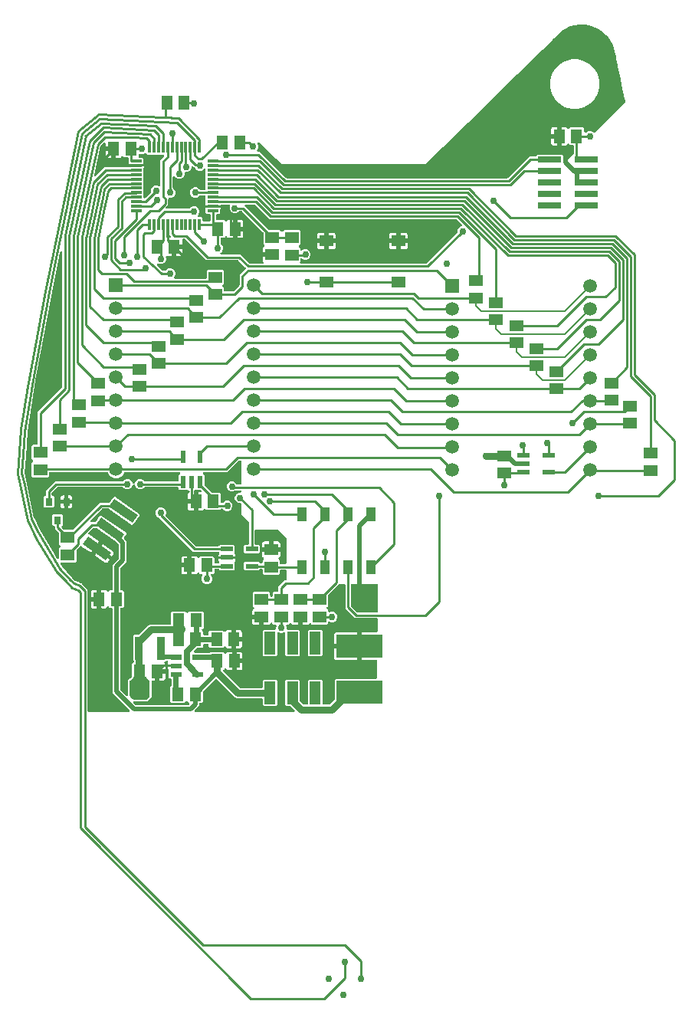
<source format=gbr>
G04 EAGLE Gerber X2 export*
%TF.Part,Single*%
%TF.FileFunction,Copper,L4,Bot,Mixed*%
%TF.FilePolarity,Positive*%
%TF.GenerationSoftware,Autodesk,EAGLE,9.0.1*%
%TF.CreationDate,2018-07-28T04:13:14Z*%
G75*
%MOMM*%
%FSLAX34Y34*%
%LPD*%
%AMOC8*
5,1,8,0,0,1.08239X$1,22.5*%
G01*
%ADD10R,0.300000X1.200000*%
%ADD11R,1.200000X0.300000*%
%ADD12R,0.850000X2.500000*%
%ADD13R,1.300000X1.500000*%
%ADD14R,1.500000X1.300000*%
%ADD15R,1.508000X1.508000*%
%ADD16C,1.508000*%
%ADD17R,0.558800X1.320800*%
%ADD18R,1.320800X0.558800*%
%ADD19R,2.500000X0.650000*%
%ADD20C,0.077000*%
%ADD21R,0.787400X0.889000*%
%ADD22R,0.990600X1.549400*%
%ADD23R,1.020000X3.170000*%
%ADD24R,1.550000X1.300000*%
%ADD25R,1.200000X2.500000*%
%ADD26R,5.080000X2.540000*%
%ADD27C,0.254000*%
%ADD28C,0.756400*%
%ADD29C,0.508000*%
%ADD30C,0.762000*%
%ADD31C,0.558800*%
%ADD32C,1.000000*%
%ADD33C,0.635000*%
%ADD34C,0.152400*%

G36*
X313273Y505224D02*
X313273Y505224D01*
X313412Y505237D01*
X313431Y505244D01*
X313451Y505247D01*
X313580Y505298D01*
X313711Y505345D01*
X313728Y505356D01*
X313747Y505364D01*
X313859Y505445D01*
X313974Y505523D01*
X313988Y505539D01*
X314004Y505550D01*
X314093Y505658D01*
X314185Y505762D01*
X314194Y505780D01*
X314207Y505795D01*
X314266Y505921D01*
X314329Y506045D01*
X314334Y506065D01*
X314342Y506083D01*
X314368Y506219D01*
X314399Y506355D01*
X314398Y506376D01*
X314402Y506396D01*
X314393Y506534D01*
X314389Y506673D01*
X314384Y506693D01*
X314382Y506713D01*
X314339Y506845D01*
X314301Y506979D01*
X314291Y506996D01*
X314284Y507015D01*
X314210Y507133D01*
X314139Y507253D01*
X314121Y507274D01*
X314114Y507284D01*
X314099Y507298D01*
X314033Y507374D01*
X309811Y511596D01*
X309733Y511656D01*
X309660Y511724D01*
X309607Y511753D01*
X309560Y511790D01*
X309469Y511830D01*
X309382Y511878D01*
X309323Y511893D01*
X309268Y511917D01*
X309170Y511932D01*
X309074Y511957D01*
X308974Y511963D01*
X308954Y511967D01*
X308941Y511965D01*
X308913Y511967D01*
X305158Y511967D01*
X303967Y513158D01*
X303967Y539842D01*
X305158Y541033D01*
X318842Y541033D01*
X320033Y539842D01*
X320033Y517707D01*
X320045Y517608D01*
X320048Y517509D01*
X320065Y517451D01*
X320073Y517391D01*
X320109Y517299D01*
X320137Y517204D01*
X320167Y517152D01*
X320190Y517095D01*
X320248Y517015D01*
X320298Y516930D01*
X320364Y516855D01*
X320376Y516838D01*
X320386Y516830D01*
X320404Y516809D01*
X323507Y513706D01*
X323585Y513646D01*
X323658Y513578D01*
X323711Y513549D01*
X323758Y513512D01*
X323849Y513472D01*
X323936Y513424D01*
X323995Y513409D01*
X324050Y513385D01*
X324148Y513370D01*
X324244Y513345D01*
X324344Y513339D01*
X324364Y513335D01*
X324377Y513337D01*
X324405Y513335D01*
X327698Y513335D01*
X327816Y513350D01*
X327935Y513357D01*
X327973Y513370D01*
X328014Y513375D01*
X328124Y513418D01*
X328237Y513455D01*
X328272Y513477D01*
X328309Y513492D01*
X328405Y513561D01*
X328506Y513625D01*
X328534Y513655D01*
X328567Y513678D01*
X328643Y513770D01*
X328724Y513857D01*
X328744Y513892D01*
X328769Y513923D01*
X328820Y514031D01*
X328878Y514135D01*
X328888Y514175D01*
X328905Y514211D01*
X328927Y514328D01*
X328957Y514443D01*
X328961Y514503D01*
X328965Y514523D01*
X328963Y514544D01*
X328967Y514604D01*
X328967Y539842D01*
X330158Y541033D01*
X343842Y541033D01*
X345033Y539842D01*
X345033Y514604D01*
X345048Y514486D01*
X345055Y514367D01*
X345068Y514329D01*
X345073Y514288D01*
X345116Y514178D01*
X345153Y514065D01*
X345175Y514030D01*
X345190Y513993D01*
X345259Y513897D01*
X345323Y513796D01*
X345353Y513768D01*
X345376Y513735D01*
X345468Y513659D01*
X345555Y513578D01*
X345590Y513558D01*
X345621Y513533D01*
X345729Y513482D01*
X345833Y513424D01*
X345873Y513414D01*
X345909Y513397D01*
X346026Y513375D01*
X346141Y513345D01*
X346201Y513341D01*
X346221Y513337D01*
X346242Y513339D01*
X346302Y513335D01*
X352505Y513335D01*
X352604Y513347D01*
X352703Y513350D01*
X352761Y513367D01*
X352821Y513375D01*
X352913Y513411D01*
X353008Y513439D01*
X353060Y513469D01*
X353117Y513492D01*
X353197Y513550D01*
X353282Y513600D01*
X353357Y513666D01*
X353374Y513678D01*
X353382Y513688D01*
X353403Y513706D01*
X358196Y518499D01*
X358256Y518577D01*
X358324Y518650D01*
X358353Y518703D01*
X358390Y518750D01*
X358430Y518841D01*
X358478Y518928D01*
X358493Y518987D01*
X358517Y519042D01*
X358532Y519140D01*
X358557Y519236D01*
X358563Y519336D01*
X358567Y519356D01*
X358565Y519369D01*
X358567Y519397D01*
X358567Y540542D01*
X359758Y541733D01*
X404114Y541733D01*
X404232Y541748D01*
X404351Y541755D01*
X404389Y541768D01*
X404430Y541773D01*
X404540Y541816D01*
X404653Y541853D01*
X404688Y541875D01*
X404725Y541890D01*
X404821Y541959D01*
X404922Y542023D01*
X404950Y542053D01*
X404983Y542076D01*
X405059Y542168D01*
X405140Y542255D01*
X405160Y542290D01*
X405185Y542321D01*
X405236Y542429D01*
X405294Y542533D01*
X405304Y542573D01*
X405321Y542609D01*
X405343Y542726D01*
X405373Y542841D01*
X405377Y542901D01*
X405381Y542921D01*
X405379Y542942D01*
X405383Y543002D01*
X405383Y561290D01*
X405368Y561408D01*
X405361Y561527D01*
X405348Y561565D01*
X405343Y561606D01*
X405300Y561716D01*
X405263Y561829D01*
X405241Y561864D01*
X405226Y561901D01*
X405157Y561997D01*
X405093Y562098D01*
X405063Y562126D01*
X405040Y562159D01*
X404948Y562235D01*
X404861Y562316D01*
X404826Y562336D01*
X404795Y562361D01*
X404687Y562412D01*
X404583Y562470D01*
X404543Y562480D01*
X404507Y562497D01*
X404390Y562519D01*
X404275Y562549D01*
X404215Y562553D01*
X404195Y562557D01*
X404174Y562555D01*
X404114Y562559D01*
X388539Y562559D01*
X388539Y576530D01*
X388524Y576648D01*
X388517Y576767D01*
X388504Y576805D01*
X388499Y576845D01*
X388455Y576956D01*
X388419Y577069D01*
X388397Y577104D01*
X388382Y577141D01*
X388312Y577237D01*
X388249Y577338D01*
X388219Y577366D01*
X388195Y577398D01*
X388104Y577474D01*
X388017Y577556D01*
X387982Y577575D01*
X387950Y577601D01*
X387843Y577652D01*
X387739Y577709D01*
X387699Y577720D01*
X387663Y577737D01*
X387546Y577759D01*
X387431Y577789D01*
X387370Y577793D01*
X387350Y577797D01*
X387330Y577795D01*
X387270Y577799D01*
X385999Y577799D01*
X385999Y577801D01*
X387270Y577801D01*
X387388Y577816D01*
X387507Y577823D01*
X387545Y577836D01*
X387585Y577841D01*
X387696Y577885D01*
X387809Y577921D01*
X387844Y577943D01*
X387881Y577958D01*
X387977Y578028D01*
X388078Y578091D01*
X388106Y578121D01*
X388138Y578145D01*
X388214Y578236D01*
X388296Y578323D01*
X388315Y578358D01*
X388341Y578390D01*
X388392Y578497D01*
X388449Y578601D01*
X388460Y578641D01*
X388477Y578677D01*
X388499Y578794D01*
X388529Y578909D01*
X388533Y578970D01*
X388537Y578990D01*
X388535Y579010D01*
X388539Y579070D01*
X388539Y593041D01*
X404515Y593041D01*
X404625Y593055D01*
X404735Y593060D01*
X404782Y593074D01*
X404830Y593081D01*
X404933Y593121D01*
X405039Y593154D01*
X405081Y593180D01*
X405126Y593198D01*
X405216Y593263D01*
X405310Y593320D01*
X405344Y593356D01*
X405383Y593384D01*
X405454Y593470D01*
X405531Y593549D01*
X405555Y593592D01*
X405586Y593629D01*
X405633Y593729D01*
X405688Y593825D01*
X405701Y593873D01*
X405722Y593917D01*
X405743Y594026D01*
X405772Y594132D01*
X405778Y594208D01*
X405782Y594229D01*
X405781Y594247D01*
X405784Y594293D01*
X405967Y607805D01*
X405952Y607932D01*
X405944Y608059D01*
X405935Y608089D01*
X405931Y608121D01*
X405886Y608240D01*
X405846Y608361D01*
X405829Y608388D01*
X405818Y608418D01*
X405745Y608522D01*
X405676Y608630D01*
X405653Y608652D01*
X405635Y608678D01*
X405538Y608761D01*
X405445Y608848D01*
X405417Y608863D01*
X405392Y608884D01*
X405278Y608940D01*
X405166Y609002D01*
X405135Y609010D01*
X405107Y609024D01*
X404982Y609049D01*
X404858Y609081D01*
X404812Y609084D01*
X404795Y609088D01*
X404773Y609086D01*
X404698Y609091D01*
X381007Y609091D01*
X370331Y619767D01*
X370331Y645414D01*
X370316Y645532D01*
X370309Y645651D01*
X370296Y645689D01*
X370291Y645730D01*
X370248Y645840D01*
X370211Y645953D01*
X370189Y645988D01*
X370174Y646025D01*
X370105Y646121D01*
X370041Y646222D01*
X370011Y646250D01*
X369988Y646283D01*
X369896Y646359D01*
X369809Y646440D01*
X369774Y646460D01*
X369743Y646485D01*
X369635Y646536D01*
X369531Y646594D01*
X369491Y646604D01*
X369455Y646621D01*
X369338Y646643D01*
X369223Y646673D01*
X369163Y646677D01*
X369143Y646681D01*
X369122Y646679D01*
X369062Y646683D01*
X363691Y646683D01*
X363592Y646671D01*
X363493Y646668D01*
X363435Y646651D01*
X363375Y646643D01*
X363283Y646607D01*
X363188Y646579D01*
X363136Y646549D01*
X363079Y646526D01*
X362999Y646468D01*
X362914Y646418D01*
X362839Y646352D01*
X362822Y646340D01*
X362814Y646330D01*
X362793Y646311D01*
X361571Y645090D01*
X351474Y634993D01*
X351414Y634915D01*
X351346Y634843D01*
X351317Y634790D01*
X351280Y634742D01*
X351240Y634651D01*
X351192Y634564D01*
X351177Y634505D01*
X351153Y634450D01*
X351138Y634352D01*
X351113Y634256D01*
X351107Y634156D01*
X351103Y634136D01*
X351105Y634123D01*
X351103Y634095D01*
X351103Y622058D01*
X349842Y620798D01*
X349769Y620703D01*
X349690Y620614D01*
X349672Y620578D01*
X349647Y620546D01*
X349600Y620437D01*
X349546Y620331D01*
X349537Y620292D01*
X349521Y620254D01*
X349502Y620137D01*
X349476Y620021D01*
X349477Y619980D01*
X349471Y619940D01*
X349482Y619822D01*
X349486Y619703D01*
X349497Y619664D01*
X349501Y619624D01*
X349541Y619511D01*
X349574Y619397D01*
X349595Y619363D01*
X349608Y619324D01*
X349675Y619226D01*
X349736Y619123D01*
X349776Y619078D01*
X349787Y619061D01*
X349802Y619048D01*
X349842Y619003D01*
X351103Y617742D01*
X351103Y616693D01*
X351109Y616643D01*
X351107Y616594D01*
X351129Y616486D01*
X351143Y616377D01*
X351161Y616331D01*
X351171Y616282D01*
X351219Y616184D01*
X351260Y616081D01*
X351289Y616041D01*
X351311Y615996D01*
X351382Y615913D01*
X351446Y615824D01*
X351485Y615792D01*
X351517Y615754D01*
X351607Y615691D01*
X351691Y615621D01*
X351736Y615600D01*
X351777Y615571D01*
X351880Y615532D01*
X351979Y615486D01*
X352028Y615476D01*
X352074Y615459D01*
X352184Y615446D01*
X352291Y615426D01*
X352341Y615429D01*
X352390Y615423D01*
X352499Y615439D01*
X352609Y615446D01*
X352656Y615461D01*
X352705Y615468D01*
X352858Y615520D01*
X354443Y616177D01*
X356757Y616177D01*
X358894Y615292D01*
X360530Y613656D01*
X361415Y611519D01*
X361415Y609205D01*
X360530Y607068D01*
X358894Y605432D01*
X356757Y604547D01*
X354443Y604547D01*
X352858Y605204D01*
X352810Y605217D01*
X352765Y605238D01*
X352657Y605259D01*
X352551Y605288D01*
X352501Y605289D01*
X352452Y605298D01*
X352343Y605291D01*
X352233Y605293D01*
X352185Y605281D01*
X352135Y605278D01*
X352031Y605245D01*
X351924Y605219D01*
X351880Y605196D01*
X351833Y605180D01*
X351740Y605122D01*
X351643Y605070D01*
X351606Y605037D01*
X351564Y605010D01*
X351489Y604930D01*
X351407Y604856D01*
X351380Y604815D01*
X351346Y604779D01*
X351293Y604682D01*
X351233Y604591D01*
X351216Y604544D01*
X351192Y604500D01*
X351165Y604394D01*
X351129Y604290D01*
X351125Y604240D01*
X351113Y604192D01*
X351103Y604031D01*
X351103Y603058D01*
X349912Y601867D01*
X333228Y601867D01*
X332244Y602852D01*
X332144Y602929D01*
X332049Y603011D01*
X332019Y603026D01*
X331992Y603047D01*
X331877Y603097D01*
X331764Y603153D01*
X331731Y603160D01*
X331700Y603173D01*
X331576Y603193D01*
X331453Y603219D01*
X331420Y603218D01*
X331386Y603223D01*
X331261Y603211D01*
X331136Y603206D01*
X331103Y603196D01*
X331070Y603193D01*
X330951Y603151D01*
X330831Y603114D01*
X330802Y603097D01*
X330770Y603086D01*
X330666Y603015D01*
X330559Y602950D01*
X330535Y602926D01*
X330507Y602907D01*
X330424Y602813D01*
X330336Y602723D01*
X330309Y602682D01*
X330297Y602669D01*
X330287Y602649D01*
X330247Y602589D01*
X330103Y602340D01*
X329630Y601867D01*
X329051Y601532D01*
X328404Y601359D01*
X323109Y601359D01*
X323109Y609130D01*
X323094Y609248D01*
X323087Y609367D01*
X323074Y609405D01*
X323069Y609445D01*
X323025Y609556D01*
X322989Y609669D01*
X322967Y609704D01*
X322952Y609741D01*
X322882Y609837D01*
X322819Y609938D01*
X322789Y609966D01*
X322765Y609998D01*
X322674Y610074D01*
X322587Y610156D01*
X322552Y610175D01*
X322520Y610201D01*
X322413Y610252D01*
X322309Y610309D01*
X322269Y610320D01*
X322233Y610337D01*
X322116Y610359D01*
X322001Y610389D01*
X321940Y610393D01*
X321920Y610397D01*
X321900Y610395D01*
X321840Y610399D01*
X319300Y610399D01*
X319182Y610384D01*
X319063Y610377D01*
X319025Y610364D01*
X318985Y610359D01*
X318874Y610315D01*
X318761Y610279D01*
X318726Y610257D01*
X318689Y610242D01*
X318593Y610172D01*
X318492Y610109D01*
X318464Y610079D01*
X318431Y610055D01*
X318356Y609964D01*
X318274Y609877D01*
X318254Y609842D01*
X318229Y609810D01*
X318178Y609703D01*
X318120Y609599D01*
X318110Y609559D01*
X318093Y609523D01*
X318071Y609406D01*
X318041Y609291D01*
X318037Y609230D01*
X318033Y609210D01*
X318035Y609190D01*
X318031Y609130D01*
X318031Y601359D01*
X312736Y601359D01*
X312089Y601532D01*
X311510Y601867D01*
X311037Y602340D01*
X310860Y602646D01*
X310784Y602746D01*
X310714Y602850D01*
X310688Y602872D01*
X310668Y602899D01*
X310570Y602977D01*
X310475Y603061D01*
X310445Y603076D01*
X310419Y603097D01*
X310304Y603148D01*
X310192Y603205D01*
X310159Y603213D01*
X310128Y603226D01*
X310004Y603247D01*
X309882Y603275D01*
X309848Y603274D01*
X309815Y603279D01*
X309689Y603269D01*
X309564Y603265D01*
X309531Y603256D01*
X309498Y603253D01*
X309379Y603212D01*
X309258Y603177D01*
X309229Y603160D01*
X309197Y603149D01*
X309093Y603079D01*
X308984Y603015D01*
X308948Y602983D01*
X308932Y602973D01*
X308918Y602957D01*
X308864Y602909D01*
X307822Y601867D01*
X306128Y601867D01*
X306079Y601861D01*
X306029Y601863D01*
X305922Y601841D01*
X305812Y601827D01*
X305766Y601809D01*
X305718Y601799D01*
X305619Y601751D01*
X305517Y601710D01*
X305476Y601681D01*
X305432Y601659D01*
X305348Y601588D01*
X305259Y601524D01*
X305228Y601485D01*
X305190Y601453D01*
X305127Y601363D01*
X305057Y601279D01*
X305035Y601234D01*
X305007Y601193D01*
X304968Y601090D01*
X304921Y600991D01*
X304912Y600942D01*
X304894Y600896D01*
X304882Y600786D01*
X304861Y600679D01*
X304864Y600629D01*
X304859Y600580D01*
X304874Y600471D01*
X304881Y600361D01*
X304896Y600314D01*
X304903Y600265D01*
X304955Y600112D01*
X305281Y599327D01*
X305281Y597302D01*
X305296Y597184D01*
X305303Y597065D01*
X305316Y597027D01*
X305321Y596986D01*
X305364Y596876D01*
X305401Y596763D01*
X305423Y596728D01*
X305438Y596691D01*
X305507Y596595D01*
X305571Y596494D01*
X305601Y596466D01*
X305624Y596433D01*
X305716Y596357D01*
X305803Y596276D01*
X305838Y596256D01*
X305869Y596231D01*
X305977Y596180D01*
X306081Y596122D01*
X306121Y596112D01*
X306157Y596095D01*
X306274Y596073D01*
X306389Y596043D01*
X306449Y596039D01*
X306469Y596035D01*
X306490Y596037D01*
X306550Y596033D01*
X318842Y596033D01*
X320033Y594842D01*
X320033Y568158D01*
X318842Y566967D01*
X305158Y566967D01*
X303967Y568158D01*
X303967Y591841D01*
X303961Y591890D01*
X303963Y591940D01*
X303941Y592047D01*
X303927Y592157D01*
X303909Y592203D01*
X303899Y592251D01*
X303851Y592350D01*
X303810Y592452D01*
X303781Y592493D01*
X303759Y592537D01*
X303688Y592621D01*
X303624Y592710D01*
X303585Y592741D01*
X303553Y592779D01*
X303463Y592842D01*
X303379Y592912D01*
X303334Y592934D01*
X303293Y592962D01*
X303190Y593001D01*
X303091Y593048D01*
X303042Y593057D01*
X302996Y593075D01*
X302886Y593087D01*
X302779Y593108D01*
X302729Y593105D01*
X302680Y593110D01*
X302571Y593095D01*
X302461Y593088D01*
X302414Y593073D01*
X302365Y593066D01*
X302212Y593014D01*
X300623Y592355D01*
X298309Y592355D01*
X296788Y592986D01*
X296740Y592999D01*
X296695Y593020D01*
X296587Y593040D01*
X296481Y593070D01*
X296431Y593070D01*
X296382Y593080D01*
X296273Y593073D01*
X296163Y593075D01*
X296115Y593063D01*
X296065Y593060D01*
X295961Y593026D01*
X295854Y593000D01*
X295810Y592977D01*
X295763Y592962D01*
X295670Y592903D01*
X295573Y592852D01*
X295536Y592818D01*
X295494Y592792D01*
X295419Y592712D01*
X295337Y592638D01*
X295310Y592596D01*
X295276Y592560D01*
X295223Y592464D01*
X295163Y592372D01*
X295146Y592325D01*
X295122Y592282D01*
X295095Y592175D01*
X295059Y592071D01*
X295055Y592022D01*
X295043Y591974D01*
X295033Y591813D01*
X295033Y568158D01*
X293842Y566967D01*
X280158Y566967D01*
X278967Y568158D01*
X278967Y594842D01*
X280158Y596033D01*
X292382Y596033D01*
X292500Y596048D01*
X292619Y596055D01*
X292657Y596068D01*
X292698Y596073D01*
X292808Y596116D01*
X292921Y596153D01*
X292956Y596175D01*
X292993Y596190D01*
X293089Y596259D01*
X293190Y596323D01*
X293218Y596353D01*
X293251Y596376D01*
X293327Y596468D01*
X293408Y596555D01*
X293428Y596590D01*
X293453Y596621D01*
X293504Y596729D01*
X293562Y596833D01*
X293572Y596873D01*
X293589Y596909D01*
X293611Y597026D01*
X293641Y597141D01*
X293645Y597201D01*
X293649Y597221D01*
X293647Y597242D01*
X293651Y597302D01*
X293651Y599327D01*
X293977Y600112D01*
X293990Y600160D01*
X294011Y600205D01*
X294032Y600313D01*
X294061Y600419D01*
X294061Y600469D01*
X294071Y600518D01*
X294064Y600627D01*
X294066Y600737D01*
X294054Y600785D01*
X294051Y600835D01*
X294017Y600939D01*
X293992Y601046D01*
X293968Y601090D01*
X293953Y601137D01*
X293894Y601230D01*
X293843Y601327D01*
X293809Y601364D01*
X293783Y601406D01*
X293703Y601481D01*
X293629Y601563D01*
X293587Y601590D01*
X293551Y601624D01*
X293455Y601677D01*
X293363Y601737D01*
X293316Y601754D01*
X293273Y601778D01*
X293166Y601805D01*
X293062Y601841D01*
X293013Y601845D01*
X292965Y601857D01*
X292804Y601867D01*
X291138Y601867D01*
X289587Y603418D01*
X289483Y603499D01*
X289382Y603585D01*
X289357Y603596D01*
X289336Y603613D01*
X289215Y603665D01*
X289095Y603723D01*
X289069Y603729D01*
X289044Y603739D01*
X288913Y603760D01*
X288784Y603786D01*
X288757Y603785D01*
X288730Y603789D01*
X288598Y603777D01*
X288466Y603770D01*
X288440Y603762D01*
X288413Y603759D01*
X288289Y603714D01*
X288162Y603675D01*
X288140Y603661D01*
X288114Y603652D01*
X288004Y603577D01*
X287892Y603508D01*
X287873Y603488D01*
X287851Y603473D01*
X287763Y603374D01*
X287672Y603278D01*
X287658Y603255D01*
X287641Y603235D01*
X287580Y603116D01*
X287515Y603001D01*
X287503Y602965D01*
X287496Y602951D01*
X287491Y602930D01*
X287464Y602849D01*
X287452Y602803D01*
X287117Y602224D01*
X286644Y601751D01*
X286065Y601416D01*
X285418Y601243D01*
X280123Y601243D01*
X280123Y609014D01*
X280108Y609132D01*
X280101Y609251D01*
X280088Y609289D01*
X280083Y609329D01*
X280039Y609440D01*
X280003Y609553D01*
X279981Y609588D01*
X279966Y609625D01*
X279896Y609721D01*
X279833Y609822D01*
X279803Y609850D01*
X279779Y609882D01*
X279688Y609958D01*
X279601Y610040D01*
X279566Y610059D01*
X279534Y610085D01*
X279427Y610136D01*
X279323Y610193D01*
X279283Y610204D01*
X279247Y610221D01*
X279130Y610243D01*
X279015Y610273D01*
X278954Y610277D01*
X278934Y610281D01*
X278914Y610279D01*
X278854Y610283D01*
X277583Y610283D01*
X277583Y611554D01*
X277568Y611672D01*
X277561Y611791D01*
X277548Y611829D01*
X277543Y611869D01*
X277499Y611980D01*
X277463Y612093D01*
X277441Y612128D01*
X277426Y612165D01*
X277356Y612261D01*
X277293Y612362D01*
X277263Y612390D01*
X277239Y612422D01*
X277148Y612498D01*
X277061Y612580D01*
X277026Y612599D01*
X276994Y612625D01*
X276887Y612676D01*
X276783Y612733D01*
X276743Y612744D01*
X276707Y612761D01*
X276590Y612783D01*
X276475Y612813D01*
X276414Y612817D01*
X276394Y612821D01*
X276374Y612819D01*
X276314Y612823D01*
X267543Y612823D01*
X267543Y617118D01*
X267716Y617765D01*
X268051Y618344D01*
X268524Y618817D01*
X268773Y618961D01*
X268873Y619037D01*
X268977Y619107D01*
X268999Y619133D01*
X269026Y619153D01*
X269104Y619252D01*
X269188Y619346D01*
X269203Y619376D01*
X269224Y619402D01*
X269275Y619517D01*
X269332Y619629D01*
X269340Y619662D01*
X269353Y619693D01*
X269374Y619817D01*
X269402Y619939D01*
X269401Y619973D01*
X269406Y620006D01*
X269396Y620132D01*
X269392Y620257D01*
X269383Y620290D01*
X269380Y620323D01*
X269339Y620442D01*
X269304Y620563D01*
X269287Y620592D01*
X269276Y620624D01*
X269206Y620728D01*
X269142Y620837D01*
X269110Y620873D01*
X269100Y620889D01*
X269084Y620903D01*
X269036Y620958D01*
X268051Y621942D01*
X268051Y636626D01*
X269242Y637817D01*
X285926Y637817D01*
X287117Y636626D01*
X287117Y633718D01*
X287132Y633600D01*
X287139Y633481D01*
X287152Y633443D01*
X287157Y633402D01*
X287200Y633292D01*
X287237Y633179D01*
X287259Y633144D01*
X287274Y633107D01*
X287343Y633011D01*
X287407Y632910D01*
X287437Y632882D01*
X287460Y632849D01*
X287552Y632773D01*
X287639Y632692D01*
X287674Y632672D01*
X287705Y632647D01*
X287813Y632596D01*
X287917Y632538D01*
X287957Y632528D01*
X287993Y632511D01*
X288110Y632489D01*
X288225Y632459D01*
X288285Y632455D01*
X288305Y632451D01*
X288326Y632453D01*
X288386Y632449D01*
X288678Y632449D01*
X288796Y632464D01*
X288915Y632471D01*
X288953Y632484D01*
X288994Y632489D01*
X289104Y632532D01*
X289217Y632569D01*
X289252Y632591D01*
X289289Y632606D01*
X289385Y632675D01*
X289486Y632739D01*
X289514Y632769D01*
X289547Y632792D01*
X289623Y632884D01*
X289704Y632971D01*
X289724Y633006D01*
X289749Y633037D01*
X289800Y633145D01*
X289858Y633249D01*
X289868Y633289D01*
X289885Y633325D01*
X289907Y633442D01*
X289937Y633557D01*
X289941Y633617D01*
X289945Y633637D01*
X289943Y633658D01*
X289947Y633718D01*
X289947Y636742D01*
X291138Y637933D01*
X295162Y637933D01*
X295280Y637948D01*
X295399Y637955D01*
X295437Y637968D01*
X295478Y637973D01*
X295588Y638016D01*
X295701Y638053D01*
X295736Y638075D01*
X295773Y638090D01*
X295869Y638159D01*
X295970Y638223D01*
X295998Y638253D01*
X296031Y638276D01*
X296107Y638368D01*
X296188Y638455D01*
X296208Y638490D01*
X296233Y638521D01*
X296284Y638629D01*
X296342Y638733D01*
X296352Y638773D01*
X296369Y638809D01*
X296391Y638926D01*
X296421Y639041D01*
X296425Y639101D01*
X296429Y639121D01*
X296427Y639142D01*
X296431Y639202D01*
X296431Y643643D01*
X303537Y650749D01*
X304292Y650749D01*
X304430Y650766D01*
X304568Y650779D01*
X304587Y650786D01*
X304608Y650789D01*
X304737Y650840D01*
X304868Y650887D01*
X304884Y650898D01*
X304903Y650906D01*
X305016Y650987D01*
X305131Y651065D01*
X305144Y651081D01*
X305161Y651092D01*
X305249Y651200D01*
X305341Y651304D01*
X305350Y651322D01*
X305363Y651337D01*
X305423Y651463D01*
X305486Y651587D01*
X305490Y651607D01*
X305499Y651625D01*
X305525Y651761D01*
X305556Y651897D01*
X305555Y651918D01*
X305559Y651937D01*
X305550Y652076D01*
X305546Y652215D01*
X305540Y652235D01*
X305539Y652255D01*
X305496Y652387D01*
X305457Y652521D01*
X305447Y652538D01*
X305441Y652557D01*
X305367Y652675D01*
X305296Y652795D01*
X305277Y652816D01*
X305271Y652826D01*
X305256Y652840D01*
X305190Y652915D01*
X305053Y653052D01*
X305053Y661212D01*
X305038Y661330D01*
X305031Y661449D01*
X305018Y661487D01*
X305013Y661528D01*
X304970Y661638D01*
X304933Y661751D01*
X304911Y661786D01*
X304896Y661823D01*
X304827Y661919D01*
X304763Y662020D01*
X304733Y662048D01*
X304710Y662081D01*
X304618Y662157D01*
X304531Y662238D01*
X304496Y662258D01*
X304465Y662283D01*
X304357Y662334D01*
X304253Y662392D01*
X304213Y662402D01*
X304177Y662419D01*
X304060Y662441D01*
X303945Y662471D01*
X303885Y662475D01*
X303865Y662479D01*
X303844Y662477D01*
X303784Y662481D01*
X299042Y662481D01*
X298924Y662466D01*
X298805Y662459D01*
X298767Y662446D01*
X298726Y662441D01*
X298616Y662398D01*
X298503Y662361D01*
X298468Y662339D01*
X298431Y662324D01*
X298335Y662255D01*
X298234Y662191D01*
X298206Y662161D01*
X298173Y662138D01*
X298097Y662046D01*
X298016Y661959D01*
X297996Y661924D01*
X297971Y661893D01*
X297920Y661785D01*
X297862Y661681D01*
X297852Y661641D01*
X297835Y661605D01*
X297813Y661488D01*
X297783Y661373D01*
X297779Y661313D01*
X297775Y661293D01*
X297777Y661272D01*
X297773Y661212D01*
X297773Y658188D01*
X296582Y656997D01*
X279898Y656997D01*
X278707Y658188D01*
X278707Y662054D01*
X278692Y662172D01*
X278685Y662291D01*
X278672Y662329D01*
X278667Y662370D01*
X278624Y662480D01*
X278587Y662593D01*
X278565Y662628D01*
X278550Y662665D01*
X278481Y662761D01*
X278417Y662862D01*
X278387Y662890D01*
X278364Y662923D01*
X278272Y662999D01*
X278185Y663080D01*
X278150Y663100D01*
X278119Y663125D01*
X278011Y663176D01*
X277907Y663234D01*
X277867Y663244D01*
X277831Y663261D01*
X277714Y663283D01*
X277599Y663313D01*
X277539Y663317D01*
X277519Y663321D01*
X277498Y663319D01*
X277438Y663323D01*
X276644Y663323D01*
X276546Y663311D01*
X276446Y663308D01*
X276388Y663291D01*
X276328Y663283D01*
X276236Y663247D01*
X276141Y663219D01*
X276089Y663189D01*
X276032Y663166D01*
X275952Y663108D01*
X275867Y663058D01*
X275792Y662992D01*
X275775Y662980D01*
X275767Y662970D01*
X275746Y662952D01*
X274340Y661545D01*
X259448Y661545D01*
X258257Y662736D01*
X258257Y670008D01*
X259448Y671199D01*
X274340Y671199D01*
X275746Y669792D01*
X275824Y669732D01*
X275897Y669664D01*
X275950Y669635D01*
X275997Y669598D01*
X276088Y669558D01*
X276175Y669510D01*
X276234Y669495D01*
X276289Y669471D01*
X276387Y669456D01*
X276483Y669431D01*
X276583Y669425D01*
X276603Y669421D01*
X276616Y669423D01*
X276644Y669421D01*
X277438Y669421D01*
X277556Y669436D01*
X277675Y669443D01*
X277713Y669456D01*
X277754Y669461D01*
X277864Y669504D01*
X277977Y669541D01*
X278012Y669563D01*
X278049Y669578D01*
X278145Y669647D01*
X278246Y669711D01*
X278274Y669741D01*
X278307Y669764D01*
X278383Y669856D01*
X278464Y669943D01*
X278484Y669978D01*
X278509Y670009D01*
X278560Y670117D01*
X278618Y670221D01*
X278628Y670261D01*
X278645Y670297D01*
X278667Y670414D01*
X278697Y670529D01*
X278701Y670589D01*
X278705Y670609D01*
X278703Y670630D01*
X278707Y670690D01*
X278707Y672872D01*
X279692Y673856D01*
X279769Y673956D01*
X279851Y674051D01*
X279866Y674081D01*
X279887Y674108D01*
X279937Y674223D01*
X279993Y674336D01*
X280000Y674369D01*
X280013Y674400D01*
X280033Y674524D01*
X280059Y674647D01*
X280058Y674680D01*
X280063Y674714D01*
X280051Y674839D01*
X280046Y674964D01*
X280036Y674997D01*
X280033Y675030D01*
X279991Y675149D01*
X279954Y675269D01*
X279937Y675298D01*
X279926Y675330D01*
X279855Y675434D01*
X279790Y675541D01*
X279766Y675565D01*
X279747Y675593D01*
X279653Y675676D01*
X279563Y675764D01*
X279522Y675791D01*
X279509Y675803D01*
X279489Y675813D01*
X279429Y675853D01*
X279180Y675997D01*
X278707Y676470D01*
X278372Y677049D01*
X278199Y677696D01*
X278199Y681991D01*
X286970Y681991D01*
X287088Y682006D01*
X287207Y682013D01*
X287245Y682026D01*
X287285Y682031D01*
X287396Y682074D01*
X287509Y682111D01*
X287544Y682133D01*
X287581Y682148D01*
X287677Y682218D01*
X287778Y682281D01*
X287806Y682311D01*
X287838Y682335D01*
X287914Y682426D01*
X287996Y682513D01*
X288015Y682548D01*
X288041Y682579D01*
X288092Y682687D01*
X288149Y682791D01*
X288160Y682831D01*
X288177Y682867D01*
X288199Y682984D01*
X288229Y683099D01*
X288233Y683160D01*
X288237Y683180D01*
X288235Y683200D01*
X288239Y683260D01*
X288239Y684531D01*
X288241Y684531D01*
X288241Y683260D01*
X288256Y683142D01*
X288263Y683023D01*
X288276Y682985D01*
X288281Y682945D01*
X288325Y682834D01*
X288361Y682721D01*
X288383Y682686D01*
X288398Y682649D01*
X288468Y682553D01*
X288531Y682452D01*
X288561Y682424D01*
X288585Y682391D01*
X288676Y682316D01*
X288763Y682234D01*
X288798Y682214D01*
X288830Y682189D01*
X288937Y682138D01*
X289041Y682080D01*
X289081Y682070D01*
X289117Y682053D01*
X289234Y682031D01*
X289349Y682001D01*
X289410Y681997D01*
X289430Y681993D01*
X289450Y681995D01*
X289510Y681991D01*
X298281Y681991D01*
X298281Y677696D01*
X298108Y677049D01*
X297773Y676470D01*
X297300Y675997D01*
X297051Y675853D01*
X296951Y675777D01*
X296847Y675707D01*
X296825Y675681D01*
X296798Y675661D01*
X296720Y675562D01*
X296636Y675468D01*
X296621Y675438D01*
X296600Y675412D01*
X296549Y675297D01*
X296492Y675185D01*
X296484Y675152D01*
X296471Y675121D01*
X296450Y674997D01*
X296422Y674875D01*
X296423Y674841D01*
X296418Y674808D01*
X296428Y674682D01*
X296432Y674557D01*
X296441Y674524D01*
X296444Y674491D01*
X296485Y674372D01*
X296520Y674251D01*
X296537Y674222D01*
X296548Y674190D01*
X296618Y674086D01*
X296682Y673977D01*
X296714Y673941D01*
X296724Y673925D01*
X296740Y673911D01*
X296788Y673856D01*
X297773Y672872D01*
X297773Y669848D01*
X297788Y669730D01*
X297795Y669611D01*
X297808Y669573D01*
X297813Y669532D01*
X297856Y669422D01*
X297893Y669309D01*
X297915Y669274D01*
X297930Y669237D01*
X297999Y669141D01*
X298063Y669040D01*
X298093Y669012D01*
X298116Y668979D01*
X298208Y668903D01*
X298295Y668822D01*
X298330Y668802D01*
X298361Y668777D01*
X298469Y668726D01*
X298573Y668668D01*
X298613Y668658D01*
X298649Y668641D01*
X298766Y668619D01*
X298881Y668589D01*
X298941Y668585D01*
X298961Y668581D01*
X298982Y668583D01*
X299042Y668579D01*
X303784Y668579D01*
X303902Y668594D01*
X304021Y668601D01*
X304059Y668614D01*
X304100Y668619D01*
X304210Y668662D01*
X304323Y668699D01*
X304358Y668721D01*
X304395Y668736D01*
X304491Y668805D01*
X304592Y668869D01*
X304620Y668899D01*
X304653Y668922D01*
X304729Y669014D01*
X304810Y669101D01*
X304830Y669136D01*
X304855Y669167D01*
X304906Y669275D01*
X304964Y669379D01*
X304974Y669419D01*
X304991Y669455D01*
X305013Y669572D01*
X305043Y669687D01*
X305047Y669747D01*
X305051Y669767D01*
X305049Y669788D01*
X305053Y669848D01*
X305053Y696468D01*
X305041Y696566D01*
X305038Y696665D01*
X305021Y696723D01*
X305013Y696784D01*
X304977Y696876D01*
X304949Y696971D01*
X304919Y697023D01*
X304896Y697079D01*
X304838Y697159D01*
X304788Y697245D01*
X304722Y697320D01*
X304710Y697337D01*
X304700Y697344D01*
X304682Y697366D01*
X295792Y706256D01*
X295713Y706316D01*
X295641Y706384D01*
X295588Y706413D01*
X295540Y706450D01*
X295449Y706490D01*
X295363Y706538D01*
X295304Y706553D01*
X295248Y706577D01*
X295150Y706592D01*
X295055Y706617D01*
X294955Y706623D01*
X294934Y706627D01*
X294922Y706625D01*
X294894Y706627D01*
X271212Y706627D01*
X271094Y706612D01*
X270975Y706605D01*
X270937Y706592D01*
X270896Y706587D01*
X270786Y706544D01*
X270673Y706507D01*
X270638Y706485D01*
X270601Y706470D01*
X270505Y706401D01*
X270404Y706337D01*
X270376Y706307D01*
X270343Y706284D01*
X270267Y706192D01*
X270186Y706105D01*
X270166Y706070D01*
X270141Y706039D01*
X270090Y705931D01*
X270032Y705827D01*
X270022Y705787D01*
X270005Y705751D01*
X269983Y705634D01*
X269953Y705519D01*
X269949Y705459D01*
X269945Y705439D01*
X269947Y705418D01*
X269943Y705358D01*
X269943Y691264D01*
X269958Y691146D01*
X269965Y691027D01*
X269978Y690989D01*
X269983Y690948D01*
X270026Y690838D01*
X270063Y690725D01*
X270085Y690690D01*
X270100Y690653D01*
X270169Y690557D01*
X270233Y690456D01*
X270263Y690428D01*
X270286Y690395D01*
X270378Y690319D01*
X270465Y690238D01*
X270500Y690218D01*
X270531Y690193D01*
X270639Y690142D01*
X270743Y690084D01*
X270783Y690074D01*
X270819Y690057D01*
X270936Y690035D01*
X271051Y690005D01*
X271111Y690001D01*
X271131Y689997D01*
X271152Y689999D01*
X271212Y689995D01*
X274340Y689995D01*
X275531Y688804D01*
X275531Y681532D01*
X274340Y680341D01*
X259448Y680341D01*
X258257Y681532D01*
X258257Y688804D01*
X259448Y689995D01*
X262576Y689995D01*
X262694Y690010D01*
X262813Y690017D01*
X262851Y690030D01*
X262892Y690035D01*
X263002Y690078D01*
X263115Y690115D01*
X263150Y690137D01*
X263187Y690152D01*
X263283Y690221D01*
X263384Y690285D01*
X263412Y690315D01*
X263445Y690338D01*
X263521Y690430D01*
X263602Y690517D01*
X263622Y690552D01*
X263647Y690583D01*
X263698Y690691D01*
X263756Y690795D01*
X263766Y690835D01*
X263783Y690871D01*
X263805Y690988D01*
X263835Y691103D01*
X263839Y691163D01*
X263843Y691183D01*
X263841Y691204D01*
X263845Y691264D01*
X263845Y713800D01*
X263833Y713898D01*
X263830Y713997D01*
X263813Y714055D01*
X263805Y714116D01*
X263769Y714208D01*
X263741Y714303D01*
X263711Y714355D01*
X263688Y714411D01*
X263630Y714491D01*
X263580Y714577D01*
X263514Y714652D01*
X263502Y714669D01*
X263492Y714676D01*
X263474Y714697D01*
X255523Y722648D01*
X255523Y734596D01*
X255508Y734714D01*
X255501Y734833D01*
X255488Y734871D01*
X255483Y734912D01*
X255440Y735022D01*
X255403Y735135D01*
X255381Y735170D01*
X255366Y735207D01*
X255297Y735303D01*
X255233Y735404D01*
X255203Y735432D01*
X255180Y735465D01*
X255088Y735541D01*
X255001Y735622D01*
X254966Y735642D01*
X254935Y735667D01*
X254827Y735718D01*
X254723Y735776D01*
X254683Y735786D01*
X254647Y735803D01*
X254530Y735825D01*
X254415Y735855D01*
X254355Y735859D01*
X254335Y735863D01*
X254314Y735861D01*
X254254Y735865D01*
X252843Y735865D01*
X250706Y736750D01*
X249070Y738386D01*
X248185Y740523D01*
X248185Y742837D01*
X249070Y744974D01*
X250706Y746610D01*
X252843Y747495D01*
X254254Y747495D01*
X254372Y747510D01*
X254491Y747517D01*
X254529Y747530D01*
X254570Y747535D01*
X254680Y747578D01*
X254793Y747615D01*
X254828Y747637D01*
X254865Y747652D01*
X254961Y747721D01*
X255062Y747785D01*
X255090Y747815D01*
X255123Y747838D01*
X255199Y747930D01*
X255280Y748017D01*
X255300Y748052D01*
X255325Y748083D01*
X255376Y748191D01*
X255434Y748295D01*
X255444Y748335D01*
X255461Y748371D01*
X255483Y748488D01*
X255513Y748603D01*
X255517Y748663D01*
X255521Y748683D01*
X255519Y748704D01*
X255520Y748705D01*
X255521Y748712D01*
X255520Y748718D01*
X255523Y748764D01*
X255523Y748792D01*
X255508Y748910D01*
X255501Y749029D01*
X255488Y749067D01*
X255483Y749108D01*
X255440Y749218D01*
X255403Y749331D01*
X255381Y749366D01*
X255366Y749403D01*
X255297Y749499D01*
X255233Y749600D01*
X255203Y749628D01*
X255180Y749661D01*
X255088Y749737D01*
X255001Y749818D01*
X254966Y749838D01*
X254935Y749863D01*
X254827Y749914D01*
X254723Y749972D01*
X254683Y749982D01*
X254647Y749999D01*
X254530Y750021D01*
X254415Y750051D01*
X254355Y750055D01*
X254335Y750059D01*
X254314Y750057D01*
X254254Y750061D01*
X249286Y750061D01*
X249188Y750049D01*
X249089Y750046D01*
X249031Y750029D01*
X248971Y750021D01*
X248879Y749985D01*
X248784Y749957D01*
X248731Y749927D01*
X248675Y749904D01*
X248595Y749846D01*
X248510Y749796D01*
X248434Y749730D01*
X248418Y749718D01*
X248410Y749708D01*
X248389Y749690D01*
X248150Y749450D01*
X246013Y748565D01*
X243699Y748565D01*
X241562Y749450D01*
X239926Y751086D01*
X239041Y753223D01*
X239041Y755537D01*
X239926Y757674D01*
X241562Y759310D01*
X243699Y760195D01*
X246013Y760195D01*
X248150Y759310D01*
X249786Y757674D01*
X250089Y756942D01*
X250103Y756917D01*
X250112Y756889D01*
X250182Y756779D01*
X250246Y756666D01*
X250267Y756645D01*
X250282Y756620D01*
X250377Y756531D01*
X250467Y756438D01*
X250493Y756422D01*
X250514Y756402D01*
X250628Y756339D01*
X250738Y756271D01*
X250767Y756263D01*
X250793Y756248D01*
X250918Y756216D01*
X251042Y756178D01*
X251072Y756176D01*
X251100Y756169D01*
X251261Y756159D01*
X254254Y756159D01*
X254372Y756174D01*
X254491Y756181D01*
X254529Y756194D01*
X254570Y756199D01*
X254680Y756242D01*
X254793Y756279D01*
X254828Y756301D01*
X254865Y756316D01*
X254961Y756385D01*
X255062Y756449D01*
X255090Y756479D01*
X255123Y756502D01*
X255199Y756594D01*
X255280Y756681D01*
X255300Y756716D01*
X255325Y756747D01*
X255376Y756855D01*
X255434Y756959D01*
X255444Y756999D01*
X255461Y757035D01*
X255483Y757152D01*
X255513Y757267D01*
X255517Y757327D01*
X255521Y757347D01*
X255519Y757368D01*
X255523Y757428D01*
X255523Y781812D01*
X255508Y781930D01*
X255501Y782049D01*
X255488Y782087D01*
X255483Y782128D01*
X255440Y782238D01*
X255403Y782351D01*
X255381Y782386D01*
X255366Y782423D01*
X255297Y782519D01*
X255233Y782620D01*
X255203Y782648D01*
X255180Y782681D01*
X255088Y782757D01*
X255001Y782838D01*
X254966Y782858D01*
X254935Y782883D01*
X254827Y782934D01*
X254723Y782992D01*
X254683Y783002D01*
X254647Y783019D01*
X254530Y783041D01*
X254415Y783071D01*
X254355Y783075D01*
X254335Y783079D01*
X254314Y783077D01*
X254254Y783081D01*
X253249Y783081D01*
X253150Y783069D01*
X253051Y783066D01*
X252993Y783049D01*
X252933Y783041D01*
X252841Y783005D01*
X252746Y782977D01*
X252694Y782947D01*
X252637Y782924D01*
X252557Y782866D01*
X252472Y782816D01*
X252397Y782750D01*
X252380Y782738D01*
X252372Y782728D01*
X252351Y782710D01*
X239793Y770151D01*
X214058Y770151D01*
X213920Y770134D01*
X213781Y770121D01*
X213762Y770114D01*
X213742Y770111D01*
X213613Y770060D01*
X213482Y770013D01*
X213465Y770002D01*
X213446Y769994D01*
X213334Y769913D01*
X213219Y769835D01*
X213206Y769819D01*
X213189Y769808D01*
X213100Y769700D01*
X213008Y769596D01*
X212999Y769578D01*
X212986Y769563D01*
X212927Y769437D01*
X212864Y769313D01*
X212859Y769293D01*
X212851Y769275D01*
X212825Y769138D01*
X212794Y769003D01*
X212795Y768982D01*
X212791Y768963D01*
X212800Y768824D01*
X212804Y768685D01*
X212809Y768665D01*
X212811Y768645D01*
X212853Y768513D01*
X212892Y768379D01*
X212903Y768362D01*
X212909Y768343D01*
X212983Y768225D01*
X213054Y768105D01*
X213072Y768084D01*
X213079Y768074D01*
X213094Y768060D01*
X213160Y767985D01*
X214415Y766730D01*
X214415Y755877D01*
X214427Y755778D01*
X214430Y755679D01*
X214447Y755621D01*
X214455Y755561D01*
X214491Y755469D01*
X214519Y755374D01*
X214549Y755322D01*
X214572Y755265D01*
X214630Y755185D01*
X214680Y755100D01*
X214746Y755025D01*
X214758Y755008D01*
X214768Y755000D01*
X214786Y754979D01*
X221991Y747774D01*
X222069Y747714D01*
X222141Y747646D01*
X222194Y747617D01*
X222242Y747580D01*
X222333Y747540D01*
X222420Y747492D01*
X222479Y747477D01*
X222534Y747453D01*
X222632Y747438D01*
X222728Y747413D01*
X222828Y747407D01*
X222848Y747403D01*
X222861Y747405D01*
X222889Y747403D01*
X231472Y747403D01*
X232663Y746212D01*
X232663Y737362D01*
X232678Y737244D01*
X232685Y737125D01*
X232698Y737087D01*
X232703Y737046D01*
X232746Y736936D01*
X232783Y736823D01*
X232805Y736788D01*
X232820Y736751D01*
X232889Y736655D01*
X232953Y736554D01*
X232983Y736526D01*
X233006Y736493D01*
X233098Y736417D01*
X233185Y736336D01*
X233220Y736316D01*
X233251Y736291D01*
X233359Y736240D01*
X233463Y736182D01*
X233503Y736172D01*
X233539Y736155D01*
X233656Y736133D01*
X233771Y736103D01*
X233831Y736099D01*
X233851Y736095D01*
X233872Y736097D01*
X233932Y736093D01*
X234076Y736093D01*
X234174Y736105D01*
X234273Y736108D01*
X234331Y736125D01*
X234391Y736133D01*
X234483Y736169D01*
X234578Y736197D01*
X234631Y736227D01*
X234687Y736250D01*
X234767Y736308D01*
X234852Y736358D01*
X234928Y736424D01*
X234944Y736436D01*
X234952Y736446D01*
X234973Y736464D01*
X236482Y737974D01*
X238619Y738859D01*
X240933Y738859D01*
X243070Y737974D01*
X244706Y736338D01*
X245591Y734201D01*
X245591Y731887D01*
X244706Y729750D01*
X243070Y728114D01*
X240933Y727229D01*
X238619Y727229D01*
X236482Y728114D01*
X234973Y729624D01*
X234895Y729684D01*
X234823Y729752D01*
X234770Y729781D01*
X234722Y729818D01*
X234631Y729858D01*
X234544Y729906D01*
X234486Y729921D01*
X234430Y729945D01*
X234332Y729960D01*
X234236Y729985D01*
X234136Y729991D01*
X234116Y729995D01*
X234104Y729993D01*
X234076Y729995D01*
X233656Y729995D01*
X233558Y729983D01*
X233458Y729980D01*
X233400Y729963D01*
X233340Y729955D01*
X233248Y729919D01*
X233153Y729891D01*
X233101Y729861D01*
X233044Y729838D01*
X232964Y729780D01*
X232879Y729730D01*
X232804Y729664D01*
X232787Y729652D01*
X232779Y729642D01*
X232758Y729624D01*
X231472Y728337D01*
X216788Y728337D01*
X215804Y729322D01*
X215704Y729399D01*
X215609Y729481D01*
X215579Y729496D01*
X215552Y729517D01*
X215437Y729567D01*
X215324Y729623D01*
X215291Y729630D01*
X215260Y729643D01*
X215136Y729663D01*
X215013Y729689D01*
X214980Y729688D01*
X214946Y729693D01*
X214821Y729681D01*
X214696Y729676D01*
X214663Y729666D01*
X214630Y729663D01*
X214511Y729621D01*
X214391Y729584D01*
X214362Y729567D01*
X214330Y729556D01*
X214226Y729485D01*
X214119Y729420D01*
X214095Y729396D01*
X214067Y729377D01*
X213984Y729283D01*
X213896Y729193D01*
X213869Y729152D01*
X213857Y729139D01*
X213847Y729119D01*
X213807Y729059D01*
X213663Y728810D01*
X213190Y728337D01*
X212611Y728002D01*
X211964Y727829D01*
X207669Y727829D01*
X207669Y736600D01*
X207654Y736718D01*
X207647Y736837D01*
X207634Y736875D01*
X207629Y736915D01*
X207585Y737026D01*
X207549Y737139D01*
X207527Y737174D01*
X207512Y737211D01*
X207442Y737307D01*
X207379Y737408D01*
X207349Y737436D01*
X207325Y737468D01*
X207234Y737544D01*
X207147Y737626D01*
X207112Y737645D01*
X207080Y737671D01*
X206973Y737722D01*
X206869Y737779D01*
X206829Y737790D01*
X206793Y737807D01*
X206676Y737829D01*
X206561Y737859D01*
X206500Y737863D01*
X206480Y737867D01*
X206460Y737865D01*
X206400Y737869D01*
X205129Y737869D01*
X205129Y737871D01*
X206400Y737871D01*
X206518Y737886D01*
X206637Y737893D01*
X206675Y737906D01*
X206715Y737911D01*
X206826Y737955D01*
X206939Y737991D01*
X206974Y738013D01*
X207011Y738028D01*
X207107Y738098D01*
X207208Y738161D01*
X207236Y738191D01*
X207268Y738215D01*
X207344Y738306D01*
X207426Y738393D01*
X207445Y738428D01*
X207471Y738460D01*
X207522Y738567D01*
X207579Y738671D01*
X207590Y738711D01*
X207607Y738747D01*
X207629Y738864D01*
X207659Y738979D01*
X207663Y739040D01*
X207667Y739060D01*
X207665Y739080D01*
X207669Y739140D01*
X207669Y747911D01*
X210167Y747911D01*
X210305Y747928D01*
X210444Y747941D01*
X210463Y747948D01*
X210483Y747951D01*
X210612Y748002D01*
X210743Y748049D01*
X210760Y748060D01*
X210779Y748068D01*
X210891Y748149D01*
X211006Y748227D01*
X211020Y748243D01*
X211036Y748254D01*
X211125Y748362D01*
X211217Y748466D01*
X211226Y748484D01*
X211239Y748499D01*
X211298Y748625D01*
X211361Y748749D01*
X211366Y748769D01*
X211374Y748787D01*
X211400Y748924D01*
X211431Y749059D01*
X211430Y749080D01*
X211434Y749099D01*
X211426Y749238D01*
X211421Y749377D01*
X211416Y749397D01*
X211414Y749417D01*
X211372Y749549D01*
X211333Y749683D01*
X211323Y749700D01*
X211316Y749719D01*
X211242Y749837D01*
X211171Y749957D01*
X211153Y749978D01*
X211146Y749988D01*
X211131Y750002D01*
X211065Y750078D01*
X210867Y750276D01*
X210789Y750336D01*
X210717Y750404D01*
X210663Y750433D01*
X210616Y750470D01*
X210525Y750510D01*
X210438Y750558D01*
X210379Y750573D01*
X210324Y750597D01*
X210226Y750612D01*
X210130Y750637D01*
X210030Y750643D01*
X210010Y750647D01*
X209997Y750645D01*
X209969Y750647D01*
X205902Y750647D01*
X205874Y750669D01*
X205771Y750713D01*
X205672Y750765D01*
X205626Y750776D01*
X205582Y750795D01*
X205471Y750813D01*
X205362Y750838D01*
X205315Y750837D01*
X205268Y750845D01*
X205156Y750834D01*
X205044Y750832D01*
X204999Y750819D01*
X204952Y750815D01*
X204846Y750777D01*
X204738Y750747D01*
X204673Y750715D01*
X204652Y750707D01*
X204637Y750697D01*
X204593Y750675D01*
X203965Y750312D01*
X203532Y750196D01*
X203427Y750154D01*
X203321Y750119D01*
X203281Y750094D01*
X203237Y750076D01*
X203147Y750009D01*
X203052Y749949D01*
X203020Y749915D01*
X202982Y749887D01*
X202911Y749799D01*
X202834Y749717D01*
X202811Y749676D01*
X202782Y749640D01*
X202735Y749537D01*
X202680Y749439D01*
X202669Y749393D01*
X202649Y749350D01*
X202629Y749240D01*
X202601Y749131D01*
X202596Y749059D01*
X202593Y749037D01*
X202594Y749019D01*
X202591Y748970D01*
X202591Y740409D01*
X196089Y740409D01*
X196089Y745704D01*
X196262Y746351D01*
X196597Y746930D01*
X197070Y747403D01*
X197707Y747771D01*
X197823Y747859D01*
X197941Y747944D01*
X197949Y747955D01*
X197960Y747963D01*
X198051Y748077D01*
X198144Y748189D01*
X198149Y748202D01*
X198158Y748212D01*
X198217Y748345D01*
X198279Y748477D01*
X198282Y748490D01*
X198287Y748503D01*
X198312Y748647D01*
X198339Y748790D01*
X198338Y748803D01*
X198340Y748816D01*
X198328Y748962D01*
X198319Y749107D01*
X198315Y749120D01*
X198314Y749133D01*
X198266Y749271D01*
X198221Y749409D01*
X198214Y749421D01*
X198210Y749434D01*
X198129Y749555D01*
X198051Y749678D01*
X198041Y749687D01*
X198034Y749699D01*
X197926Y749796D01*
X197819Y749896D01*
X197808Y749903D01*
X197798Y749912D01*
X197668Y749979D01*
X197541Y750050D01*
X197528Y750053D01*
X197516Y750059D01*
X197374Y750093D01*
X197233Y750129D01*
X197215Y750130D01*
X197206Y750132D01*
X197189Y750132D01*
X197072Y750139D01*
X197062Y750139D01*
X196415Y750312D01*
X195787Y750675D01*
X195683Y750719D01*
X195583Y750770D01*
X195537Y750780D01*
X195493Y750799D01*
X195382Y750815D01*
X195273Y750840D01*
X195226Y750838D01*
X195179Y750845D01*
X195067Y750834D01*
X194955Y750830D01*
X194909Y750817D01*
X194863Y750812D01*
X194757Y750773D01*
X194649Y750742D01*
X194609Y750718D01*
X194564Y750701D01*
X194487Y750647D01*
X187156Y750647D01*
X185965Y751838D01*
X185965Y752602D01*
X185950Y752720D01*
X185943Y752839D01*
X185930Y752877D01*
X185925Y752918D01*
X185882Y753028D01*
X185845Y753141D01*
X185823Y753176D01*
X185808Y753213D01*
X185739Y753309D01*
X185675Y753410D01*
X185645Y753438D01*
X185622Y753471D01*
X185530Y753547D01*
X185443Y753628D01*
X185408Y753648D01*
X185377Y753673D01*
X185269Y753724D01*
X185165Y753782D01*
X185125Y753792D01*
X185089Y753809D01*
X184972Y753831D01*
X184857Y753861D01*
X184797Y753865D01*
X184777Y753869D01*
X184756Y753867D01*
X184696Y753871D01*
X149210Y753871D01*
X149112Y753859D01*
X149013Y753856D01*
X148955Y753839D01*
X148895Y753831D01*
X148803Y753795D01*
X148708Y753767D01*
X148655Y753737D01*
X148599Y753714D01*
X148519Y753656D01*
X148434Y753606D01*
X148358Y753540D01*
X148342Y753528D01*
X148334Y753518D01*
X148313Y753500D01*
X146804Y751990D01*
X144667Y751105D01*
X142353Y751105D01*
X140216Y751990D01*
X138580Y753626D01*
X137698Y755758D01*
X137688Y755775D01*
X137683Y755788D01*
X137650Y755841D01*
X137629Y755878D01*
X137564Y756001D01*
X137550Y756016D01*
X137540Y756034D01*
X137443Y756134D01*
X137350Y756237D01*
X137333Y756248D01*
X137319Y756262D01*
X137201Y756335D01*
X137084Y756411D01*
X137065Y756418D01*
X137048Y756429D01*
X136915Y756469D01*
X136783Y756515D01*
X136763Y756516D01*
X136744Y756522D01*
X136605Y756529D01*
X136466Y756540D01*
X136446Y756536D01*
X136426Y756537D01*
X136290Y756509D01*
X136153Y756485D01*
X136134Y756477D01*
X136115Y756473D01*
X135990Y756412D01*
X135863Y756355D01*
X135847Y756342D01*
X135829Y756333D01*
X135723Y756243D01*
X135615Y756156D01*
X135602Y756140D01*
X135587Y756127D01*
X135507Y756013D01*
X135423Y755902D01*
X135411Y755877D01*
X135404Y755867D01*
X135397Y755848D01*
X135352Y755758D01*
X134470Y753626D01*
X132834Y751990D01*
X130697Y751105D01*
X128383Y751105D01*
X126246Y751990D01*
X124737Y753500D01*
X124659Y753560D01*
X124587Y753628D01*
X124534Y753657D01*
X124486Y753694D01*
X124395Y753734D01*
X124308Y753782D01*
X124250Y753797D01*
X124194Y753821D01*
X124096Y753836D01*
X124000Y753861D01*
X123900Y753867D01*
X123880Y753871D01*
X123868Y753869D01*
X123840Y753871D01*
X52589Y753871D01*
X52490Y753859D01*
X52391Y753856D01*
X52333Y753839D01*
X52273Y753831D01*
X52181Y753795D01*
X52086Y753767D01*
X52034Y753737D01*
X51977Y753714D01*
X51897Y753656D01*
X51812Y753606D01*
X51737Y753540D01*
X51720Y753528D01*
X51712Y753518D01*
X51691Y753500D01*
X46142Y747951D01*
X46082Y747873D01*
X46014Y747801D01*
X45985Y747748D01*
X45948Y747700D01*
X45908Y747609D01*
X45860Y747522D01*
X45845Y747463D01*
X45821Y747408D01*
X45806Y747310D01*
X45781Y747214D01*
X45775Y747114D01*
X45771Y747094D01*
X45773Y747081D01*
X45771Y747053D01*
X45771Y745115D01*
X45786Y744997D01*
X45793Y744878D01*
X45806Y744840D01*
X45811Y744799D01*
X45854Y744689D01*
X45891Y744576D01*
X45913Y744541D01*
X45928Y744504D01*
X45997Y744408D01*
X46061Y744307D01*
X46091Y744279D01*
X46114Y744246D01*
X46206Y744170D01*
X46293Y744089D01*
X46328Y744069D01*
X46359Y744044D01*
X46467Y743993D01*
X46571Y743935D01*
X46611Y743925D01*
X46647Y743908D01*
X46764Y743886D01*
X46879Y743856D01*
X46939Y743852D01*
X46959Y743848D01*
X46980Y743850D01*
X47040Y743846D01*
X47501Y743846D01*
X48692Y742655D01*
X48692Y732081D01*
X47501Y730890D01*
X37943Y730890D01*
X36752Y732081D01*
X36752Y742655D01*
X37943Y743846D01*
X38404Y743846D01*
X38522Y743861D01*
X38641Y743868D01*
X38679Y743881D01*
X38720Y743886D01*
X38830Y743929D01*
X38943Y743966D01*
X38978Y743988D01*
X39015Y744003D01*
X39111Y744072D01*
X39212Y744136D01*
X39240Y744166D01*
X39273Y744189D01*
X39349Y744281D01*
X39430Y744368D01*
X39450Y744403D01*
X39475Y744434D01*
X39526Y744542D01*
X39584Y744646D01*
X39594Y744686D01*
X39611Y744722D01*
X39633Y744839D01*
X39663Y744954D01*
X39667Y745014D01*
X39671Y745034D01*
X39669Y745055D01*
X39673Y745115D01*
X39673Y750105D01*
X49537Y759969D01*
X123840Y759969D01*
X123938Y759981D01*
X124037Y759984D01*
X124095Y760001D01*
X124155Y760009D01*
X124247Y760045D01*
X124342Y760073D01*
X124395Y760103D01*
X124451Y760126D01*
X124531Y760184D01*
X124616Y760234D01*
X124692Y760300D01*
X124708Y760312D01*
X124716Y760322D01*
X124737Y760340D01*
X126246Y761850D01*
X128383Y762735D01*
X130697Y762735D01*
X132834Y761850D01*
X134470Y760214D01*
X135352Y758082D01*
X135421Y757962D01*
X135486Y757839D01*
X135500Y757824D01*
X135510Y757806D01*
X135607Y757706D01*
X135700Y757603D01*
X135717Y757592D01*
X135731Y757578D01*
X135850Y757505D01*
X135966Y757429D01*
X135985Y757422D01*
X136002Y757411D01*
X136135Y757370D01*
X136267Y757325D01*
X136287Y757324D01*
X136306Y757318D01*
X136445Y757311D01*
X136584Y757300D01*
X136604Y757304D01*
X136624Y757303D01*
X136760Y757331D01*
X136897Y757355D01*
X136916Y757363D01*
X136935Y757367D01*
X137061Y757428D01*
X137187Y757485D01*
X137203Y757498D01*
X137221Y757507D01*
X137327Y757597D01*
X137435Y757684D01*
X137448Y757700D01*
X137463Y757713D01*
X137543Y757827D01*
X137627Y757938D01*
X137639Y757963D01*
X137646Y757973D01*
X137653Y757992D01*
X137698Y758082D01*
X138580Y760214D01*
X140216Y761850D01*
X142353Y762735D01*
X144667Y762735D01*
X146804Y761850D01*
X148313Y760340D01*
X148391Y760280D01*
X148463Y760212D01*
X148516Y760183D01*
X148564Y760146D01*
X148655Y760106D01*
X148742Y760058D01*
X148800Y760043D01*
X148856Y760019D01*
X148954Y760004D01*
X149050Y759979D01*
X149150Y759973D01*
X149170Y759969D01*
X149182Y759971D01*
X149210Y759969D01*
X184696Y759969D01*
X184814Y759984D01*
X184933Y759991D01*
X184971Y760004D01*
X185012Y760009D01*
X185122Y760052D01*
X185235Y760089D01*
X185270Y760111D01*
X185307Y760126D01*
X185403Y760195D01*
X185504Y760259D01*
X185532Y760289D01*
X185565Y760312D01*
X185641Y760404D01*
X185722Y760491D01*
X185742Y760526D01*
X185767Y760557D01*
X185818Y760665D01*
X185876Y760769D01*
X185886Y760809D01*
X185903Y760845D01*
X185925Y760962D01*
X185955Y761077D01*
X185959Y761137D01*
X185963Y761157D01*
X185961Y761178D01*
X185965Y761238D01*
X185965Y766730D01*
X187220Y767985D01*
X187305Y768094D01*
X187394Y768201D01*
X187402Y768220D01*
X187415Y768236D01*
X187470Y768364D01*
X187529Y768489D01*
X187533Y768509D01*
X187541Y768528D01*
X187563Y768666D01*
X187589Y768802D01*
X187588Y768822D01*
X187591Y768842D01*
X187578Y768981D01*
X187569Y769119D01*
X187563Y769138D01*
X187561Y769158D01*
X187514Y769290D01*
X187471Y769421D01*
X187460Y769439D01*
X187454Y769458D01*
X187375Y769573D01*
X187301Y769690D01*
X187286Y769704D01*
X187275Y769721D01*
X187171Y769813D01*
X187069Y769908D01*
X187052Y769918D01*
X187037Y769931D01*
X186912Y769995D01*
X186791Y770062D01*
X186771Y770067D01*
X186753Y770076D01*
X186617Y770106D01*
X186483Y770141D01*
X186455Y770143D01*
X186443Y770146D01*
X186423Y770145D01*
X186322Y770151D01*
X126779Y770151D01*
X126749Y770148D01*
X126720Y770150D01*
X126592Y770128D01*
X126463Y770111D01*
X126436Y770101D01*
X126407Y770096D01*
X126288Y770042D01*
X126167Y769994D01*
X126144Y769977D01*
X126117Y769965D01*
X126015Y769884D01*
X125910Y769808D01*
X125891Y769785D01*
X125868Y769766D01*
X125790Y769663D01*
X125707Y769563D01*
X125695Y769536D01*
X125677Y769512D01*
X125606Y769368D01*
X124947Y767778D01*
X122254Y765085D01*
X118736Y763627D01*
X114928Y763627D01*
X111410Y765085D01*
X108717Y767778D01*
X108058Y769368D01*
X108043Y769393D01*
X108034Y769421D01*
X107965Y769531D01*
X107900Y769644D01*
X107880Y769665D01*
X107864Y769690D01*
X107770Y769779D01*
X107679Y769872D01*
X107654Y769888D01*
X107632Y769908D01*
X107519Y769971D01*
X107408Y770039D01*
X107380Y770047D01*
X107354Y770062D01*
X107228Y770094D01*
X107104Y770132D01*
X107075Y770134D01*
X107046Y770141D01*
X106885Y770151D01*
X44124Y770151D01*
X44006Y770136D01*
X43887Y770129D01*
X43849Y770116D01*
X43808Y770111D01*
X43698Y770068D01*
X43585Y770031D01*
X43550Y770009D01*
X43513Y769994D01*
X43417Y769925D01*
X43316Y769861D01*
X43288Y769831D01*
X43255Y769808D01*
X43179Y769716D01*
X43098Y769629D01*
X43078Y769594D01*
X43053Y769563D01*
X43002Y769455D01*
X42944Y769351D01*
X42934Y769311D01*
X42917Y769275D01*
X42895Y769158D01*
X42865Y769043D01*
X42861Y768983D01*
X42857Y768963D01*
X42859Y768942D01*
X42855Y768882D01*
X42855Y765620D01*
X41664Y764429D01*
X24980Y764429D01*
X23789Y765620D01*
X23789Y780304D01*
X25050Y781565D01*
X25123Y781659D01*
X25202Y781748D01*
X25220Y781784D01*
X25245Y781816D01*
X25292Y781925D01*
X25346Y782031D01*
X25355Y782070D01*
X25371Y782108D01*
X25390Y782225D01*
X25416Y782341D01*
X25415Y782382D01*
X25421Y782422D01*
X25410Y782540D01*
X25406Y782659D01*
X25395Y782698D01*
X25391Y782738D01*
X25351Y782850D01*
X25318Y782965D01*
X25297Y783000D01*
X25284Y783038D01*
X25217Y783136D01*
X25156Y783239D01*
X25116Y783284D01*
X25105Y783301D01*
X25090Y783314D01*
X25050Y783360D01*
X23789Y784620D01*
X23789Y799304D01*
X24980Y800495D01*
X29004Y800495D01*
X29122Y800510D01*
X29241Y800517D01*
X29279Y800530D01*
X29320Y800535D01*
X29430Y800578D01*
X29543Y800615D01*
X29578Y800637D01*
X29615Y800652D01*
X29711Y800721D01*
X29812Y800785D01*
X29840Y800815D01*
X29873Y800838D01*
X29949Y800930D01*
X30030Y801017D01*
X30050Y801052D01*
X30075Y801083D01*
X30126Y801191D01*
X30184Y801295D01*
X30194Y801335D01*
X30211Y801371D01*
X30233Y801488D01*
X30263Y801603D01*
X30267Y801663D01*
X30271Y801683D01*
X30269Y801704D01*
X30273Y801764D01*
X30273Y836579D01*
X57286Y863591D01*
X57346Y863669D01*
X57414Y863741D01*
X57443Y863794D01*
X57480Y863842D01*
X57520Y863933D01*
X57568Y864020D01*
X57583Y864078D01*
X57607Y864134D01*
X57622Y864232D01*
X57647Y864328D01*
X57653Y864428D01*
X57657Y864448D01*
X57655Y864460D01*
X57657Y864488D01*
X57657Y1012667D01*
X57653Y1012698D01*
X57656Y1012729D01*
X57634Y1012855D01*
X57617Y1012983D01*
X57606Y1013012D01*
X57601Y1013042D01*
X57548Y1013159D01*
X57500Y1013278D01*
X57482Y1013304D01*
X57469Y1013332D01*
X57389Y1013432D01*
X57314Y1013536D01*
X57290Y1013556D01*
X57270Y1013580D01*
X57168Y1013657D01*
X57069Y1013739D01*
X57040Y1013752D01*
X57016Y1013770D01*
X56897Y1013819D01*
X56781Y1013874D01*
X56750Y1013880D01*
X56722Y1013892D01*
X56594Y1013910D01*
X56469Y1013934D01*
X56438Y1013932D01*
X56407Y1013936D01*
X56279Y1013922D01*
X56151Y1013914D01*
X56122Y1013905D01*
X56091Y1013901D01*
X55970Y1013856D01*
X55849Y1013816D01*
X55822Y1013800D01*
X55793Y1013789D01*
X55688Y1013715D01*
X55580Y1013646D01*
X55559Y1013623D01*
X55533Y1013605D01*
X55450Y1013508D01*
X55362Y1013414D01*
X55347Y1013387D01*
X55327Y1013364D01*
X55270Y1013248D01*
X55208Y1013136D01*
X55201Y1013106D01*
X55187Y1013078D01*
X55145Y1012923D01*
X54131Y1007984D01*
X46088Y968819D01*
X46087Y968813D01*
X46084Y968799D01*
X27715Y871304D01*
X27714Y871290D01*
X27708Y871259D01*
X19157Y814977D01*
X19156Y814955D01*
X19146Y814877D01*
X17168Y787283D01*
X17168Y787282D01*
X15876Y769253D01*
X15881Y769156D01*
X15877Y769059D01*
X15892Y768955D01*
X15893Y768935D01*
X15897Y768925D01*
X15900Y768900D01*
X18381Y757160D01*
X26340Y719505D01*
X26365Y719433D01*
X26380Y719358D01*
X26442Y719209D01*
X32538Y706765D01*
X32550Y706746D01*
X32585Y706679D01*
X48594Y679509D01*
X48601Y679501D01*
X48612Y679481D01*
X51622Y674666D01*
X51700Y674570D01*
X51772Y674470D01*
X51800Y674447D01*
X51823Y674419D01*
X51922Y674346D01*
X52017Y674267D01*
X52050Y674252D01*
X52079Y674231D01*
X52193Y674184D01*
X52305Y674132D01*
X52340Y674125D01*
X52374Y674111D01*
X52496Y674095D01*
X52618Y674072D01*
X52653Y674074D01*
X52689Y674069D01*
X52812Y674084D01*
X52935Y674092D01*
X52969Y674103D01*
X53005Y674107D01*
X53120Y674152D01*
X53237Y674190D01*
X53268Y674209D01*
X53301Y674222D01*
X53402Y674294D01*
X53506Y674360D01*
X53531Y674386D01*
X53560Y674407D01*
X53639Y674501D01*
X53724Y674591D01*
X53741Y674623D01*
X53764Y674650D01*
X53818Y674762D01*
X53878Y674870D01*
X53887Y674905D01*
X53902Y674937D01*
X53926Y675058D01*
X53957Y675178D01*
X53960Y675230D01*
X53964Y675249D01*
X53963Y675270D01*
X53967Y675339D01*
X53967Y686182D01*
X55228Y687442D01*
X55301Y687537D01*
X55380Y687626D01*
X55398Y687662D01*
X55423Y687694D01*
X55470Y687803D01*
X55524Y687909D01*
X55533Y687948D01*
X55549Y687986D01*
X55568Y688103D01*
X55594Y688219D01*
X55593Y688260D01*
X55599Y688300D01*
X55588Y688418D01*
X55584Y688537D01*
X55573Y688576D01*
X55569Y688616D01*
X55529Y688729D01*
X55496Y688843D01*
X55475Y688877D01*
X55462Y688916D01*
X55395Y689014D01*
X55334Y689117D01*
X55294Y689162D01*
X55283Y689179D01*
X55268Y689192D01*
X55228Y689237D01*
X53967Y690498D01*
X53967Y702535D01*
X53955Y702634D01*
X53952Y702733D01*
X53935Y702791D01*
X53927Y702851D01*
X53891Y702943D01*
X53863Y703038D01*
X53833Y703090D01*
X53810Y703147D01*
X53752Y703227D01*
X53702Y703312D01*
X53636Y703387D01*
X53624Y703404D01*
X53614Y703412D01*
X53596Y703433D01*
X49325Y707703D01*
X49325Y709301D01*
X49310Y709419D01*
X49303Y709538D01*
X49290Y709576D01*
X49285Y709617D01*
X49242Y709727D01*
X49205Y709840D01*
X49183Y709875D01*
X49168Y709912D01*
X49099Y710008D01*
X49035Y710109D01*
X49005Y710137D01*
X48982Y710170D01*
X48890Y710246D01*
X48803Y710327D01*
X48768Y710347D01*
X48737Y710372D01*
X48629Y710423D01*
X48525Y710481D01*
X48485Y710491D01*
X48449Y710508D01*
X48332Y710530D01*
X48217Y710560D01*
X48157Y710564D01*
X48137Y710568D01*
X48116Y710566D01*
X48056Y710570D01*
X47595Y710570D01*
X46404Y711761D01*
X46404Y722335D01*
X47595Y723526D01*
X57153Y723526D01*
X58344Y722335D01*
X58344Y711761D01*
X57015Y710432D01*
X56942Y710338D01*
X56863Y710249D01*
X56844Y710213D01*
X56820Y710181D01*
X56772Y710071D01*
X56718Y709965D01*
X56709Y709926D01*
X56693Y709889D01*
X56675Y709771D01*
X56649Y709655D01*
X56650Y709615D01*
X56643Y709575D01*
X56655Y709456D01*
X56658Y709337D01*
X56670Y709298D01*
X56673Y709258D01*
X56714Y709146D01*
X56747Y709032D01*
X56767Y708997D01*
X56781Y708959D01*
X56848Y708860D01*
X56908Y708758D01*
X56948Y708712D01*
X56959Y708696D01*
X56975Y708682D01*
X57015Y708637D01*
X58907Y706744D01*
X58985Y706684D01*
X59057Y706616D01*
X59110Y706587D01*
X59158Y706550D01*
X59249Y706510D01*
X59336Y706462D01*
X59394Y706447D01*
X59450Y706423D01*
X59548Y706408D01*
X59644Y706383D01*
X59744Y706377D01*
X59764Y706373D01*
X59777Y706375D01*
X59805Y706373D01*
X68821Y706373D01*
X68920Y706385D01*
X69019Y706388D01*
X69077Y706405D01*
X69137Y706413D01*
X69229Y706449D01*
X69324Y706477D01*
X69376Y706507D01*
X69433Y706530D01*
X69513Y706588D01*
X69598Y706638D01*
X69674Y706704D01*
X69690Y706716D01*
X69698Y706726D01*
X69719Y706744D01*
X99067Y736093D01*
X108482Y736093D01*
X108532Y736099D01*
X108582Y736097D01*
X108689Y736119D01*
X108797Y736133D01*
X108844Y736151D01*
X108894Y736161D01*
X108992Y736210D01*
X109093Y736250D01*
X109134Y736279D01*
X109179Y736302D01*
X109262Y736372D01*
X109350Y736436D01*
X109383Y736475D01*
X109421Y736508D01*
X109522Y736634D01*
X113655Y742537D01*
X115314Y742830D01*
X142660Y723682D01*
X142953Y722023D01*
X136136Y712288D01*
X134478Y711996D01*
X109100Y729766D01*
X108970Y729834D01*
X108841Y729906D01*
X108829Y729909D01*
X108819Y729914D01*
X108675Y729948D01*
X108533Y729985D01*
X108517Y729986D01*
X108509Y729988D01*
X108493Y729988D01*
X108372Y729995D01*
X102119Y729995D01*
X102020Y729983D01*
X101921Y729980D01*
X101863Y729963D01*
X101803Y729955D01*
X101711Y729919D01*
X101616Y729891D01*
X101564Y729861D01*
X101507Y729838D01*
X101427Y729780D01*
X101342Y729730D01*
X101267Y729664D01*
X101250Y729652D01*
X101242Y729642D01*
X101221Y729624D01*
X88521Y716923D01*
X88436Y716814D01*
X88347Y716707D01*
X88339Y716688D01*
X88326Y716672D01*
X88271Y716544D01*
X88212Y716419D01*
X88208Y716399D01*
X88200Y716380D01*
X88178Y716242D01*
X88152Y716106D01*
X88153Y716086D01*
X88150Y716066D01*
X88163Y715927D01*
X88172Y715789D01*
X88178Y715770D01*
X88180Y715750D01*
X88227Y715618D01*
X88270Y715487D01*
X88280Y715469D01*
X88287Y715450D01*
X88365Y715335D01*
X88440Y715218D01*
X88455Y715204D01*
X88466Y715187D01*
X88570Y715095D01*
X88671Y715000D01*
X88689Y714990D01*
X88704Y714977D01*
X88828Y714913D01*
X88950Y714846D01*
X88969Y714841D01*
X88988Y714832D01*
X89123Y714802D01*
X89258Y714767D01*
X89286Y714765D01*
X89298Y714762D01*
X89318Y714763D01*
X89419Y714757D01*
X93542Y714757D01*
X93592Y714763D01*
X93643Y714761D01*
X93750Y714783D01*
X93858Y714797D01*
X93905Y714815D01*
X93954Y714825D01*
X94052Y714874D01*
X94153Y714914D01*
X94194Y714943D01*
X94240Y714966D01*
X94323Y715036D01*
X94411Y715100D01*
X94443Y715139D01*
X94481Y715172D01*
X94582Y715298D01*
X99086Y721731D01*
X100745Y722023D01*
X128091Y702875D01*
X128384Y701217D01*
X126055Y697892D01*
X126051Y697884D01*
X126046Y697878D01*
X125977Y697743D01*
X125907Y697610D01*
X125905Y697602D01*
X125901Y697594D01*
X125868Y697447D01*
X125833Y697301D01*
X125833Y697292D01*
X125832Y697284D01*
X125836Y697134D01*
X125839Y696983D01*
X125841Y696975D01*
X125841Y696966D01*
X125883Y696822D01*
X125923Y696676D01*
X125927Y696669D01*
X125930Y696661D01*
X126006Y696532D01*
X126081Y696400D01*
X126087Y696394D01*
X126091Y696387D01*
X126198Y696266D01*
X128779Y693685D01*
X128779Y671311D01*
X121890Y664423D01*
X121830Y664345D01*
X121762Y664272D01*
X121733Y664219D01*
X121696Y664172D01*
X121656Y664081D01*
X121608Y663994D01*
X121593Y663935D01*
X121569Y663880D01*
X121554Y663782D01*
X121529Y663686D01*
X121523Y663586D01*
X121519Y663566D01*
X121521Y663553D01*
X121519Y663525D01*
X121519Y640672D01*
X121534Y640554D01*
X121541Y640435D01*
X121554Y640397D01*
X121559Y640356D01*
X121602Y640246D01*
X121639Y640133D01*
X121661Y640098D01*
X121676Y640061D01*
X121745Y639965D01*
X121809Y639864D01*
X121839Y639836D01*
X121862Y639803D01*
X121954Y639727D01*
X122041Y639646D01*
X122076Y639626D01*
X122107Y639601D01*
X122215Y639550D01*
X122319Y639492D01*
X122359Y639482D01*
X122395Y639465D01*
X122512Y639443D01*
X122627Y639413D01*
X122687Y639409D01*
X122707Y639405D01*
X122728Y639407D01*
X122788Y639403D01*
X124542Y639403D01*
X125733Y638212D01*
X125733Y621528D01*
X124542Y620337D01*
X122788Y620337D01*
X122670Y620322D01*
X122551Y620315D01*
X122513Y620302D01*
X122472Y620297D01*
X122362Y620254D01*
X122249Y620217D01*
X122214Y620195D01*
X122177Y620180D01*
X122081Y620111D01*
X121980Y620047D01*
X121952Y620017D01*
X121919Y619994D01*
X121843Y619902D01*
X121762Y619815D01*
X121742Y619780D01*
X121717Y619749D01*
X121666Y619641D01*
X121608Y619537D01*
X121598Y619497D01*
X121581Y619461D01*
X121559Y619344D01*
X121529Y619229D01*
X121525Y619169D01*
X121521Y619149D01*
X121523Y619128D01*
X121519Y619068D01*
X121519Y530275D01*
X121531Y530176D01*
X121534Y530077D01*
X121551Y530019D01*
X121559Y529959D01*
X121595Y529867D01*
X121623Y529772D01*
X121653Y529720D01*
X121676Y529663D01*
X121734Y529583D01*
X121784Y529498D01*
X121850Y529423D01*
X121862Y529406D01*
X121872Y529398D01*
X121890Y529377D01*
X128135Y523133D01*
X128244Y523048D01*
X128351Y522959D01*
X128370Y522951D01*
X128386Y522938D01*
X128514Y522883D01*
X128639Y522824D01*
X128659Y522820D01*
X128678Y522812D01*
X128816Y522790D01*
X128952Y522764D01*
X128972Y522765D01*
X128992Y522762D01*
X129131Y522775D01*
X129269Y522784D01*
X129288Y522790D01*
X129308Y522792D01*
X129440Y522839D01*
X129571Y522882D01*
X129589Y522892D01*
X129608Y522899D01*
X129723Y522977D01*
X129840Y523052D01*
X129854Y523067D01*
X129871Y523078D01*
X129963Y523182D01*
X130058Y523283D01*
X130068Y523301D01*
X130081Y523316D01*
X130145Y523440D01*
X130212Y523562D01*
X130217Y523582D01*
X130226Y523600D01*
X130256Y523735D01*
X130291Y523870D01*
X130293Y523898D01*
X130296Y523910D01*
X130295Y523930D01*
X130301Y524031D01*
X130301Y540505D01*
X132459Y542662D01*
X132459Y542663D01*
X133231Y543435D01*
X133232Y543435D01*
X134245Y544449D01*
X134306Y544527D01*
X134374Y544599D01*
X134403Y544653D01*
X134440Y544700D01*
X134480Y544791D01*
X134528Y544878D01*
X134543Y544937D01*
X134567Y544992D01*
X134582Y545090D01*
X134607Y545186D01*
X134613Y545286D01*
X134617Y545306D01*
X134615Y545319D01*
X134617Y545347D01*
X134617Y558146D01*
X136160Y559688D01*
X136220Y559767D01*
X136288Y559839D01*
X136317Y559892D01*
X136354Y559940D01*
X136394Y560030D01*
X136442Y560117D01*
X136457Y560176D01*
X136481Y560231D01*
X136496Y560329D01*
X136521Y560425D01*
X136527Y560525D01*
X136531Y560545D01*
X136529Y560558D01*
X136531Y560586D01*
X136531Y561150D01*
X136519Y561248D01*
X136516Y561347D01*
X136499Y561406D01*
X136491Y561466D01*
X136455Y561558D01*
X136427Y561653D01*
X136397Y561705D01*
X136374Y561761D01*
X136316Y561842D01*
X136266Y561927D01*
X136200Y562002D01*
X136188Y562019D01*
X136178Y562027D01*
X136160Y562048D01*
X135837Y562370D01*
X135837Y589054D01*
X137028Y590245D01*
X141125Y590245D01*
X141224Y590257D01*
X141323Y590260D01*
X141381Y590277D01*
X141441Y590285D01*
X141533Y590321D01*
X141628Y590349D01*
X141680Y590379D01*
X141737Y590402D01*
X141817Y590460D01*
X141902Y590510D01*
X141977Y590576D01*
X141994Y590588D01*
X141995Y590590D01*
X141996Y590590D01*
X142003Y590599D01*
X142023Y590616D01*
X150532Y599125D01*
X152282Y600876D01*
X154336Y601727D01*
X176274Y601727D01*
X176392Y601742D01*
X176511Y601749D01*
X176549Y601762D01*
X176590Y601767D01*
X176700Y601810D01*
X176813Y601847D01*
X176848Y601869D01*
X176885Y601884D01*
X176981Y601953D01*
X177082Y602017D01*
X177110Y602047D01*
X177143Y602070D01*
X177219Y602162D01*
X177300Y602249D01*
X177320Y602284D01*
X177345Y602315D01*
X177396Y602423D01*
X177454Y602527D01*
X177464Y602567D01*
X177481Y602603D01*
X177503Y602720D01*
X177533Y602835D01*
X177537Y602895D01*
X177541Y602915D01*
X177539Y602936D01*
X177543Y602996D01*
X177543Y615042D01*
X178734Y616233D01*
X193418Y616233D01*
X194678Y614972D01*
X194773Y614899D01*
X194862Y614820D01*
X194898Y614802D01*
X194930Y614777D01*
X195039Y614730D01*
X195145Y614676D01*
X195184Y614667D01*
X195222Y614651D01*
X195339Y614632D01*
X195455Y614606D01*
X195496Y614607D01*
X195536Y614601D01*
X195654Y614612D01*
X195773Y614616D01*
X195812Y614627D01*
X195852Y614631D01*
X195965Y614671D01*
X196079Y614704D01*
X196113Y614725D01*
X196152Y614738D01*
X196250Y614805D01*
X196353Y614866D01*
X196398Y614906D01*
X196415Y614917D01*
X196428Y614932D01*
X196473Y614972D01*
X197734Y616233D01*
X212418Y616233D01*
X213609Y615042D01*
X213609Y598358D01*
X212053Y596802D01*
X211980Y596708D01*
X211901Y596619D01*
X211883Y596583D01*
X211858Y596551D01*
X211811Y596442D01*
X211757Y596336D01*
X211748Y596297D01*
X211732Y596259D01*
X211713Y596142D01*
X211687Y596026D01*
X211688Y595985D01*
X211682Y595945D01*
X211693Y595827D01*
X211697Y595708D01*
X211708Y595669D01*
X211712Y595629D01*
X211752Y595517D01*
X211785Y595402D01*
X211806Y595367D01*
X211819Y595329D01*
X211886Y595231D01*
X211947Y595128D01*
X211987Y595083D01*
X211998Y595066D01*
X212013Y595053D01*
X212053Y595007D01*
X213355Y593706D01*
X213355Y591206D01*
X213370Y591088D01*
X213377Y590969D01*
X213390Y590931D01*
X213395Y590890D01*
X213438Y590780D01*
X213475Y590667D01*
X213497Y590632D01*
X213512Y590595D01*
X213581Y590499D01*
X213645Y590398D01*
X213675Y590370D01*
X213698Y590337D01*
X213790Y590261D01*
X213877Y590180D01*
X213912Y590160D01*
X213943Y590135D01*
X214051Y590084D01*
X214155Y590026D01*
X214195Y590016D01*
X214231Y589999D01*
X214348Y589977D01*
X214463Y589947D01*
X214523Y589943D01*
X214543Y589939D01*
X214564Y589941D01*
X214624Y589937D01*
X218098Y589937D01*
X218216Y589952D01*
X218335Y589959D01*
X218373Y589972D01*
X218414Y589977D01*
X218524Y590020D01*
X218637Y590057D01*
X218672Y590079D01*
X218709Y590094D01*
X218805Y590163D01*
X218906Y590227D01*
X218934Y590257D01*
X218967Y590280D01*
X219043Y590372D01*
X219124Y590459D01*
X219144Y590494D01*
X219169Y590525D01*
X219220Y590633D01*
X219278Y590737D01*
X219288Y590777D01*
X219305Y590813D01*
X219327Y590930D01*
X219357Y591045D01*
X219361Y591105D01*
X219365Y591125D01*
X219363Y591146D01*
X219367Y591206D01*
X219367Y594032D01*
X220558Y595223D01*
X235242Y595223D01*
X236226Y594238D01*
X236326Y594161D01*
X236421Y594079D01*
X236451Y594064D01*
X236478Y594043D01*
X236593Y593993D01*
X236706Y593937D01*
X236739Y593930D01*
X236770Y593917D01*
X236894Y593897D01*
X237017Y593871D01*
X237050Y593872D01*
X237084Y593867D01*
X237209Y593879D01*
X237334Y593884D01*
X237367Y593894D01*
X237400Y593897D01*
X237519Y593939D01*
X237639Y593976D01*
X237668Y593993D01*
X237700Y594004D01*
X237804Y594075D01*
X237911Y594140D01*
X237935Y594164D01*
X237963Y594183D01*
X238046Y594277D01*
X238134Y594367D01*
X238161Y594408D01*
X238173Y594421D01*
X238183Y594441D01*
X238223Y594501D01*
X238367Y594750D01*
X238840Y595223D01*
X239419Y595558D01*
X240066Y595731D01*
X244361Y595731D01*
X244361Y586960D01*
X244376Y586842D01*
X244383Y586723D01*
X244396Y586685D01*
X244401Y586645D01*
X244444Y586534D01*
X244481Y586421D01*
X244503Y586386D01*
X244518Y586349D01*
X244588Y586253D01*
X244651Y586152D01*
X244681Y586124D01*
X244705Y586092D01*
X244796Y586016D01*
X244883Y585934D01*
X244918Y585915D01*
X244949Y585889D01*
X245057Y585838D01*
X245161Y585781D01*
X245201Y585770D01*
X245237Y585753D01*
X245354Y585731D01*
X245469Y585701D01*
X245530Y585697D01*
X245550Y585693D01*
X245570Y585695D01*
X245630Y585691D01*
X246901Y585691D01*
X246901Y585689D01*
X245630Y585689D01*
X245512Y585674D01*
X245393Y585667D01*
X245355Y585654D01*
X245315Y585649D01*
X245204Y585605D01*
X245091Y585569D01*
X245056Y585547D01*
X245019Y585532D01*
X244923Y585462D01*
X244822Y585399D01*
X244794Y585369D01*
X244761Y585345D01*
X244686Y585254D01*
X244604Y585167D01*
X244584Y585132D01*
X244559Y585100D01*
X244508Y584993D01*
X244450Y584889D01*
X244440Y584849D01*
X244423Y584813D01*
X244401Y584696D01*
X244371Y584581D01*
X244367Y584520D01*
X244363Y584500D01*
X244365Y584480D01*
X244361Y584420D01*
X244361Y575649D01*
X240066Y575649D01*
X239419Y575822D01*
X238840Y576157D01*
X238367Y576630D01*
X238223Y576879D01*
X238147Y576979D01*
X238077Y577083D01*
X238051Y577105D01*
X238031Y577132D01*
X237932Y577210D01*
X237838Y577294D01*
X237808Y577309D01*
X237782Y577330D01*
X237667Y577381D01*
X237555Y577438D01*
X237522Y577446D01*
X237491Y577459D01*
X237367Y577480D01*
X237245Y577508D01*
X237211Y577507D01*
X237178Y577512D01*
X237052Y577502D01*
X236927Y577498D01*
X236894Y577489D01*
X236861Y577486D01*
X236742Y577445D01*
X236621Y577410D01*
X236592Y577393D01*
X236560Y577382D01*
X236456Y577312D01*
X236347Y577248D01*
X236311Y577216D01*
X236295Y577206D01*
X236281Y577190D01*
X236226Y577142D01*
X235242Y576157D01*
X220558Y576157D01*
X219367Y577348D01*
X219367Y579522D01*
X219352Y579640D01*
X219345Y579759D01*
X219332Y579797D01*
X219327Y579838D01*
X219284Y579948D01*
X219247Y580061D01*
X219225Y580096D01*
X219210Y580133D01*
X219141Y580229D01*
X219077Y580330D01*
X219047Y580358D01*
X219024Y580391D01*
X218932Y580467D01*
X218845Y580548D01*
X218810Y580568D01*
X218779Y580593D01*
X218671Y580644D01*
X218567Y580702D01*
X218527Y580712D01*
X218491Y580729D01*
X218374Y580751D01*
X218259Y580781D01*
X218199Y580785D01*
X218179Y580789D01*
X218158Y580787D01*
X218098Y580791D01*
X214624Y580791D01*
X214506Y580776D01*
X214387Y580769D01*
X214349Y580756D01*
X214308Y580751D01*
X214198Y580708D01*
X214085Y580671D01*
X214050Y580649D01*
X214013Y580634D01*
X213917Y580565D01*
X213816Y580501D01*
X213788Y580471D01*
X213755Y580448D01*
X213679Y580356D01*
X213598Y580269D01*
X213578Y580234D01*
X213553Y580203D01*
X213502Y580095D01*
X213444Y579991D01*
X213434Y579951D01*
X213417Y579915D01*
X213395Y579798D01*
X213365Y579683D01*
X213361Y579623D01*
X213357Y579603D01*
X213359Y579582D01*
X213355Y579522D01*
X213355Y577022D01*
X212164Y575831D01*
X206681Y575831D01*
X206582Y575819D01*
X206483Y575816D01*
X206425Y575799D01*
X206365Y575791D01*
X206273Y575755D01*
X206178Y575727D01*
X206126Y575697D01*
X206069Y575674D01*
X205989Y575616D01*
X205904Y575566D01*
X205829Y575500D01*
X205812Y575488D01*
X205804Y575478D01*
X205783Y575460D01*
X203181Y572857D01*
X203096Y572748D01*
X203007Y572641D01*
X202999Y572622D01*
X202986Y572606D01*
X202931Y572478D01*
X202872Y572353D01*
X202868Y572333D01*
X202860Y572314D01*
X202838Y572176D01*
X202812Y572040D01*
X202813Y572020D01*
X202810Y572000D01*
X202823Y571861D01*
X202832Y571723D01*
X202838Y571704D01*
X202840Y571684D01*
X202887Y571552D01*
X202930Y571421D01*
X202941Y571403D01*
X202947Y571384D01*
X203025Y571269D01*
X203100Y571152D01*
X203115Y571138D01*
X203126Y571121D01*
X203230Y571029D01*
X203331Y570934D01*
X203349Y570924D01*
X203364Y570911D01*
X203489Y570847D01*
X203610Y570780D01*
X203630Y570775D01*
X203648Y570766D01*
X203783Y570736D01*
X203918Y570701D01*
X203946Y570699D01*
X203958Y570696D01*
X203978Y570697D01*
X204079Y570691D01*
X213527Y570691D01*
X213570Y570658D01*
X213661Y570618D01*
X213748Y570570D01*
X213806Y570555D01*
X213862Y570531D01*
X213960Y570516D01*
X214056Y570491D01*
X214156Y570485D01*
X214176Y570481D01*
X214188Y570483D01*
X214216Y570481D01*
X220086Y570481D01*
X220184Y570493D01*
X220283Y570496D01*
X220342Y570513D01*
X220402Y570521D01*
X220494Y570557D01*
X220589Y570585D01*
X220641Y570615D01*
X220697Y570638D01*
X220778Y570696D01*
X220863Y570746D01*
X220938Y570812D01*
X220955Y570824D01*
X220963Y570834D01*
X220984Y570852D01*
X221152Y571021D01*
X235836Y571021D01*
X236820Y570036D01*
X236920Y569959D01*
X237015Y569877D01*
X237045Y569862D01*
X237072Y569841D01*
X237187Y569791D01*
X237300Y569735D01*
X237333Y569728D01*
X237364Y569715D01*
X237488Y569695D01*
X237611Y569669D01*
X237644Y569670D01*
X237678Y569665D01*
X237803Y569677D01*
X237928Y569682D01*
X237961Y569692D01*
X237994Y569695D01*
X238113Y569737D01*
X238233Y569774D01*
X238262Y569791D01*
X238294Y569802D01*
X238398Y569873D01*
X238505Y569938D01*
X238529Y569962D01*
X238557Y569981D01*
X238640Y570075D01*
X238728Y570165D01*
X238755Y570206D01*
X238767Y570219D01*
X238777Y570239D01*
X238817Y570299D01*
X238961Y570548D01*
X239434Y571021D01*
X240013Y571356D01*
X240660Y571529D01*
X244955Y571529D01*
X244955Y562758D01*
X244970Y562640D01*
X244977Y562521D01*
X244990Y562483D01*
X244995Y562443D01*
X245038Y562332D01*
X245075Y562219D01*
X245097Y562184D01*
X245112Y562147D01*
X245182Y562051D01*
X245245Y561950D01*
X245275Y561922D01*
X245299Y561890D01*
X245390Y561814D01*
X245477Y561732D01*
X245512Y561713D01*
X245543Y561687D01*
X245651Y561636D01*
X245755Y561579D01*
X245795Y561568D01*
X245831Y561551D01*
X245948Y561529D01*
X246063Y561499D01*
X246124Y561495D01*
X246144Y561491D01*
X246164Y561493D01*
X246224Y561489D01*
X247495Y561489D01*
X247495Y561487D01*
X246224Y561487D01*
X246106Y561472D01*
X245987Y561465D01*
X245949Y561452D01*
X245909Y561447D01*
X245798Y561403D01*
X245685Y561367D01*
X245650Y561345D01*
X245613Y561330D01*
X245517Y561260D01*
X245416Y561197D01*
X245388Y561167D01*
X245355Y561143D01*
X245280Y561052D01*
X245198Y560965D01*
X245178Y560930D01*
X245153Y560898D01*
X245102Y560791D01*
X245044Y560687D01*
X245034Y560647D01*
X245017Y560611D01*
X244995Y560494D01*
X244965Y560379D01*
X244961Y560318D01*
X244957Y560298D01*
X244959Y560278D01*
X244955Y560218D01*
X244955Y551447D01*
X240660Y551447D01*
X240013Y551620D01*
X239434Y551955D01*
X238961Y552428D01*
X238817Y552677D01*
X238741Y552777D01*
X238671Y552881D01*
X238645Y552903D01*
X238625Y552930D01*
X238526Y553008D01*
X238432Y553092D01*
X238402Y553107D01*
X238376Y553128D01*
X238261Y553179D01*
X238149Y553236D01*
X238116Y553244D01*
X238085Y553257D01*
X237961Y553278D01*
X237839Y553306D01*
X237805Y553305D01*
X237772Y553310D01*
X237646Y553300D01*
X237521Y553296D01*
X237488Y553287D01*
X237455Y553284D01*
X237336Y553243D01*
X237215Y553208D01*
X237186Y553191D01*
X237154Y553180D01*
X237050Y553110D01*
X236941Y553046D01*
X236905Y553014D01*
X236889Y553004D01*
X236875Y552988D01*
X236820Y552940D01*
X235583Y551702D01*
X235510Y551608D01*
X235431Y551519D01*
X235413Y551483D01*
X235388Y551451D01*
X235340Y551342D01*
X235286Y551235D01*
X235277Y551196D01*
X235261Y551159D01*
X235243Y551041D01*
X235217Y550925D01*
X235218Y550885D01*
X235212Y550845D01*
X235223Y550726D01*
X235226Y550607D01*
X235238Y550568D01*
X235241Y550528D01*
X235282Y550416D01*
X235315Y550302D01*
X235335Y550267D01*
X235349Y550229D01*
X235416Y550130D01*
X235476Y550028D01*
X235516Y549982D01*
X235528Y549966D01*
X235543Y549952D01*
X235583Y549907D01*
X253495Y531994D01*
X253573Y531934D01*
X253646Y531866D01*
X253699Y531837D01*
X253746Y531800D01*
X253837Y531760D01*
X253924Y531712D01*
X253983Y531697D01*
X254038Y531673D01*
X254136Y531658D01*
X254232Y531633D01*
X254332Y531627D01*
X254352Y531623D01*
X254365Y531625D01*
X254393Y531623D01*
X277698Y531623D01*
X277816Y531638D01*
X277935Y531645D01*
X277973Y531658D01*
X278014Y531663D01*
X278124Y531706D01*
X278237Y531743D01*
X278272Y531765D01*
X278309Y531780D01*
X278405Y531849D01*
X278506Y531913D01*
X278534Y531943D01*
X278567Y531966D01*
X278643Y532058D01*
X278724Y532145D01*
X278744Y532180D01*
X278769Y532211D01*
X278820Y532319D01*
X278878Y532423D01*
X278888Y532463D01*
X278905Y532499D01*
X278927Y532616D01*
X278957Y532731D01*
X278961Y532791D01*
X278965Y532811D01*
X278963Y532832D01*
X278967Y532892D01*
X278967Y539842D01*
X280158Y541033D01*
X293842Y541033D01*
X295033Y539842D01*
X295033Y513158D01*
X293842Y511967D01*
X280158Y511967D01*
X278967Y513158D01*
X278967Y519176D01*
X278952Y519294D01*
X278945Y519413D01*
X278932Y519451D01*
X278927Y519492D01*
X278884Y519602D01*
X278847Y519715D01*
X278825Y519750D01*
X278810Y519787D01*
X278741Y519883D01*
X278677Y519984D01*
X278647Y520012D01*
X278624Y520045D01*
X278532Y520121D01*
X278445Y520202D01*
X278410Y520222D01*
X278379Y520247D01*
X278271Y520298D01*
X278167Y520356D01*
X278127Y520366D01*
X278091Y520383D01*
X277974Y520405D01*
X277859Y520435D01*
X277799Y520439D01*
X277779Y520443D01*
X277758Y520441D01*
X277698Y520445D01*
X250440Y520445D01*
X248386Y521296D01*
X246636Y523047D01*
X228493Y541189D01*
X228399Y541262D01*
X228310Y541341D01*
X228274Y541359D01*
X228242Y541384D01*
X228133Y541431D01*
X228027Y541485D01*
X227988Y541494D01*
X227950Y541510D01*
X227833Y541529D01*
X227717Y541555D01*
X227676Y541554D01*
X227636Y541560D01*
X227518Y541549D01*
X227399Y541545D01*
X227360Y541534D01*
X227320Y541530D01*
X227207Y541490D01*
X227093Y541457D01*
X227058Y541436D01*
X227020Y541423D01*
X226922Y541356D01*
X226819Y541295D01*
X226774Y541255D01*
X226757Y541244D01*
X226744Y541229D01*
X226698Y541189D01*
X213218Y527709D01*
X213158Y527631D01*
X213090Y527558D01*
X213061Y527505D01*
X213024Y527458D01*
X212984Y527367D01*
X212936Y527280D01*
X212921Y527221D01*
X212897Y527166D01*
X212882Y527068D01*
X212857Y526972D01*
X212851Y526872D01*
X212850Y526868D01*
X212849Y526865D01*
X212849Y526864D01*
X212847Y526852D01*
X212849Y526839D01*
X212847Y526811D01*
X212847Y516570D01*
X211656Y515379D01*
X209902Y515379D01*
X209784Y515364D01*
X209665Y515357D01*
X209627Y515344D01*
X209586Y515339D01*
X209476Y515296D01*
X209363Y515259D01*
X209328Y515237D01*
X209291Y515222D01*
X209195Y515153D01*
X209094Y515089D01*
X209066Y515059D01*
X209033Y515036D01*
X208957Y514944D01*
X208876Y514857D01*
X208856Y514822D01*
X208831Y514791D01*
X208780Y514683D01*
X208722Y514579D01*
X208712Y514539D01*
X208695Y514503D01*
X208673Y514386D01*
X208643Y514271D01*
X208639Y514211D01*
X208635Y514191D01*
X208636Y514177D01*
X208635Y514172D01*
X208636Y514161D01*
X208633Y514110D01*
X208633Y511897D01*
X204109Y507374D01*
X204024Y507264D01*
X203935Y507157D01*
X203927Y507138D01*
X203914Y507122D01*
X203859Y506994D01*
X203800Y506869D01*
X203796Y506849D01*
X203788Y506830D01*
X203766Y506692D01*
X203740Y506557D01*
X203741Y506536D01*
X203738Y506516D01*
X203751Y506377D01*
X203760Y506239D01*
X203766Y506220D01*
X203768Y506200D01*
X203815Y506068D01*
X203858Y505937D01*
X203869Y505919D01*
X203875Y505900D01*
X203953Y505785D01*
X204028Y505668D01*
X204043Y505654D01*
X204054Y505637D01*
X204158Y505545D01*
X204259Y505450D01*
X204277Y505440D01*
X204292Y505427D01*
X204417Y505363D01*
X204538Y505296D01*
X204558Y505291D01*
X204576Y505282D01*
X204711Y505252D01*
X204846Y505217D01*
X204874Y505215D01*
X204886Y505213D01*
X204906Y505213D01*
X205007Y505207D01*
X313135Y505207D01*
X313273Y505224D01*
G37*
G36*
X549225Y1094753D02*
X549225Y1094753D01*
X549324Y1094756D01*
X549382Y1094773D01*
X549442Y1094781D01*
X549534Y1094817D01*
X549630Y1094845D01*
X549682Y1094875D01*
X549738Y1094898D01*
X549818Y1094956D01*
X549903Y1095006D01*
X549979Y1095072D01*
X549995Y1095084D01*
X550003Y1095094D01*
X550024Y1095112D01*
X573567Y1118655D01*
X580284Y1118655D01*
X580402Y1118670D01*
X580521Y1118677D01*
X580559Y1118690D01*
X580600Y1118695D01*
X580710Y1118738D01*
X580823Y1118775D01*
X580858Y1118797D01*
X580895Y1118812D01*
X580991Y1118881D01*
X581092Y1118945D01*
X581120Y1118975D01*
X581153Y1118998D01*
X581229Y1119090D01*
X581310Y1119177D01*
X581330Y1119212D01*
X581355Y1119243D01*
X581406Y1119351D01*
X581464Y1119455D01*
X581474Y1119495D01*
X581491Y1119531D01*
X581513Y1119648D01*
X581517Y1119661D01*
X582744Y1120889D01*
X609428Y1120889D01*
X610619Y1119698D01*
X610619Y1113030D01*
X610636Y1112892D01*
X610649Y1112754D01*
X610656Y1112735D01*
X610659Y1112714D01*
X610710Y1112585D01*
X610757Y1112454D01*
X610768Y1112438D01*
X610776Y1112419D01*
X610857Y1112306D01*
X610935Y1112191D01*
X610951Y1112178D01*
X610962Y1112161D01*
X611070Y1112073D01*
X611174Y1111981D01*
X611192Y1111972D01*
X611207Y1111959D01*
X611333Y1111899D01*
X611457Y1111836D01*
X611477Y1111832D01*
X611495Y1111823D01*
X611631Y1111797D01*
X611767Y1111766D01*
X611788Y1111767D01*
X611807Y1111763D01*
X611946Y1111772D01*
X612085Y1111776D01*
X612105Y1111782D01*
X612125Y1111783D01*
X612257Y1111826D01*
X612391Y1111865D01*
X612408Y1111875D01*
X612427Y1111881D01*
X612545Y1111955D01*
X612665Y1112026D01*
X612686Y1112045D01*
X612696Y1112051D01*
X612710Y1112066D01*
X612785Y1112132D01*
X622284Y1121631D01*
X622344Y1121709D01*
X622412Y1121781D01*
X622441Y1121834D01*
X622478Y1121882D01*
X622518Y1121973D01*
X622566Y1122059D01*
X622581Y1122118D01*
X622605Y1122174D01*
X622620Y1122272D01*
X622645Y1122367D01*
X622651Y1122467D01*
X622655Y1122488D01*
X622653Y1122500D01*
X622655Y1122528D01*
X622655Y1130420D01*
X622640Y1130538D01*
X622633Y1130657D01*
X622620Y1130695D01*
X622615Y1130736D01*
X622572Y1130846D01*
X622535Y1130959D01*
X622513Y1130994D01*
X622498Y1131031D01*
X622429Y1131127D01*
X622365Y1131228D01*
X622335Y1131256D01*
X622312Y1131289D01*
X622220Y1131365D01*
X622133Y1131446D01*
X622098Y1131466D01*
X622067Y1131491D01*
X621959Y1131542D01*
X621855Y1131600D01*
X621815Y1131610D01*
X621779Y1131627D01*
X621662Y1131649D01*
X621547Y1131679D01*
X621487Y1131683D01*
X621467Y1131687D01*
X621446Y1131685D01*
X621386Y1131689D01*
X618362Y1131689D01*
X617378Y1132674D01*
X617278Y1132751D01*
X617183Y1132833D01*
X617153Y1132848D01*
X617126Y1132869D01*
X617011Y1132919D01*
X616898Y1132975D01*
X616865Y1132982D01*
X616834Y1132995D01*
X616710Y1133015D01*
X616587Y1133041D01*
X616554Y1133040D01*
X616520Y1133045D01*
X616395Y1133033D01*
X616270Y1133028D01*
X616237Y1133018D01*
X616204Y1133015D01*
X616085Y1132973D01*
X615965Y1132936D01*
X615936Y1132919D01*
X615904Y1132908D01*
X615800Y1132837D01*
X615693Y1132772D01*
X615669Y1132748D01*
X615641Y1132729D01*
X615558Y1132635D01*
X615470Y1132545D01*
X615443Y1132504D01*
X615431Y1132491D01*
X615421Y1132471D01*
X615381Y1132411D01*
X615237Y1132162D01*
X614764Y1131689D01*
X614185Y1131354D01*
X613538Y1131181D01*
X609243Y1131181D01*
X609243Y1139952D01*
X609228Y1140070D01*
X609221Y1140189D01*
X609208Y1140227D01*
X609203Y1140267D01*
X609159Y1140378D01*
X609123Y1140491D01*
X609101Y1140526D01*
X609086Y1140563D01*
X609016Y1140659D01*
X608953Y1140760D01*
X608923Y1140788D01*
X608899Y1140820D01*
X608808Y1140896D01*
X608721Y1140978D01*
X608686Y1140997D01*
X608654Y1141023D01*
X608547Y1141074D01*
X608443Y1141131D01*
X608403Y1141142D01*
X608367Y1141159D01*
X608250Y1141181D01*
X608135Y1141211D01*
X608074Y1141215D01*
X608054Y1141219D01*
X608034Y1141217D01*
X607974Y1141221D01*
X606703Y1141221D01*
X606703Y1141223D01*
X607974Y1141223D01*
X608092Y1141238D01*
X608211Y1141245D01*
X608249Y1141258D01*
X608289Y1141263D01*
X608400Y1141307D01*
X608513Y1141343D01*
X608548Y1141365D01*
X608585Y1141380D01*
X608681Y1141450D01*
X608782Y1141513D01*
X608810Y1141543D01*
X608842Y1141567D01*
X608918Y1141658D01*
X609000Y1141745D01*
X609019Y1141780D01*
X609045Y1141812D01*
X609096Y1141919D01*
X609153Y1142023D01*
X609164Y1142063D01*
X609181Y1142099D01*
X609203Y1142216D01*
X609233Y1142331D01*
X609237Y1142392D01*
X609241Y1142412D01*
X609239Y1142432D01*
X609243Y1142492D01*
X609243Y1151263D01*
X613538Y1151263D01*
X614185Y1151090D01*
X614764Y1150755D01*
X615237Y1150282D01*
X615381Y1150033D01*
X615457Y1149933D01*
X615527Y1149829D01*
X615553Y1149807D01*
X615573Y1149780D01*
X615672Y1149702D01*
X615766Y1149618D01*
X615796Y1149603D01*
X615822Y1149582D01*
X615937Y1149531D01*
X616049Y1149474D01*
X616082Y1149466D01*
X616113Y1149453D01*
X616237Y1149432D01*
X616359Y1149404D01*
X616393Y1149405D01*
X616426Y1149400D01*
X616552Y1149410D01*
X616677Y1149414D01*
X616710Y1149423D01*
X616743Y1149426D01*
X616862Y1149467D01*
X616983Y1149502D01*
X617012Y1149519D01*
X617044Y1149530D01*
X617148Y1149600D01*
X617257Y1149664D01*
X617293Y1149696D01*
X617309Y1149706D01*
X617323Y1149722D01*
X617378Y1149770D01*
X618362Y1150755D01*
X633046Y1150755D01*
X634237Y1149564D01*
X634237Y1146412D01*
X634254Y1146274D01*
X634267Y1146136D01*
X634274Y1146117D01*
X634277Y1146097D01*
X634328Y1145968D01*
X634375Y1145837D01*
X634386Y1145820D01*
X634394Y1145801D01*
X634475Y1145689D01*
X634553Y1145573D01*
X634569Y1145560D01*
X634580Y1145544D01*
X634688Y1145455D01*
X634792Y1145363D01*
X634810Y1145354D01*
X634825Y1145341D01*
X634951Y1145282D01*
X635075Y1145218D01*
X635095Y1145214D01*
X635113Y1145205D01*
X635250Y1145179D01*
X635385Y1145149D01*
X635406Y1145149D01*
X635425Y1145146D01*
X635564Y1145154D01*
X635703Y1145158D01*
X635723Y1145164D01*
X635743Y1145165D01*
X635875Y1145208D01*
X636009Y1145247D01*
X636026Y1145257D01*
X636045Y1145263D01*
X636163Y1145338D01*
X636283Y1145408D01*
X636304Y1145427D01*
X636314Y1145433D01*
X636328Y1145448D01*
X636403Y1145515D01*
X637040Y1146152D01*
X639177Y1147037D01*
X641491Y1147037D01*
X643628Y1146152D01*
X644319Y1145461D01*
X644413Y1145388D01*
X644502Y1145309D01*
X644538Y1145291D01*
X644570Y1145266D01*
X644679Y1145218D01*
X644785Y1145164D01*
X644825Y1145155D01*
X644862Y1145139D01*
X644979Y1145121D01*
X645095Y1145095D01*
X645136Y1145096D01*
X645176Y1145090D01*
X645294Y1145101D01*
X645413Y1145104D01*
X645452Y1145116D01*
X645492Y1145119D01*
X645605Y1145160D01*
X645719Y1145193D01*
X645754Y1145213D01*
X645792Y1145227D01*
X645890Y1145294D01*
X645993Y1145354D01*
X646038Y1145394D01*
X646055Y1145406D01*
X646068Y1145421D01*
X646114Y1145461D01*
X679163Y1178510D01*
X679206Y1178566D01*
X679257Y1178616D01*
X679303Y1178691D01*
X679358Y1178761D01*
X679386Y1178826D01*
X679423Y1178887D01*
X679449Y1178972D01*
X679484Y1179053D01*
X679495Y1179123D01*
X679516Y1179191D01*
X679520Y1179280D01*
X679534Y1179367D01*
X679527Y1179438D01*
X679530Y1179509D01*
X679507Y1179669D01*
X679379Y1180276D01*
X679353Y1180400D01*
X678849Y1182797D01*
X678849Y1182798D01*
X677232Y1190480D01*
X675614Y1198167D01*
X674279Y1204509D01*
X672910Y1211014D01*
X672910Y1211015D01*
X672531Y1212813D01*
X672531Y1212814D01*
X672379Y1213535D01*
X672379Y1213536D01*
X671003Y1220074D01*
X669675Y1226383D01*
X669675Y1226384D01*
X669325Y1228050D01*
X669145Y1228904D01*
X669145Y1228905D01*
X667850Y1235058D01*
X667843Y1235078D01*
X667823Y1235163D01*
X665893Y1241572D01*
X665880Y1241602D01*
X665873Y1241634D01*
X665809Y1241781D01*
X662921Y1247462D01*
X662900Y1247492D01*
X662886Y1247525D01*
X662797Y1247659D01*
X658931Y1252708D01*
X658906Y1252733D01*
X658886Y1252763D01*
X658774Y1252878D01*
X654049Y1257147D01*
X654021Y1257166D01*
X653998Y1257190D01*
X653867Y1257283D01*
X648438Y1260651D01*
X648409Y1260664D01*
X648384Y1260683D01*
X648239Y1260752D01*
X642287Y1263124D01*
X642257Y1263132D01*
X642230Y1263145D01*
X642075Y1263188D01*
X635798Y1264490D01*
X635767Y1264493D01*
X635737Y1264501D01*
X635577Y1264516D01*
X629184Y1264701D01*
X629151Y1264697D01*
X629118Y1264701D01*
X628958Y1264687D01*
X622655Y1263735D01*
X622622Y1263725D01*
X622587Y1263722D01*
X622431Y1263679D01*
X616415Y1261606D01*
X616383Y1261590D01*
X616349Y1261581D01*
X616204Y1261511D01*
X610653Y1258376D01*
X610628Y1258357D01*
X610599Y1258343D01*
X610468Y1258248D01*
X605308Y1253977D01*
X605293Y1253961D01*
X605229Y1253906D01*
X600762Y1249526D01*
X599360Y1248151D01*
X598923Y1247723D01*
X598922Y1247722D01*
X593745Y1242646D01*
X589607Y1238589D01*
X589607Y1238588D01*
X587934Y1236948D01*
X587767Y1236785D01*
X584026Y1233117D01*
X583264Y1232369D01*
X583263Y1232369D01*
X582187Y1231314D01*
X582186Y1231313D01*
X577579Y1226795D01*
X572865Y1222174D01*
X572241Y1221561D01*
X571026Y1220371D01*
X571025Y1220370D01*
X565989Y1215432D01*
X561707Y1211234D01*
X561707Y1211233D01*
X561009Y1210549D01*
X559869Y1209431D01*
X559868Y1209430D01*
X555498Y1205146D01*
X550550Y1200294D01*
X549254Y1199024D01*
X548711Y1198491D01*
X548710Y1198490D01*
X544970Y1194823D01*
X544054Y1193926D01*
X543131Y1193020D01*
X543130Y1193019D01*
X538120Y1188107D01*
X533812Y1183883D01*
X533811Y1183882D01*
X532562Y1182658D01*
X532562Y1182657D01*
X531972Y1182079D01*
X526393Y1176609D01*
X526392Y1176608D01*
X522095Y1172396D01*
X522095Y1172395D01*
X517077Y1167474D01*
X517076Y1167474D01*
X516274Y1166688D01*
X515238Y1165671D01*
X515237Y1165671D01*
X510176Y1160708D01*
X505919Y1156535D01*
X505294Y1155922D01*
X504080Y1154732D01*
X504080Y1154731D01*
X499415Y1150158D01*
X494760Y1145594D01*
X489183Y1140125D01*
X488356Y1139314D01*
X487343Y1138321D01*
X482729Y1133798D01*
X478025Y1129185D01*
X478024Y1129185D01*
X476668Y1127854D01*
X476185Y1127381D01*
X472447Y1123716D01*
X470808Y1122109D01*
X470608Y1121913D01*
X470607Y1121912D01*
X465874Y1117272D01*
X460389Y1111894D01*
X460387Y1111891D01*
X460380Y1111885D01*
X459653Y1111157D01*
X458696Y1110772D01*
X458693Y1110770D01*
X458685Y1110767D01*
X457733Y1110373D01*
X456702Y1110383D01*
X456698Y1110383D01*
X456689Y1110383D01*
X302002Y1110383D01*
X301998Y1110383D01*
X301989Y1110383D01*
X300960Y1110373D01*
X300008Y1110767D01*
X300004Y1110769D01*
X299996Y1110772D01*
X299040Y1111157D01*
X298312Y1111886D01*
X298308Y1111888D01*
X298303Y1111895D01*
X293664Y1116442D01*
X293012Y1117082D01*
X291825Y1118246D01*
X291824Y1118246D01*
X287280Y1122702D01*
X282509Y1127380D01*
X282089Y1127792D01*
X280670Y1129183D01*
X280669Y1129184D01*
X275605Y1134149D01*
X275554Y1134188D01*
X275510Y1134233D01*
X275428Y1134284D01*
X275352Y1134342D01*
X275293Y1134366D01*
X275239Y1134400D01*
X275147Y1134428D01*
X275059Y1134465D01*
X274996Y1134475D01*
X274935Y1134493D01*
X274839Y1134498D01*
X274744Y1134512D01*
X274681Y1134505D01*
X274617Y1134508D01*
X274523Y1134489D01*
X274428Y1134479D01*
X274368Y1134457D01*
X274306Y1134444D01*
X274220Y1134402D01*
X274129Y1134369D01*
X274077Y1134332D01*
X274020Y1134304D01*
X273947Y1134242D01*
X273868Y1134187D01*
X273826Y1134139D01*
X273778Y1134098D01*
X273723Y1134019D01*
X273660Y1133947D01*
X273632Y1133890D01*
X273595Y1133838D01*
X273561Y1133748D01*
X273518Y1133662D01*
X273505Y1133600D01*
X273482Y1133541D01*
X273472Y1133445D01*
X273452Y1133351D01*
X273454Y1133288D01*
X273447Y1133225D01*
X273460Y1133129D01*
X273464Y1133033D01*
X273483Y1132973D01*
X273491Y1132910D01*
X273544Y1132757D01*
X274293Y1130949D01*
X274293Y1128635D01*
X273408Y1126498D01*
X273049Y1126140D01*
X272964Y1126030D01*
X272875Y1125923D01*
X272866Y1125904D01*
X272854Y1125888D01*
X272798Y1125760D01*
X272739Y1125635D01*
X272736Y1125615D01*
X272727Y1125596D01*
X272706Y1125458D01*
X272680Y1125322D01*
X272681Y1125302D01*
X272678Y1125282D01*
X272691Y1125143D01*
X272699Y1125005D01*
X272706Y1124986D01*
X272707Y1124966D01*
X272754Y1124835D01*
X272797Y1124703D01*
X272808Y1124685D01*
X272815Y1124666D01*
X272893Y1124552D01*
X272967Y1124434D01*
X272982Y1124420D01*
X272994Y1124403D01*
X273098Y1124311D01*
X273199Y1124216D01*
X273217Y1124206D01*
X273232Y1124193D01*
X273356Y1124130D01*
X273478Y1124062D01*
X273497Y1124057D01*
X273515Y1124048D01*
X273651Y1124018D01*
X273786Y1123983D01*
X273814Y1123981D01*
X273826Y1123978D01*
X273846Y1123979D01*
X273946Y1123973D01*
X275582Y1123973D01*
X304442Y1095112D01*
X304521Y1095052D01*
X304593Y1094984D01*
X304646Y1094955D01*
X304694Y1094918D01*
X304785Y1094878D01*
X304871Y1094830D01*
X304930Y1094815D01*
X304985Y1094791D01*
X305083Y1094776D01*
X305179Y1094751D01*
X305279Y1094745D01*
X305300Y1094741D01*
X305312Y1094743D01*
X305340Y1094741D01*
X549127Y1094741D01*
X549225Y1094753D01*
G37*
G36*
X459320Y1000519D02*
X459320Y1000519D01*
X459419Y1000522D01*
X459477Y1000539D01*
X459537Y1000547D01*
X459629Y1000583D01*
X459724Y1000611D01*
X459776Y1000641D01*
X459833Y1000664D01*
X459913Y1000722D01*
X459998Y1000772D01*
X460074Y1000838D01*
X460090Y1000850D01*
X460098Y1000860D01*
X460119Y1000878D01*
X493686Y1034445D01*
X493746Y1034523D01*
X493814Y1034595D01*
X493843Y1034648D01*
X493880Y1034696D01*
X493920Y1034787D01*
X493968Y1034874D01*
X493983Y1034932D01*
X494007Y1034988D01*
X494022Y1035086D01*
X494047Y1035182D01*
X494053Y1035282D01*
X494057Y1035302D01*
X494055Y1035315D01*
X494057Y1035343D01*
X494057Y1037477D01*
X494942Y1039614D01*
X496578Y1041250D01*
X498333Y1041977D01*
X498377Y1042001D01*
X498423Y1042018D01*
X498514Y1042080D01*
X498610Y1042134D01*
X498645Y1042169D01*
X498686Y1042197D01*
X498759Y1042279D01*
X498838Y1042355D01*
X498864Y1042398D01*
X498897Y1042435D01*
X498947Y1042533D01*
X499004Y1042626D01*
X499019Y1042674D01*
X499042Y1042718D01*
X499066Y1042825D01*
X499098Y1042930D01*
X499100Y1042980D01*
X499111Y1043028D01*
X499108Y1043138D01*
X499113Y1043248D01*
X499103Y1043297D01*
X499102Y1043346D01*
X499071Y1043452D01*
X499049Y1043559D01*
X499027Y1043604D01*
X499013Y1043652D01*
X498957Y1043746D01*
X498909Y1043845D01*
X498877Y1043883D01*
X498852Y1043926D01*
X498745Y1044047D01*
X493382Y1049410D01*
X493304Y1049470D01*
X493232Y1049538D01*
X493179Y1049567D01*
X493131Y1049604D01*
X493040Y1049644D01*
X492953Y1049692D01*
X492895Y1049707D01*
X492839Y1049731D01*
X492741Y1049746D01*
X492645Y1049771D01*
X492545Y1049777D01*
X492525Y1049781D01*
X492513Y1049779D01*
X492485Y1049781D01*
X286191Y1049781D01*
X270553Y1065420D01*
X270474Y1065480D01*
X270402Y1065548D01*
X270349Y1065577D01*
X270301Y1065614D01*
X270210Y1065654D01*
X270124Y1065702D01*
X270065Y1065717D01*
X270009Y1065741D01*
X269911Y1065756D01*
X269816Y1065781D01*
X269716Y1065787D01*
X269695Y1065791D01*
X269683Y1065789D01*
X269655Y1065791D01*
X260411Y1065791D01*
X260273Y1065774D01*
X260134Y1065761D01*
X260115Y1065754D01*
X260095Y1065751D01*
X259966Y1065700D01*
X259835Y1065653D01*
X259818Y1065642D01*
X259799Y1065634D01*
X259687Y1065553D01*
X259572Y1065475D01*
X259558Y1065459D01*
X259542Y1065448D01*
X259453Y1065340D01*
X259361Y1065236D01*
X259352Y1065218D01*
X259339Y1065203D01*
X259280Y1065077D01*
X259217Y1064953D01*
X259212Y1064933D01*
X259204Y1064915D01*
X259178Y1064779D01*
X259147Y1064643D01*
X259148Y1064622D01*
X259144Y1064603D01*
X259152Y1064464D01*
X259157Y1064325D01*
X259162Y1064305D01*
X259164Y1064285D01*
X259206Y1064153D01*
X259245Y1064019D01*
X259255Y1064002D01*
X259262Y1063983D01*
X259336Y1063865D01*
X259407Y1063745D01*
X259425Y1063724D01*
X259432Y1063714D01*
X259447Y1063700D01*
X259513Y1063625D01*
X284719Y1038418D01*
X284797Y1038358D01*
X284869Y1038290D01*
X284922Y1038261D01*
X284970Y1038224D01*
X285061Y1038184D01*
X285148Y1038136D01*
X285206Y1038121D01*
X285262Y1038097D01*
X285360Y1038082D01*
X285456Y1038057D01*
X285556Y1038051D01*
X285576Y1038047D01*
X285589Y1038049D01*
X285617Y1038047D01*
X297654Y1038047D01*
X298864Y1036837D01*
X298867Y1036786D01*
X298870Y1036776D01*
X298875Y1036723D01*
X298882Y1036704D01*
X298885Y1036684D01*
X298936Y1036555D01*
X298983Y1036424D01*
X298994Y1036407D01*
X299002Y1036388D01*
X299083Y1036276D01*
X299161Y1036161D01*
X299177Y1036148D01*
X299188Y1036131D01*
X299296Y1036042D01*
X299400Y1035950D01*
X299418Y1035941D01*
X299433Y1035928D01*
X299559Y1035869D01*
X299683Y1035806D01*
X299703Y1035801D01*
X299721Y1035793D01*
X299858Y1035767D01*
X299993Y1035736D01*
X300014Y1035737D01*
X300033Y1035733D01*
X300172Y1035742D01*
X300311Y1035746D01*
X300331Y1035751D01*
X300351Y1035753D01*
X300483Y1035796D01*
X300617Y1035834D01*
X300634Y1035845D01*
X300653Y1035851D01*
X300746Y1035909D01*
X300748Y1035910D01*
X300754Y1035914D01*
X300771Y1035925D01*
X300891Y1035996D01*
X300912Y1036014D01*
X300922Y1036021D01*
X300936Y1036036D01*
X301011Y1036102D01*
X302548Y1037639D01*
X319232Y1037639D01*
X320423Y1036448D01*
X320423Y1021764D01*
X319162Y1020504D01*
X319089Y1020409D01*
X319010Y1020320D01*
X318992Y1020284D01*
X318967Y1020252D01*
X318920Y1020143D01*
X318866Y1020037D01*
X318857Y1019998D01*
X318841Y1019960D01*
X318822Y1019843D01*
X318796Y1019727D01*
X318797Y1019686D01*
X318791Y1019646D01*
X318802Y1019528D01*
X318806Y1019409D01*
X318817Y1019370D01*
X318821Y1019330D01*
X318861Y1019217D01*
X318894Y1019103D01*
X318915Y1019069D01*
X318928Y1019030D01*
X318995Y1018932D01*
X319056Y1018829D01*
X319096Y1018784D01*
X319107Y1018767D01*
X319122Y1018754D01*
X319162Y1018709D01*
X320423Y1017448D01*
X320423Y1016240D01*
X320440Y1016102D01*
X320453Y1015964D01*
X320460Y1015945D01*
X320463Y1015925D01*
X320514Y1015795D01*
X320561Y1015665D01*
X320572Y1015648D01*
X320580Y1015629D01*
X320661Y1015517D01*
X320739Y1015401D01*
X320755Y1015388D01*
X320766Y1015372D01*
X320873Y1015283D01*
X320978Y1015191D01*
X320996Y1015182D01*
X321011Y1015169D01*
X321137Y1015110D01*
X321261Y1015046D01*
X321281Y1015042D01*
X321299Y1015033D01*
X321435Y1015007D01*
X321571Y1014977D01*
X321592Y1014977D01*
X321611Y1014974D01*
X321750Y1014982D01*
X321889Y1014986D01*
X321909Y1014992D01*
X321929Y1014993D01*
X322061Y1015036D01*
X322195Y1015075D01*
X322212Y1015085D01*
X322231Y1015091D01*
X322349Y1015166D01*
X322469Y1015236D01*
X322490Y1015255D01*
X322500Y1015261D01*
X322514Y1015276D01*
X322590Y1015343D01*
X322842Y1015596D01*
X324979Y1016481D01*
X327293Y1016481D01*
X329430Y1015596D01*
X331066Y1013960D01*
X331951Y1011823D01*
X331951Y1009509D01*
X331066Y1007372D01*
X329430Y1005736D01*
X327293Y1004851D01*
X324979Y1004851D01*
X322842Y1005736D01*
X322590Y1005989D01*
X322480Y1006074D01*
X322373Y1006163D01*
X322354Y1006172D01*
X322338Y1006184D01*
X322211Y1006239D01*
X322085Y1006299D01*
X322065Y1006302D01*
X322046Y1006311D01*
X321909Y1006332D01*
X321772Y1006358D01*
X321752Y1006357D01*
X321732Y1006360D01*
X321593Y1006347D01*
X321455Y1006339D01*
X321436Y1006332D01*
X321416Y1006331D01*
X321284Y1006283D01*
X321153Y1006241D01*
X321136Y1006230D01*
X321116Y1006223D01*
X321001Y1006145D01*
X320884Y1006071D01*
X320870Y1006056D01*
X320853Y1006044D01*
X320761Y1005940D01*
X320666Y1005839D01*
X320656Y1005821D01*
X320643Y1005806D01*
X320579Y1005682D01*
X320512Y1005560D01*
X320507Y1005541D01*
X320498Y1005523D01*
X320468Y1005387D01*
X320433Y1005252D01*
X320431Y1005224D01*
X320428Y1005212D01*
X320429Y1005192D01*
X320423Y1005092D01*
X320423Y1002764D01*
X320332Y1002674D01*
X320247Y1002564D01*
X320158Y1002457D01*
X320150Y1002438D01*
X320137Y1002422D01*
X320082Y1002294D01*
X320023Y1002169D01*
X320019Y1002149D01*
X320011Y1002130D01*
X319989Y1001992D01*
X319963Y1001856D01*
X319964Y1001836D01*
X319961Y1001816D01*
X319974Y1001677D01*
X319983Y1001539D01*
X319989Y1001520D01*
X319991Y1001500D01*
X320038Y1001369D01*
X320081Y1001237D01*
X320092Y1001219D01*
X320098Y1001200D01*
X320176Y1001086D01*
X320251Y1000968D01*
X320266Y1000954D01*
X320277Y1000937D01*
X320381Y1000845D01*
X320483Y1000750D01*
X320500Y1000740D01*
X320515Y1000727D01*
X320640Y1000663D01*
X320761Y1000596D01*
X320781Y1000591D01*
X320799Y1000582D01*
X320935Y1000552D01*
X321069Y1000517D01*
X321097Y1000515D01*
X321109Y1000512D01*
X321129Y1000513D01*
X321230Y1000507D01*
X459221Y1000507D01*
X459320Y1000519D01*
G37*
G36*
X130919Y505224D02*
X130919Y505224D01*
X131058Y505237D01*
X131077Y505244D01*
X131097Y505247D01*
X131226Y505298D01*
X131357Y505345D01*
X131374Y505356D01*
X131393Y505364D01*
X131505Y505445D01*
X131620Y505523D01*
X131634Y505539D01*
X131650Y505550D01*
X131739Y505658D01*
X131831Y505762D01*
X131840Y505780D01*
X131853Y505795D01*
X131912Y505921D01*
X131975Y506045D01*
X131980Y506065D01*
X131988Y506083D01*
X132014Y506219D01*
X132045Y506355D01*
X132044Y506376D01*
X132048Y506396D01*
X132039Y506534D01*
X132035Y506673D01*
X132030Y506693D01*
X132028Y506713D01*
X131986Y506845D01*
X131947Y506979D01*
X131937Y506996D01*
X131930Y507015D01*
X131856Y507133D01*
X131785Y507253D01*
X131767Y507274D01*
X131760Y507284D01*
X131745Y507298D01*
X131679Y507374D01*
X112881Y526171D01*
X112881Y619068D01*
X112866Y619186D01*
X112859Y619305D01*
X112846Y619343D01*
X112841Y619384D01*
X112798Y619494D01*
X112761Y619607D01*
X112739Y619642D01*
X112724Y619679D01*
X112655Y619775D01*
X112591Y619876D01*
X112561Y619904D01*
X112538Y619937D01*
X112446Y620013D01*
X112359Y620094D01*
X112324Y620114D01*
X112293Y620139D01*
X112185Y620190D01*
X112081Y620248D01*
X112041Y620258D01*
X112005Y620275D01*
X111888Y620297D01*
X111773Y620327D01*
X111713Y620331D01*
X111693Y620335D01*
X111672Y620333D01*
X111612Y620337D01*
X109858Y620337D01*
X108874Y621322D01*
X108774Y621399D01*
X108679Y621481D01*
X108649Y621496D01*
X108622Y621517D01*
X108507Y621567D01*
X108394Y621623D01*
X108361Y621630D01*
X108330Y621643D01*
X108206Y621663D01*
X108083Y621689D01*
X108050Y621688D01*
X108016Y621693D01*
X107891Y621681D01*
X107766Y621676D01*
X107733Y621666D01*
X107700Y621663D01*
X107581Y621621D01*
X107461Y621584D01*
X107432Y621567D01*
X107400Y621556D01*
X107296Y621485D01*
X107189Y621420D01*
X107165Y621396D01*
X107137Y621377D01*
X107054Y621283D01*
X106966Y621193D01*
X106939Y621152D01*
X106927Y621139D01*
X106917Y621119D01*
X106877Y621059D01*
X106733Y620810D01*
X106260Y620337D01*
X105681Y620002D01*
X105034Y619829D01*
X100739Y619829D01*
X100739Y628600D01*
X100724Y628718D01*
X100717Y628837D01*
X100704Y628875D01*
X100699Y628915D01*
X100655Y629026D01*
X100619Y629139D01*
X100597Y629174D01*
X100582Y629211D01*
X100512Y629307D01*
X100449Y629408D01*
X100419Y629436D01*
X100395Y629468D01*
X100304Y629544D01*
X100217Y629626D01*
X100182Y629645D01*
X100150Y629671D01*
X100043Y629722D01*
X99939Y629779D01*
X99899Y629790D01*
X99863Y629807D01*
X99746Y629829D01*
X99631Y629859D01*
X99570Y629863D01*
X99550Y629867D01*
X99530Y629865D01*
X99470Y629869D01*
X98199Y629869D01*
X98199Y629871D01*
X99470Y629871D01*
X99588Y629886D01*
X99707Y629893D01*
X99745Y629906D01*
X99785Y629911D01*
X99896Y629955D01*
X100009Y629991D01*
X100044Y630013D01*
X100081Y630028D01*
X100177Y630098D01*
X100278Y630161D01*
X100306Y630191D01*
X100338Y630215D01*
X100414Y630306D01*
X100496Y630393D01*
X100515Y630428D01*
X100541Y630460D01*
X100592Y630567D01*
X100649Y630671D01*
X100660Y630711D01*
X100677Y630747D01*
X100699Y630864D01*
X100729Y630979D01*
X100733Y631040D01*
X100737Y631060D01*
X100735Y631080D01*
X100739Y631140D01*
X100739Y639911D01*
X105034Y639911D01*
X105681Y639738D01*
X106260Y639403D01*
X106733Y638930D01*
X106877Y638681D01*
X106953Y638581D01*
X107023Y638477D01*
X107049Y638455D01*
X107069Y638428D01*
X107168Y638350D01*
X107262Y638266D01*
X107292Y638251D01*
X107318Y638230D01*
X107433Y638179D01*
X107545Y638122D01*
X107578Y638114D01*
X107609Y638101D01*
X107733Y638080D01*
X107855Y638052D01*
X107889Y638053D01*
X107922Y638048D01*
X108048Y638058D01*
X108173Y638062D01*
X108206Y638071D01*
X108239Y638074D01*
X108358Y638115D01*
X108479Y638150D01*
X108508Y638167D01*
X108540Y638178D01*
X108644Y638248D01*
X108753Y638312D01*
X108789Y638344D01*
X108805Y638354D01*
X108819Y638370D01*
X108874Y638418D01*
X109858Y639403D01*
X111612Y639403D01*
X111730Y639418D01*
X111849Y639425D01*
X111887Y639438D01*
X111928Y639443D01*
X112038Y639486D01*
X112151Y639523D01*
X112186Y639545D01*
X112223Y639560D01*
X112319Y639629D01*
X112420Y639693D01*
X112448Y639723D01*
X112481Y639746D01*
X112557Y639838D01*
X112638Y639925D01*
X112658Y639960D01*
X112683Y639991D01*
X112734Y640099D01*
X112792Y640203D01*
X112802Y640243D01*
X112819Y640279D01*
X112841Y640396D01*
X112871Y640511D01*
X112875Y640571D01*
X112879Y640591D01*
X112877Y640612D01*
X112881Y640672D01*
X112881Y667629D01*
X119770Y674517D01*
X119830Y674595D01*
X119898Y674668D01*
X119927Y674721D01*
X119964Y674768D01*
X120004Y674859D01*
X120052Y674946D01*
X120067Y675005D01*
X120091Y675060D01*
X120106Y675158D01*
X120131Y675254D01*
X120137Y675354D01*
X120141Y675374D01*
X120139Y675387D01*
X120141Y675415D01*
X120141Y689581D01*
X120129Y689680D01*
X120126Y689779D01*
X120109Y689837D01*
X120101Y689897D01*
X120065Y689989D01*
X120037Y690084D01*
X120007Y690136D01*
X119984Y690193D01*
X119926Y690273D01*
X119876Y690358D01*
X119810Y690433D01*
X119798Y690450D01*
X119788Y690458D01*
X119770Y690479D01*
X117152Y693097D01*
X117128Y693115D01*
X117108Y693138D01*
X116982Y693239D01*
X95287Y708430D01*
X95157Y708498D01*
X95028Y708570D01*
X95017Y708573D01*
X95006Y708578D01*
X94863Y708612D01*
X94720Y708649D01*
X94704Y708650D01*
X94697Y708652D01*
X94681Y708652D01*
X94559Y708659D01*
X92213Y708659D01*
X92114Y708647D01*
X92015Y708644D01*
X91957Y708627D01*
X91897Y708619D01*
X91805Y708583D01*
X91710Y708555D01*
X91658Y708525D01*
X91601Y708502D01*
X91521Y708444D01*
X91436Y708394D01*
X91361Y708328D01*
X91344Y708316D01*
X91336Y708306D01*
X91315Y708288D01*
X86449Y703421D01*
X86402Y703360D01*
X86347Y703306D01*
X86304Y703235D01*
X86254Y703170D01*
X86223Y703099D01*
X86184Y703033D01*
X86160Y702954D01*
X86128Y702878D01*
X86116Y702802D01*
X86094Y702728D01*
X86091Y702646D01*
X86078Y702564D01*
X86085Y702487D01*
X86082Y702410D01*
X86100Y702330D01*
X86108Y702248D01*
X86134Y702175D01*
X86150Y702099D01*
X86187Y702026D01*
X86215Y701948D01*
X86259Y701884D01*
X86294Y701815D01*
X86348Y701753D01*
X86394Y701685D01*
X86452Y701634D01*
X86503Y701576D01*
X86571Y701529D01*
X86632Y701475D01*
X86701Y701439D01*
X86765Y701396D01*
X86875Y701348D01*
X98061Y693515D01*
X94407Y688297D01*
X94351Y688192D01*
X94289Y688090D01*
X94277Y688051D01*
X94258Y688015D01*
X94231Y687900D01*
X94196Y687786D01*
X94194Y687746D01*
X94184Y687706D01*
X94186Y687587D01*
X94181Y687468D01*
X94189Y687429D01*
X94190Y687388D01*
X94222Y687273D01*
X94246Y687157D01*
X94263Y687121D01*
X94274Y687082D01*
X94333Y686978D01*
X94386Y686871D01*
X94412Y686841D01*
X94432Y686805D01*
X94515Y686720D01*
X94592Y686630D01*
X94640Y686592D01*
X94654Y686577D01*
X94671Y686567D01*
X94718Y686529D01*
X95759Y685800D01*
X95758Y685799D01*
X94717Y686528D01*
X94612Y686583D01*
X94510Y686645D01*
X94472Y686657D01*
X94436Y686676D01*
X94320Y686704D01*
X94206Y686739D01*
X94166Y686740D01*
X94127Y686750D01*
X94008Y686748D01*
X93889Y686753D01*
X93849Y686745D01*
X93809Y686744D01*
X93694Y686713D01*
X93577Y686689D01*
X93541Y686671D01*
X93502Y686660D01*
X93399Y686601D01*
X93292Y686548D01*
X93261Y686522D01*
X93226Y686502D01*
X93140Y686419D01*
X93050Y686342D01*
X93012Y686295D01*
X92998Y686281D01*
X92987Y686263D01*
X92950Y686216D01*
X89295Y680997D01*
X78801Y688346D01*
X78793Y688350D01*
X78787Y688355D01*
X78653Y688424D01*
X78520Y688494D01*
X78511Y688496D01*
X78504Y688500D01*
X78356Y688533D01*
X78210Y688568D01*
X78202Y688568D01*
X78193Y688570D01*
X78043Y688565D01*
X77892Y688563D01*
X77884Y688560D01*
X77876Y688560D01*
X77732Y688518D01*
X77586Y688478D01*
X77578Y688474D01*
X77570Y688472D01*
X77440Y688395D01*
X77309Y688320D01*
X77303Y688314D01*
X77296Y688310D01*
X77175Y688204D01*
X73404Y684433D01*
X73344Y684355D01*
X73276Y684283D01*
X73247Y684230D01*
X73210Y684182D01*
X73170Y684091D01*
X73122Y684004D01*
X73107Y683945D01*
X73083Y683890D01*
X73068Y683792D01*
X73043Y683696D01*
X73037Y683596D01*
X73033Y683576D01*
X73035Y683563D01*
X73033Y683535D01*
X73033Y671498D01*
X71842Y670307D01*
X56637Y670307D01*
X56484Y670288D01*
X56330Y670270D01*
X56326Y670268D01*
X56321Y670267D01*
X56179Y670211D01*
X56034Y670155D01*
X56030Y670152D01*
X56026Y670150D01*
X55901Y670060D01*
X55775Y669970D01*
X55772Y669966D01*
X55768Y669964D01*
X55669Y669843D01*
X55570Y669726D01*
X55568Y669722D01*
X55565Y669719D01*
X55499Y669578D01*
X55433Y669440D01*
X55432Y669435D01*
X55430Y669431D01*
X55401Y669280D01*
X55371Y669128D01*
X55371Y669123D01*
X55370Y669119D01*
X55380Y668967D01*
X55388Y668810D01*
X55390Y668806D01*
X55390Y668801D01*
X55437Y668655D01*
X55484Y668507D01*
X55487Y668501D01*
X55488Y668499D01*
X55492Y668492D01*
X55561Y668365D01*
X57162Y665803D01*
X57185Y665775D01*
X57202Y665743D01*
X57303Y665618D01*
X68607Y653291D01*
X68619Y653280D01*
X68648Y653248D01*
X71962Y649956D01*
X71968Y649951D01*
X71973Y649945D01*
X72093Y649855D01*
X72214Y649762D01*
X72221Y649759D01*
X72228Y649754D01*
X72372Y649684D01*
X76935Y647803D01*
X76943Y647801D01*
X76950Y647797D01*
X77095Y647759D01*
X77242Y647719D01*
X77250Y647719D01*
X77258Y647717D01*
X77419Y647707D01*
X77826Y647707D01*
X78109Y647424D01*
X78117Y647418D01*
X78124Y647410D01*
X78242Y647321D01*
X78361Y647229D01*
X78370Y647225D01*
X78378Y647219D01*
X78523Y647148D01*
X78893Y646996D01*
X79050Y646619D01*
X79054Y646612D01*
X79056Y646604D01*
X79132Y646475D01*
X79208Y646343D01*
X79213Y646337D01*
X79218Y646330D01*
X79324Y646209D01*
X85345Y640189D01*
X85345Y506476D01*
X85360Y506358D01*
X85367Y506239D01*
X85380Y506201D01*
X85385Y506160D01*
X85428Y506050D01*
X85465Y505937D01*
X85487Y505902D01*
X85502Y505865D01*
X85571Y505769D01*
X85635Y505668D01*
X85665Y505640D01*
X85688Y505607D01*
X85780Y505532D01*
X85867Y505450D01*
X85902Y505430D01*
X85933Y505405D01*
X86041Y505354D01*
X86145Y505296D01*
X86185Y505286D01*
X86221Y505269D01*
X86338Y505247D01*
X86453Y505217D01*
X86513Y505213D01*
X86533Y505209D01*
X86554Y505211D01*
X86614Y505207D01*
X130781Y505207D01*
X130919Y505224D01*
G37*
G36*
X278836Y1000523D02*
X278836Y1000523D01*
X278968Y1000534D01*
X278994Y1000543D01*
X279020Y1000547D01*
X279143Y1000595D01*
X279268Y1000639D01*
X279291Y1000654D01*
X279316Y1000664D01*
X279423Y1000741D01*
X279533Y1000815D01*
X279551Y1000835D01*
X279573Y1000850D01*
X279658Y1000953D01*
X279746Y1001051D01*
X279759Y1001075D01*
X279776Y1001095D01*
X279832Y1001215D01*
X279894Y1001332D01*
X279900Y1001359D01*
X279912Y1001383D01*
X279936Y1001513D01*
X279967Y1001642D01*
X279966Y1001669D01*
X279971Y1001695D01*
X279963Y1001827D01*
X279961Y1001960D01*
X279953Y1001986D01*
X279952Y1002013D01*
X279911Y1002139D01*
X279875Y1002266D01*
X279858Y1002301D01*
X279854Y1002315D01*
X279842Y1002334D01*
X279804Y1002411D01*
X279444Y1003033D01*
X279271Y1003680D01*
X279271Y1007975D01*
X288042Y1007975D01*
X288160Y1007990D01*
X288279Y1007997D01*
X288317Y1008010D01*
X288357Y1008015D01*
X288468Y1008058D01*
X288581Y1008095D01*
X288616Y1008117D01*
X288653Y1008132D01*
X288749Y1008202D01*
X288850Y1008265D01*
X288878Y1008295D01*
X288910Y1008319D01*
X288986Y1008410D01*
X289068Y1008497D01*
X289087Y1008532D01*
X289113Y1008563D01*
X289164Y1008671D01*
X289221Y1008775D01*
X289232Y1008815D01*
X289249Y1008851D01*
X289271Y1008968D01*
X289301Y1009083D01*
X289305Y1009144D01*
X289309Y1009164D01*
X289307Y1009184D01*
X289311Y1009244D01*
X289311Y1011784D01*
X289296Y1011902D01*
X289289Y1012021D01*
X289276Y1012059D01*
X289271Y1012099D01*
X289227Y1012210D01*
X289191Y1012323D01*
X289169Y1012358D01*
X289154Y1012395D01*
X289084Y1012491D01*
X289021Y1012592D01*
X288991Y1012620D01*
X288967Y1012652D01*
X288876Y1012728D01*
X288789Y1012810D01*
X288754Y1012829D01*
X288722Y1012855D01*
X288615Y1012906D01*
X288511Y1012963D01*
X288471Y1012974D01*
X288435Y1012991D01*
X288318Y1013013D01*
X288203Y1013043D01*
X288142Y1013047D01*
X288122Y1013051D01*
X288102Y1013049D01*
X288042Y1013053D01*
X279271Y1013053D01*
X279271Y1017348D01*
X279444Y1017995D01*
X279779Y1018574D01*
X280252Y1019047D01*
X280501Y1019191D01*
X280601Y1019267D01*
X280705Y1019337D01*
X280727Y1019363D01*
X280754Y1019383D01*
X280832Y1019482D01*
X280916Y1019576D01*
X280931Y1019606D01*
X280952Y1019632D01*
X281003Y1019747D01*
X281060Y1019859D01*
X281068Y1019892D01*
X281081Y1019923D01*
X281102Y1020047D01*
X281130Y1020169D01*
X281129Y1020203D01*
X281134Y1020236D01*
X281124Y1020362D01*
X281120Y1020487D01*
X281111Y1020520D01*
X281108Y1020553D01*
X281067Y1020672D01*
X281032Y1020793D01*
X281015Y1020822D01*
X281004Y1020854D01*
X280934Y1020958D01*
X280870Y1021067D01*
X280838Y1021103D01*
X280828Y1021119D01*
X280812Y1021133D01*
X280764Y1021188D01*
X279779Y1022172D01*
X279779Y1034209D01*
X279767Y1034308D01*
X279764Y1034407D01*
X279747Y1034465D01*
X279739Y1034525D01*
X279703Y1034617D01*
X279675Y1034712D01*
X279645Y1034764D01*
X279622Y1034821D01*
X279564Y1034901D01*
X279514Y1034986D01*
X279448Y1035062D01*
X279436Y1035078D01*
X279426Y1035086D01*
X279408Y1035107D01*
X256215Y1058300D01*
X256137Y1058360D01*
X256065Y1058428D01*
X256012Y1058457D01*
X255964Y1058494D01*
X255873Y1058534D01*
X255786Y1058582D01*
X255727Y1058597D01*
X255672Y1058621D01*
X255574Y1058636D01*
X255478Y1058661D01*
X255378Y1058667D01*
X255358Y1058671D01*
X255345Y1058669D01*
X255317Y1058671D01*
X253858Y1058671D01*
X253760Y1058659D01*
X253661Y1058656D01*
X253603Y1058639D01*
X253543Y1058631D01*
X253451Y1058595D01*
X253356Y1058567D01*
X253303Y1058537D01*
X253247Y1058514D01*
X253167Y1058456D01*
X253082Y1058406D01*
X253006Y1058340D01*
X252990Y1058328D01*
X252982Y1058318D01*
X252961Y1058300D01*
X251452Y1056790D01*
X249315Y1055905D01*
X247001Y1055905D01*
X244864Y1056790D01*
X243228Y1058426D01*
X242343Y1060563D01*
X242343Y1062877D01*
X242824Y1064036D01*
X242837Y1064084D01*
X242858Y1064129D01*
X242879Y1064237D01*
X242908Y1064343D01*
X242908Y1064393D01*
X242918Y1064442D01*
X242911Y1064551D01*
X242913Y1064661D01*
X242901Y1064709D01*
X242898Y1064759D01*
X242864Y1064863D01*
X242838Y1064970D01*
X242815Y1065014D01*
X242800Y1065061D01*
X242741Y1065154D01*
X242690Y1065251D01*
X242656Y1065288D01*
X242630Y1065330D01*
X242550Y1065405D01*
X242476Y1065487D01*
X242434Y1065514D01*
X242398Y1065548D01*
X242302Y1065601D01*
X242210Y1065661D01*
X242163Y1065678D01*
X242120Y1065702D01*
X242013Y1065729D01*
X241909Y1065765D01*
X241860Y1065769D01*
X241812Y1065781D01*
X241651Y1065791D01*
X233820Y1065791D01*
X233702Y1065776D01*
X233583Y1065769D01*
X233545Y1065756D01*
X233504Y1065751D01*
X233394Y1065708D01*
X233281Y1065671D01*
X233246Y1065649D01*
X233209Y1065634D01*
X233113Y1065565D01*
X233012Y1065501D01*
X232984Y1065471D01*
X232951Y1065448D01*
X232875Y1065356D01*
X232794Y1065269D01*
X232774Y1065234D01*
X232749Y1065203D01*
X232705Y1065109D01*
X224010Y1065109D01*
X215469Y1065109D01*
X215469Y1065674D01*
X215642Y1066321D01*
X215807Y1066606D01*
X215843Y1066691D01*
X215888Y1066772D01*
X215904Y1066837D01*
X215930Y1066899D01*
X215944Y1066991D01*
X215967Y1067080D01*
X215974Y1067197D01*
X215977Y1067214D01*
X215976Y1067222D01*
X215977Y1067241D01*
X215977Y1074522D01*
X215962Y1074640D01*
X215955Y1074759D01*
X215942Y1074797D01*
X215937Y1074838D01*
X215894Y1074948D01*
X215857Y1075061D01*
X215835Y1075096D01*
X215820Y1075133D01*
X215751Y1075229D01*
X215687Y1075330D01*
X215657Y1075358D01*
X215634Y1075391D01*
X215542Y1075467D01*
X215455Y1075548D01*
X215420Y1075568D01*
X215389Y1075593D01*
X215281Y1075644D01*
X215177Y1075702D01*
X215137Y1075712D01*
X215101Y1075729D01*
X214984Y1075751D01*
X214869Y1075781D01*
X214809Y1075785D01*
X214789Y1075789D01*
X214768Y1075787D01*
X214708Y1075791D01*
X210068Y1075791D01*
X209970Y1075779D01*
X209871Y1075776D01*
X209813Y1075759D01*
X209753Y1075751D01*
X209661Y1075715D01*
X209566Y1075687D01*
X209513Y1075657D01*
X209457Y1075634D01*
X209377Y1075576D01*
X209292Y1075526D01*
X209216Y1075460D01*
X209200Y1075448D01*
X209192Y1075438D01*
X209171Y1075420D01*
X207662Y1073910D01*
X205525Y1073025D01*
X203211Y1073025D01*
X201074Y1073910D01*
X199438Y1075546D01*
X198553Y1077683D01*
X198553Y1079997D01*
X199438Y1082134D01*
X201074Y1083770D01*
X203211Y1084655D01*
X205525Y1084655D01*
X207662Y1083770D01*
X209171Y1082260D01*
X209249Y1082200D01*
X209321Y1082132D01*
X209374Y1082103D01*
X209422Y1082066D01*
X209513Y1082026D01*
X209600Y1081978D01*
X209658Y1081963D01*
X209714Y1081939D01*
X209812Y1081924D01*
X209908Y1081899D01*
X210008Y1081893D01*
X210028Y1081889D01*
X210040Y1081891D01*
X210068Y1081889D01*
X214708Y1081889D01*
X214826Y1081904D01*
X214945Y1081911D01*
X214983Y1081924D01*
X215024Y1081929D01*
X215134Y1081972D01*
X215247Y1082009D01*
X215282Y1082031D01*
X215319Y1082046D01*
X215415Y1082115D01*
X215516Y1082179D01*
X215544Y1082209D01*
X215577Y1082232D01*
X215653Y1082324D01*
X215734Y1082411D01*
X215754Y1082446D01*
X215779Y1082477D01*
X215830Y1082585D01*
X215888Y1082689D01*
X215898Y1082729D01*
X215915Y1082765D01*
X215937Y1082882D01*
X215967Y1082997D01*
X215971Y1083057D01*
X215975Y1083077D01*
X215973Y1083098D01*
X215977Y1083158D01*
X215977Y1104132D01*
X215960Y1104270D01*
X215947Y1104408D01*
X215940Y1104427D01*
X215937Y1104447D01*
X215886Y1104576D01*
X215839Y1104707D01*
X215828Y1104724D01*
X215820Y1104743D01*
X215739Y1104855D01*
X215661Y1104971D01*
X215645Y1104984D01*
X215634Y1105000D01*
X215526Y1105089D01*
X215422Y1105181D01*
X215404Y1105190D01*
X215389Y1105203D01*
X215263Y1105262D01*
X215139Y1105326D01*
X215119Y1105330D01*
X215101Y1105339D01*
X214964Y1105365D01*
X214829Y1105395D01*
X214808Y1105395D01*
X214789Y1105398D01*
X214650Y1105390D01*
X214511Y1105386D01*
X214491Y1105380D01*
X214471Y1105379D01*
X214339Y1105336D01*
X214205Y1105297D01*
X214188Y1105287D01*
X214169Y1105281D01*
X214051Y1105206D01*
X213931Y1105136D01*
X213910Y1105117D01*
X213900Y1105111D01*
X213886Y1105095D01*
X213811Y1105029D01*
X212844Y1104062D01*
X210707Y1103177D01*
X208393Y1103177D01*
X206256Y1104062D01*
X204621Y1105698D01*
X204540Y1105894D01*
X204525Y1105919D01*
X204516Y1105947D01*
X204446Y1106057D01*
X204382Y1106170D01*
X204361Y1106191D01*
X204346Y1106216D01*
X204251Y1106305D01*
X204161Y1106398D01*
X204136Y1106414D01*
X204114Y1106434D01*
X204000Y1106497D01*
X203890Y1106565D01*
X203861Y1106573D01*
X203836Y1106588D01*
X203710Y1106620D01*
X203586Y1106658D01*
X203556Y1106660D01*
X203528Y1106667D01*
X203367Y1106677D01*
X203207Y1106677D01*
X202291Y1107593D01*
X202182Y1107678D01*
X202075Y1107767D01*
X202056Y1107776D01*
X202040Y1107788D01*
X201913Y1107843D01*
X201787Y1107902D01*
X201767Y1107906D01*
X201748Y1107914D01*
X201610Y1107936D01*
X201474Y1107962D01*
X201454Y1107961D01*
X201434Y1107964D01*
X201295Y1107951D01*
X201157Y1107942D01*
X201138Y1107936D01*
X201118Y1107934D01*
X200986Y1107887D01*
X200855Y1107844D01*
X200837Y1107834D01*
X200818Y1107827D01*
X200703Y1107749D01*
X200586Y1107674D01*
X200572Y1107659D01*
X200555Y1107648D01*
X200463Y1107544D01*
X200368Y1107443D01*
X200358Y1107425D01*
X200345Y1107410D01*
X200281Y1107286D01*
X200214Y1107164D01*
X200209Y1107145D01*
X200200Y1107126D01*
X200170Y1106991D01*
X200135Y1106856D01*
X200133Y1106828D01*
X200130Y1106816D01*
X200131Y1106796D01*
X200125Y1106695D01*
X200125Y1106283D01*
X199240Y1104146D01*
X197604Y1102510D01*
X195467Y1101625D01*
X193774Y1101625D01*
X193656Y1101610D01*
X193537Y1101603D01*
X193499Y1101590D01*
X193458Y1101585D01*
X193348Y1101542D01*
X193235Y1101505D01*
X193200Y1101483D01*
X193163Y1101468D01*
X193067Y1101399D01*
X192966Y1101335D01*
X192938Y1101305D01*
X192905Y1101282D01*
X192829Y1101190D01*
X192748Y1101103D01*
X192728Y1101068D01*
X192703Y1101037D01*
X192652Y1100929D01*
X192594Y1100825D01*
X192584Y1100785D01*
X192567Y1100749D01*
X192545Y1100632D01*
X192515Y1100517D01*
X192511Y1100457D01*
X192507Y1100437D01*
X192509Y1100416D01*
X192505Y1100356D01*
X192505Y1098663D01*
X191620Y1096526D01*
X189984Y1094890D01*
X187847Y1094005D01*
X185533Y1094005D01*
X183396Y1094890D01*
X181745Y1096541D01*
X181636Y1096627D01*
X181529Y1096715D01*
X181510Y1096724D01*
X181494Y1096736D01*
X181366Y1096792D01*
X181241Y1096851D01*
X181221Y1096854D01*
X181202Y1096863D01*
X181064Y1096884D01*
X180928Y1096910D01*
X180908Y1096909D01*
X180888Y1096912D01*
X180749Y1096899D01*
X180611Y1096891D01*
X180592Y1096884D01*
X180572Y1096883D01*
X180440Y1096835D01*
X180309Y1096793D01*
X180291Y1096782D01*
X180272Y1096775D01*
X180157Y1096697D01*
X180040Y1096623D01*
X180026Y1096608D01*
X180009Y1096596D01*
X179917Y1096492D01*
X179822Y1096391D01*
X179812Y1096373D01*
X179799Y1096358D01*
X179735Y1096234D01*
X179668Y1096112D01*
X179663Y1096093D01*
X179654Y1096075D01*
X179624Y1095939D01*
X179589Y1095804D01*
X179587Y1095776D01*
X179584Y1095764D01*
X179585Y1095744D01*
X179579Y1095644D01*
X179579Y1084438D01*
X179591Y1084340D01*
X179594Y1084241D01*
X179611Y1084183D01*
X179619Y1084123D01*
X179655Y1084031D01*
X179683Y1083936D01*
X179713Y1083883D01*
X179736Y1083827D01*
X179794Y1083747D01*
X179844Y1083662D01*
X179910Y1083586D01*
X179922Y1083570D01*
X179932Y1083562D01*
X179950Y1083541D01*
X181460Y1082032D01*
X182345Y1079895D01*
X182345Y1077581D01*
X181460Y1075444D01*
X179824Y1073808D01*
X177687Y1072923D01*
X175768Y1072923D01*
X175650Y1072908D01*
X175531Y1072901D01*
X175493Y1072888D01*
X175452Y1072883D01*
X175342Y1072840D01*
X175229Y1072803D01*
X175194Y1072781D01*
X175157Y1072766D01*
X175061Y1072697D01*
X174960Y1072633D01*
X174932Y1072603D01*
X174899Y1072580D01*
X174823Y1072488D01*
X174742Y1072401D01*
X174722Y1072366D01*
X174697Y1072335D01*
X174646Y1072227D01*
X174588Y1072123D01*
X174578Y1072083D01*
X174561Y1072047D01*
X174539Y1071930D01*
X174509Y1071815D01*
X174505Y1071755D01*
X174501Y1071735D01*
X174503Y1071714D01*
X174499Y1071654D01*
X174499Y1065537D01*
X172341Y1063380D01*
X172087Y1063126D01*
X172002Y1063016D01*
X171913Y1062909D01*
X171904Y1062890D01*
X171892Y1062874D01*
X171837Y1062747D01*
X171778Y1062621D01*
X171774Y1062601D01*
X171766Y1062582D01*
X171744Y1062445D01*
X171718Y1062308D01*
X171719Y1062288D01*
X171716Y1062268D01*
X171729Y1062130D01*
X171738Y1061991D01*
X171744Y1061972D01*
X171746Y1061952D01*
X171793Y1061821D01*
X171836Y1061689D01*
X171846Y1061671D01*
X171853Y1061652D01*
X171931Y1061537D01*
X172006Y1061420D01*
X172021Y1061406D01*
X172032Y1061389D01*
X172136Y1061297D01*
X172237Y1061202D01*
X172255Y1061192D01*
X172270Y1061179D01*
X172394Y1061116D01*
X172516Y1061048D01*
X172535Y1061043D01*
X172553Y1061034D01*
X172689Y1061004D01*
X172824Y1060969D01*
X172852Y1060967D01*
X172864Y1060964D01*
X172884Y1060965D01*
X172985Y1060959D01*
X197500Y1060959D01*
X197598Y1060971D01*
X197697Y1060974D01*
X197755Y1060991D01*
X197815Y1060999D01*
X197907Y1061035D01*
X198002Y1061063D01*
X198055Y1061093D01*
X198111Y1061116D01*
X198191Y1061174D01*
X198276Y1061224D01*
X198352Y1061290D01*
X198368Y1061302D01*
X198376Y1061312D01*
X198397Y1061330D01*
X199906Y1062840D01*
X202043Y1063725D01*
X204357Y1063725D01*
X206494Y1062840D01*
X208130Y1061204D01*
X209015Y1059067D01*
X209015Y1056753D01*
X208130Y1054616D01*
X207553Y1054039D01*
X207468Y1053930D01*
X207379Y1053823D01*
X207370Y1053804D01*
X207358Y1053788D01*
X207302Y1053660D01*
X207243Y1053535D01*
X207240Y1053515D01*
X207231Y1053496D01*
X207209Y1053357D01*
X207184Y1053222D01*
X207185Y1053202D01*
X207182Y1053182D01*
X207195Y1053043D01*
X207203Y1052905D01*
X207210Y1052886D01*
X207211Y1052866D01*
X207259Y1052735D01*
X207301Y1052603D01*
X207312Y1052585D01*
X207319Y1052566D01*
X207397Y1052452D01*
X207471Y1052334D01*
X207486Y1052320D01*
X207498Y1052303D01*
X207602Y1052211D01*
X207703Y1052116D01*
X207721Y1052106D01*
X207736Y1052093D01*
X207860Y1052030D01*
X207982Y1051962D01*
X208001Y1051957D01*
X208019Y1051948D01*
X208155Y1051918D01*
X208290Y1051883D01*
X208318Y1051881D01*
X208330Y1051878D01*
X208350Y1051879D01*
X208450Y1051873D01*
X211352Y1051873D01*
X212543Y1050682D01*
X212543Y1048158D01*
X212558Y1048040D01*
X212565Y1047921D01*
X212578Y1047883D01*
X212583Y1047842D01*
X212626Y1047732D01*
X212663Y1047619D01*
X212685Y1047584D01*
X212700Y1047547D01*
X212769Y1047451D01*
X212833Y1047350D01*
X212863Y1047322D01*
X212886Y1047289D01*
X212978Y1047213D01*
X213065Y1047132D01*
X213100Y1047112D01*
X213131Y1047087D01*
X213239Y1047036D01*
X213343Y1046978D01*
X213383Y1046968D01*
X213419Y1046951D01*
X213536Y1046929D01*
X213651Y1046899D01*
X213711Y1046895D01*
X213731Y1046891D01*
X213752Y1046893D01*
X213812Y1046889D01*
X219888Y1046889D01*
X219986Y1046901D01*
X220086Y1046904D01*
X220144Y1046921D01*
X220204Y1046929D01*
X220296Y1046965D01*
X220391Y1046993D01*
X220443Y1047023D01*
X220500Y1047046D01*
X220580Y1047104D01*
X220665Y1047154D01*
X220740Y1047220D01*
X220757Y1047232D01*
X220765Y1047242D01*
X220786Y1047260D01*
X220860Y1047334D01*
X220920Y1047412D01*
X220988Y1047485D01*
X221017Y1047538D01*
X221054Y1047585D01*
X221094Y1047676D01*
X221142Y1047763D01*
X221157Y1047822D01*
X221181Y1047877D01*
X221196Y1047975D01*
X221221Y1048071D01*
X221227Y1048171D01*
X221231Y1048191D01*
X221229Y1048204D01*
X221231Y1048232D01*
X221231Y1054038D01*
X221216Y1054156D01*
X221209Y1054275D01*
X221196Y1054313D01*
X221191Y1054354D01*
X221148Y1054464D01*
X221111Y1054577D01*
X221089Y1054612D01*
X221074Y1054649D01*
X221005Y1054745D01*
X220941Y1054846D01*
X220911Y1054874D01*
X220888Y1054907D01*
X220796Y1054983D01*
X220709Y1055064D01*
X220674Y1055084D01*
X220643Y1055109D01*
X220535Y1055160D01*
X220431Y1055218D01*
X220391Y1055228D01*
X220355Y1055245D01*
X220238Y1055267D01*
X220123Y1055297D01*
X220063Y1055301D01*
X220043Y1055305D01*
X220022Y1055303D01*
X219962Y1055307D01*
X217168Y1055307D01*
X215977Y1056498D01*
X215977Y1060439D01*
X215966Y1060531D01*
X215964Y1060623D01*
X215946Y1060688D01*
X215937Y1060755D01*
X215903Y1060841D01*
X215879Y1060930D01*
X215827Y1061035D01*
X215820Y1061050D01*
X215815Y1061057D01*
X215807Y1061074D01*
X215642Y1061359D01*
X215469Y1062006D01*
X215469Y1062571D01*
X224010Y1062571D01*
X232551Y1062571D01*
X232551Y1062006D01*
X232378Y1061359D01*
X232213Y1061074D01*
X232177Y1060989D01*
X232132Y1060908D01*
X232116Y1060843D01*
X232090Y1060781D01*
X232076Y1060689D01*
X232053Y1060600D01*
X232046Y1060483D01*
X232043Y1060466D01*
X232044Y1060458D01*
X232043Y1060439D01*
X232043Y1056498D01*
X230852Y1055307D01*
X228598Y1055307D01*
X228480Y1055292D01*
X228361Y1055285D01*
X228323Y1055272D01*
X228282Y1055267D01*
X228172Y1055224D01*
X228059Y1055187D01*
X228024Y1055165D01*
X227987Y1055150D01*
X227891Y1055081D01*
X227790Y1055017D01*
X227762Y1054987D01*
X227729Y1054964D01*
X227653Y1054872D01*
X227572Y1054785D01*
X227552Y1054750D01*
X227527Y1054719D01*
X227476Y1054611D01*
X227418Y1054507D01*
X227408Y1054467D01*
X227391Y1054431D01*
X227369Y1054314D01*
X227339Y1054199D01*
X227335Y1054139D01*
X227331Y1054119D01*
X227333Y1054098D01*
X227329Y1054038D01*
X227329Y1049662D01*
X227344Y1049544D01*
X227351Y1049425D01*
X227364Y1049387D01*
X227369Y1049346D01*
X227412Y1049236D01*
X227449Y1049123D01*
X227471Y1049088D01*
X227486Y1049051D01*
X227555Y1048955D01*
X227619Y1048854D01*
X227649Y1048826D01*
X227672Y1048793D01*
X227764Y1048717D01*
X227851Y1048636D01*
X227886Y1048616D01*
X227917Y1048591D01*
X228025Y1048540D01*
X228129Y1048482D01*
X228169Y1048472D01*
X228205Y1048455D01*
X228322Y1048433D01*
X228437Y1048403D01*
X228497Y1048399D01*
X228517Y1048395D01*
X228538Y1048397D01*
X228598Y1048393D01*
X236602Y1048393D01*
X237586Y1047408D01*
X237686Y1047331D01*
X237781Y1047249D01*
X237811Y1047234D01*
X237838Y1047213D01*
X237953Y1047163D01*
X238066Y1047107D01*
X238099Y1047100D01*
X238130Y1047087D01*
X238254Y1047067D01*
X238377Y1047041D01*
X238410Y1047042D01*
X238444Y1047037D01*
X238569Y1047049D01*
X238694Y1047054D01*
X238727Y1047064D01*
X238760Y1047067D01*
X238879Y1047109D01*
X238999Y1047146D01*
X239028Y1047163D01*
X239060Y1047174D01*
X239164Y1047245D01*
X239271Y1047310D01*
X239295Y1047334D01*
X239323Y1047353D01*
X239406Y1047447D01*
X239494Y1047537D01*
X239521Y1047578D01*
X239533Y1047591D01*
X239543Y1047611D01*
X239583Y1047671D01*
X239727Y1047920D01*
X240200Y1048393D01*
X240779Y1048728D01*
X241426Y1048901D01*
X245721Y1048901D01*
X245721Y1040130D01*
X245736Y1040012D01*
X245743Y1039893D01*
X245756Y1039855D01*
X245761Y1039815D01*
X245804Y1039704D01*
X245841Y1039591D01*
X245863Y1039556D01*
X245878Y1039519D01*
X245948Y1039423D01*
X246011Y1039322D01*
X246041Y1039294D01*
X246065Y1039262D01*
X246156Y1039186D01*
X246243Y1039104D01*
X246278Y1039085D01*
X246309Y1039059D01*
X246417Y1039008D01*
X246521Y1038951D01*
X246561Y1038940D01*
X246597Y1038923D01*
X246714Y1038901D01*
X246829Y1038871D01*
X246890Y1038867D01*
X246910Y1038863D01*
X246930Y1038865D01*
X246990Y1038861D01*
X248261Y1038861D01*
X248261Y1038859D01*
X246990Y1038859D01*
X246872Y1038844D01*
X246753Y1038837D01*
X246715Y1038824D01*
X246675Y1038819D01*
X246564Y1038775D01*
X246451Y1038739D01*
X246416Y1038717D01*
X246379Y1038702D01*
X246283Y1038632D01*
X246182Y1038569D01*
X246154Y1038539D01*
X246121Y1038515D01*
X246046Y1038424D01*
X245964Y1038337D01*
X245944Y1038302D01*
X245919Y1038270D01*
X245868Y1038163D01*
X245810Y1038059D01*
X245800Y1038019D01*
X245783Y1037983D01*
X245761Y1037866D01*
X245731Y1037751D01*
X245727Y1037690D01*
X245723Y1037670D01*
X245725Y1037650D01*
X245721Y1037590D01*
X245721Y1028819D01*
X241426Y1028819D01*
X240779Y1028992D01*
X240200Y1029327D01*
X239727Y1029800D01*
X239583Y1030049D01*
X239517Y1030136D01*
X239467Y1030215D01*
X239454Y1030227D01*
X239437Y1030253D01*
X239411Y1030275D01*
X239391Y1030302D01*
X239292Y1030380D01*
X239275Y1030396D01*
X239235Y1030433D01*
X239228Y1030437D01*
X239198Y1030464D01*
X239168Y1030479D01*
X239142Y1030500D01*
X239027Y1030551D01*
X238915Y1030608D01*
X238882Y1030616D01*
X238851Y1030629D01*
X238727Y1030650D01*
X238605Y1030678D01*
X238571Y1030677D01*
X238538Y1030682D01*
X238412Y1030672D01*
X238287Y1030668D01*
X238254Y1030659D01*
X238221Y1030656D01*
X238167Y1030637D01*
X238161Y1030636D01*
X238136Y1030627D01*
X238102Y1030615D01*
X237981Y1030580D01*
X237952Y1030563D01*
X237920Y1030552D01*
X237881Y1030526D01*
X237865Y1030519D01*
X237807Y1030477D01*
X237707Y1030418D01*
X237671Y1030386D01*
X237655Y1030376D01*
X237641Y1030360D01*
X237619Y1030340D01*
X237608Y1030333D01*
X237603Y1030326D01*
X237586Y1030312D01*
X236602Y1029327D01*
X233578Y1029327D01*
X233460Y1029312D01*
X233341Y1029305D01*
X233303Y1029292D01*
X233262Y1029287D01*
X233152Y1029244D01*
X233039Y1029207D01*
X233004Y1029185D01*
X232967Y1029170D01*
X232871Y1029101D01*
X232770Y1029037D01*
X232742Y1029007D01*
X232709Y1028984D01*
X232633Y1028892D01*
X232552Y1028805D01*
X232532Y1028770D01*
X232507Y1028739D01*
X232456Y1028631D01*
X232398Y1028527D01*
X232388Y1028487D01*
X232371Y1028451D01*
X232349Y1028334D01*
X232319Y1028219D01*
X232315Y1028159D01*
X232311Y1028139D01*
X232313Y1028118D01*
X232309Y1028058D01*
X232309Y1023072D01*
X232321Y1022974D01*
X232324Y1022875D01*
X232341Y1022817D01*
X232349Y1022757D01*
X232385Y1022665D01*
X232413Y1022570D01*
X232440Y1022523D01*
X232441Y1022521D01*
X232444Y1022516D01*
X232466Y1022461D01*
X232524Y1022381D01*
X232574Y1022296D01*
X232608Y1022257D01*
X232611Y1022253D01*
X232618Y1022246D01*
X232640Y1022220D01*
X232652Y1022204D01*
X232662Y1022196D01*
X232680Y1022175D01*
X234038Y1020818D01*
X234923Y1018681D01*
X234923Y1016367D01*
X234038Y1014230D01*
X232387Y1012579D01*
X232301Y1012470D01*
X232213Y1012363D01*
X232204Y1012344D01*
X232192Y1012328D01*
X232136Y1012200D01*
X232077Y1012075D01*
X232074Y1012055D01*
X232065Y1012036D01*
X232044Y1011898D01*
X232018Y1011762D01*
X232019Y1011742D01*
X232016Y1011722D01*
X232029Y1011583D01*
X232037Y1011445D01*
X232044Y1011426D01*
X232045Y1011406D01*
X232093Y1011274D01*
X232135Y1011143D01*
X232146Y1011125D01*
X232153Y1011106D01*
X232231Y1010991D01*
X232305Y1010874D01*
X232320Y1010860D01*
X232332Y1010843D01*
X232436Y1010751D01*
X232537Y1010656D01*
X232555Y1010646D01*
X232570Y1010633D01*
X232694Y1010569D01*
X232816Y1010502D01*
X232835Y1010497D01*
X232853Y1010488D01*
X232989Y1010458D01*
X233124Y1010423D01*
X233152Y1010421D01*
X233164Y1010418D01*
X233184Y1010419D01*
X233284Y1010413D01*
X254247Y1010413D01*
X263781Y1000878D01*
X263859Y1000818D01*
X263931Y1000750D01*
X263984Y1000721D01*
X264032Y1000684D01*
X264123Y1000644D01*
X264210Y1000596D01*
X264269Y1000581D01*
X264324Y1000557D01*
X264422Y1000542D01*
X264518Y1000517D01*
X264618Y1000511D01*
X264638Y1000507D01*
X264651Y1000509D01*
X264679Y1000507D01*
X278705Y1000507D01*
X278836Y1000523D01*
G37*
%LPC*%
G36*
X619975Y1171574D02*
X619975Y1171574D01*
X613030Y1173435D01*
X606804Y1177030D01*
X601720Y1182114D01*
X598125Y1188340D01*
X596264Y1195285D01*
X596264Y1202475D01*
X598125Y1209420D01*
X601720Y1215646D01*
X606804Y1220730D01*
X613030Y1224325D01*
X619975Y1226186D01*
X627165Y1226186D01*
X634110Y1224325D01*
X640336Y1220730D01*
X645420Y1215646D01*
X649015Y1209420D01*
X650876Y1202475D01*
X650876Y1195285D01*
X649015Y1188340D01*
X645420Y1182114D01*
X640336Y1177030D01*
X634110Y1173435D01*
X627165Y1171574D01*
X619975Y1171574D01*
G37*
%LPD*%
G36*
X246000Y969571D02*
X246000Y969571D01*
X246099Y969574D01*
X246157Y969591D01*
X246217Y969599D01*
X246309Y969635D01*
X246404Y969663D01*
X246456Y969693D01*
X246513Y969716D01*
X246593Y969774D01*
X246678Y969824D01*
X246753Y969890D01*
X246770Y969902D01*
X246778Y969912D01*
X246799Y969930D01*
X253120Y976251D01*
X253180Y976329D01*
X253248Y976401D01*
X253277Y976454D01*
X253314Y976502D01*
X253354Y976593D01*
X253402Y976680D01*
X253417Y976739D01*
X253441Y976794D01*
X253456Y976892D01*
X253481Y976988D01*
X253487Y977088D01*
X253491Y977108D01*
X253489Y977121D01*
X253491Y977149D01*
X253491Y988053D01*
X255649Y990210D01*
X259470Y994031D01*
X259840Y994401D01*
X259913Y994496D01*
X259992Y994585D01*
X260010Y994621D01*
X260035Y994653D01*
X260082Y994762D01*
X260136Y994868D01*
X260145Y994908D01*
X260161Y994945D01*
X260180Y995062D01*
X260206Y995178D01*
X260205Y995219D01*
X260211Y995259D01*
X260200Y995377D01*
X260196Y995496D01*
X260185Y995535D01*
X260181Y995575D01*
X260141Y995688D01*
X260108Y995802D01*
X260087Y995836D01*
X260074Y995875D01*
X260007Y995973D01*
X259946Y996076D01*
X259907Y996121D01*
X259895Y996138D01*
X259880Y996151D01*
X259840Y996196D01*
X252093Y1003944D01*
X252015Y1004004D01*
X251943Y1004072D01*
X251890Y1004101D01*
X251842Y1004138D01*
X251751Y1004178D01*
X251664Y1004226D01*
X251605Y1004241D01*
X251550Y1004265D01*
X251452Y1004280D01*
X251356Y1004305D01*
X251256Y1004311D01*
X251236Y1004315D01*
X251223Y1004313D01*
X251195Y1004315D01*
X216669Y1004315D01*
X193419Y1027566D01*
X193341Y1027626D01*
X193269Y1027694D01*
X193216Y1027723D01*
X193168Y1027760D01*
X193077Y1027800D01*
X192990Y1027848D01*
X192931Y1027863D01*
X192876Y1027887D01*
X192778Y1027902D01*
X192682Y1027927D01*
X192582Y1027933D01*
X192562Y1027937D01*
X192549Y1027935D01*
X192521Y1027937D01*
X191260Y1027937D01*
X191142Y1027922D01*
X191023Y1027915D01*
X190985Y1027902D01*
X190944Y1027897D01*
X190834Y1027854D01*
X190721Y1027817D01*
X190686Y1027795D01*
X190649Y1027780D01*
X190553Y1027711D01*
X190452Y1027647D01*
X190424Y1027617D01*
X190391Y1027594D01*
X190315Y1027502D01*
X190234Y1027415D01*
X190214Y1027380D01*
X190189Y1027349D01*
X190138Y1027241D01*
X190080Y1027137D01*
X190070Y1027097D01*
X190053Y1027061D01*
X190031Y1026944D01*
X190001Y1026829D01*
X189997Y1026769D01*
X189993Y1026749D01*
X189995Y1026728D01*
X189991Y1026668D01*
X189991Y1021587D01*
X182220Y1021587D01*
X182102Y1021572D01*
X181983Y1021565D01*
X181945Y1021552D01*
X181905Y1021547D01*
X181794Y1021503D01*
X181681Y1021467D01*
X181646Y1021445D01*
X181609Y1021430D01*
X181513Y1021360D01*
X181412Y1021297D01*
X181384Y1021267D01*
X181352Y1021243D01*
X181276Y1021152D01*
X181194Y1021065D01*
X181175Y1021030D01*
X181149Y1020998D01*
X181098Y1020891D01*
X181041Y1020787D01*
X181030Y1020747D01*
X181013Y1020711D01*
X180991Y1020594D01*
X180961Y1020479D01*
X180957Y1020418D01*
X180953Y1020398D01*
X180955Y1020378D01*
X180951Y1020318D01*
X180951Y1019047D01*
X179680Y1019047D01*
X179562Y1019032D01*
X179443Y1019025D01*
X179405Y1019012D01*
X179365Y1019007D01*
X179254Y1018963D01*
X179141Y1018927D01*
X179106Y1018905D01*
X179069Y1018890D01*
X178973Y1018820D01*
X178872Y1018757D01*
X178844Y1018727D01*
X178811Y1018703D01*
X178736Y1018612D01*
X178654Y1018525D01*
X178634Y1018490D01*
X178609Y1018458D01*
X178558Y1018351D01*
X178500Y1018247D01*
X178490Y1018207D01*
X178473Y1018171D01*
X178451Y1018054D01*
X178421Y1017939D01*
X178417Y1017878D01*
X178413Y1017858D01*
X178415Y1017838D01*
X178411Y1017778D01*
X178411Y1009007D01*
X174116Y1009007D01*
X173493Y1009174D01*
X173437Y1009182D01*
X173383Y1009198D01*
X173280Y1009203D01*
X173178Y1009217D01*
X173122Y1009211D01*
X173065Y1009213D01*
X172965Y1009193D01*
X172862Y1009181D01*
X172809Y1009161D01*
X172754Y1009149D01*
X172661Y1009104D01*
X172565Y1009067D01*
X172519Y1009034D01*
X172468Y1009009D01*
X172390Y1008942D01*
X172306Y1008883D01*
X172269Y1008840D01*
X172226Y1008803D01*
X172167Y1008719D01*
X172100Y1008640D01*
X172076Y1008589D01*
X172043Y1008543D01*
X172007Y1008447D01*
X171962Y1008354D01*
X171951Y1008298D01*
X171931Y1008246D01*
X171919Y1008143D01*
X171899Y1008042D01*
X171902Y1007986D01*
X171895Y1007930D01*
X171910Y1007827D01*
X171915Y1007724D01*
X171932Y1007671D01*
X171940Y1007615D01*
X171992Y1007462D01*
X172185Y1006997D01*
X172185Y1004683D01*
X171300Y1002546D01*
X169664Y1000910D01*
X167527Y1000025D01*
X165213Y1000025D01*
X163544Y1000717D01*
X163457Y1000741D01*
X163373Y1000774D01*
X163304Y1000782D01*
X163237Y1000801D01*
X163147Y1000802D01*
X163058Y1000813D01*
X162989Y1000805D01*
X162919Y1000806D01*
X162832Y1000785D01*
X162742Y1000773D01*
X162678Y1000748D01*
X162610Y1000732D01*
X162530Y1000689D01*
X162446Y1000656D01*
X162390Y1000615D01*
X162329Y1000583D01*
X162262Y1000522D01*
X162189Y1000469D01*
X162145Y1000416D01*
X162094Y1000369D01*
X162044Y1000293D01*
X161987Y1000224D01*
X161957Y1000161D01*
X161919Y1000103D01*
X161890Y1000018D01*
X161851Y999936D01*
X161838Y999868D01*
X161816Y999802D01*
X161808Y999713D01*
X161792Y999624D01*
X161796Y999555D01*
X161790Y999485D01*
X161806Y999396D01*
X161811Y999307D01*
X161833Y999241D01*
X161845Y999172D01*
X161882Y999090D01*
X161910Y999004D01*
X161947Y998945D01*
X161975Y998882D01*
X162032Y998812D01*
X162080Y998735D01*
X162164Y998646D01*
X162174Y998634D01*
X162180Y998629D01*
X162190Y998618D01*
X168479Y992722D01*
X168543Y992676D01*
X168600Y992622D01*
X168671Y992583D01*
X168737Y992535D01*
X168810Y992506D01*
X168879Y992468D01*
X168957Y992448D01*
X169033Y992418D01*
X169111Y992409D01*
X169187Y992389D01*
X169348Y992379D01*
X170830Y992379D01*
X170928Y992391D01*
X171027Y992394D01*
X171085Y992411D01*
X171145Y992419D01*
X171237Y992455D01*
X171332Y992483D01*
X171385Y992513D01*
X171441Y992536D01*
X171521Y992594D01*
X171606Y992644D01*
X171682Y992710D01*
X171698Y992722D01*
X171706Y992732D01*
X171727Y992750D01*
X173236Y994260D01*
X175373Y995145D01*
X177687Y995145D01*
X179824Y994260D01*
X181460Y992624D01*
X182345Y990487D01*
X182345Y988173D01*
X181460Y986036D01*
X181357Y985934D01*
X181272Y985824D01*
X181183Y985717D01*
X181174Y985698D01*
X181162Y985682D01*
X181106Y985554D01*
X181047Y985429D01*
X181044Y985409D01*
X181035Y985390D01*
X181014Y985253D01*
X180988Y985116D01*
X180989Y985096D01*
X180986Y985076D01*
X180999Y984938D01*
X181007Y984799D01*
X181014Y984780D01*
X181015Y984760D01*
X181063Y984629D01*
X181105Y984497D01*
X181116Y984479D01*
X181123Y984460D01*
X181201Y984345D01*
X181275Y984228D01*
X181290Y984214D01*
X181302Y984197D01*
X181406Y984105D01*
X181507Y984010D01*
X181525Y984000D01*
X181540Y983987D01*
X181664Y983923D01*
X181786Y983856D01*
X181805Y983851D01*
X181823Y983842D01*
X181959Y983812D01*
X182094Y983777D01*
X182122Y983775D01*
X182134Y983772D01*
X182154Y983773D01*
X182254Y983767D01*
X215708Y983767D01*
X215826Y983782D01*
X215945Y983789D01*
X215983Y983802D01*
X216024Y983807D01*
X216134Y983850D01*
X216247Y983887D01*
X216282Y983909D01*
X216319Y983924D01*
X216415Y983993D01*
X216516Y984057D01*
X216544Y984087D01*
X216577Y984110D01*
X216653Y984202D01*
X216734Y984289D01*
X216754Y984324D01*
X216779Y984355D01*
X216830Y984463D01*
X216888Y984567D01*
X216898Y984607D01*
X216915Y984643D01*
X216937Y984760D01*
X216967Y984875D01*
X216971Y984935D01*
X216975Y984955D01*
X216973Y984976D01*
X216977Y985036D01*
X216977Y992852D01*
X218168Y994043D01*
X234852Y994043D01*
X236043Y992852D01*
X236043Y978168D01*
X234782Y976908D01*
X234709Y976813D01*
X234630Y976724D01*
X234612Y976688D01*
X234587Y976656D01*
X234540Y976547D01*
X234486Y976441D01*
X234477Y976402D01*
X234461Y976364D01*
X234442Y976247D01*
X234416Y976131D01*
X234417Y976090D01*
X234411Y976050D01*
X234422Y975932D01*
X234426Y975813D01*
X234437Y975774D01*
X234441Y975734D01*
X234481Y975621D01*
X234514Y975507D01*
X234535Y975473D01*
X234548Y975434D01*
X234615Y975336D01*
X234676Y975233D01*
X234716Y975188D01*
X234727Y975171D01*
X234742Y975158D01*
X234782Y975113D01*
X236043Y973852D01*
X236043Y970828D01*
X236058Y970710D01*
X236065Y970591D01*
X236078Y970553D01*
X236083Y970512D01*
X236126Y970402D01*
X236163Y970289D01*
X236185Y970254D01*
X236200Y970217D01*
X236269Y970121D01*
X236333Y970020D01*
X236363Y969992D01*
X236386Y969959D01*
X236478Y969883D01*
X236565Y969802D01*
X236600Y969782D01*
X236631Y969757D01*
X236739Y969706D01*
X236843Y969648D01*
X236883Y969638D01*
X236919Y969621D01*
X237036Y969599D01*
X237151Y969569D01*
X237211Y969565D01*
X237231Y969561D01*
X237252Y969563D01*
X237312Y969559D01*
X245901Y969559D01*
X246000Y969571D01*
G37*
G36*
X148370Y1072640D02*
X148370Y1072640D01*
X148509Y1072645D01*
X148529Y1072650D01*
X148549Y1072652D01*
X148681Y1072694D01*
X148815Y1072733D01*
X148832Y1072743D01*
X148851Y1072750D01*
X148969Y1072824D01*
X149089Y1072895D01*
X149110Y1072913D01*
X149120Y1072920D01*
X149134Y1072935D01*
X149209Y1073001D01*
X155104Y1078895D01*
X155164Y1078973D01*
X155232Y1079045D01*
X155261Y1079098D01*
X155298Y1079146D01*
X155338Y1079237D01*
X155386Y1079324D01*
X155401Y1079383D01*
X155425Y1079438D01*
X155440Y1079536D01*
X155465Y1079632D01*
X155471Y1079732D01*
X155475Y1079752D01*
X155473Y1079765D01*
X155475Y1079793D01*
X155475Y1081927D01*
X156360Y1084064D01*
X157996Y1085700D01*
X160133Y1086585D01*
X162447Y1086585D01*
X163852Y1086002D01*
X163900Y1085989D01*
X163945Y1085968D01*
X164053Y1085948D01*
X164159Y1085919D01*
X164209Y1085918D01*
X164258Y1085908D01*
X164367Y1085915D01*
X164477Y1085913D01*
X164525Y1085925D01*
X164575Y1085928D01*
X164679Y1085962D01*
X164786Y1085988D01*
X164830Y1086011D01*
X164877Y1086026D01*
X164970Y1086085D01*
X165067Y1086136D01*
X165104Y1086170D01*
X165146Y1086196D01*
X165221Y1086276D01*
X165303Y1086350D01*
X165330Y1086392D01*
X165364Y1086428D01*
X165417Y1086524D01*
X165477Y1086616D01*
X165494Y1086663D01*
X165518Y1086706D01*
X165545Y1086813D01*
X165581Y1086917D01*
X165585Y1086966D01*
X165597Y1087014D01*
X165607Y1087175D01*
X165607Y1114545D01*
X169703Y1118641D01*
X169788Y1118750D01*
X169877Y1118857D01*
X169885Y1118876D01*
X169898Y1118892D01*
X169953Y1119020D01*
X170012Y1119145D01*
X170016Y1119165D01*
X170024Y1119184D01*
X170046Y1119322D01*
X170072Y1119458D01*
X170071Y1119478D01*
X170074Y1119498D01*
X170061Y1119637D01*
X170052Y1119775D01*
X170046Y1119794D01*
X170044Y1119814D01*
X169997Y1119946D01*
X169954Y1120077D01*
X169944Y1120095D01*
X169937Y1120114D01*
X169859Y1120229D01*
X169784Y1120346D01*
X169769Y1120360D01*
X169758Y1120377D01*
X169654Y1120469D01*
X169553Y1120564D01*
X169535Y1120574D01*
X169520Y1120587D01*
X169396Y1120651D01*
X169274Y1120718D01*
X169255Y1120723D01*
X169236Y1120732D01*
X169101Y1120762D01*
X168966Y1120797D01*
X168938Y1120799D01*
X168926Y1120802D01*
X168906Y1120801D01*
X168805Y1120807D01*
X151668Y1120807D01*
X150519Y1121957D01*
X150425Y1122030D01*
X150335Y1122108D01*
X150299Y1122127D01*
X150267Y1122151D01*
X150158Y1122199D01*
X150052Y1122253D01*
X150013Y1122262D01*
X149976Y1122278D01*
X149858Y1122297D01*
X149742Y1122323D01*
X149701Y1122321D01*
X149662Y1122328D01*
X149543Y1122316D01*
X149424Y1122313D01*
X149385Y1122302D01*
X149345Y1122298D01*
X149233Y1122257D01*
X149118Y1122224D01*
X149084Y1122204D01*
X149046Y1122190D01*
X148947Y1122123D01*
X148897Y1122094D01*
X146699Y1121183D01*
X144385Y1121183D01*
X143486Y1121556D01*
X143438Y1121569D01*
X143393Y1121590D01*
X143285Y1121611D01*
X143179Y1121640D01*
X143129Y1121641D01*
X143080Y1121650D01*
X142971Y1121643D01*
X142861Y1121645D01*
X142813Y1121633D01*
X142763Y1121630D01*
X142659Y1121596D01*
X142552Y1121571D01*
X142508Y1121548D01*
X142461Y1121532D01*
X142368Y1121473D01*
X142271Y1121422D01*
X142234Y1121389D01*
X142192Y1121362D01*
X142117Y1121282D01*
X142035Y1121208D01*
X142008Y1121167D01*
X141974Y1121130D01*
X141921Y1121034D01*
X141861Y1120942D01*
X141844Y1120895D01*
X141820Y1120852D01*
X141793Y1120746D01*
X141757Y1120642D01*
X141753Y1120592D01*
X141741Y1120544D01*
X141731Y1120383D01*
X141731Y1118642D01*
X141746Y1118524D01*
X141753Y1118405D01*
X141766Y1118367D01*
X141771Y1118326D01*
X141814Y1118216D01*
X141851Y1118103D01*
X141873Y1118068D01*
X141888Y1118031D01*
X141957Y1117935D01*
X142021Y1117834D01*
X142051Y1117806D01*
X142074Y1117773D01*
X142166Y1117697D01*
X142253Y1117616D01*
X142288Y1117596D01*
X142319Y1117571D01*
X142427Y1117520D01*
X142531Y1117462D01*
X142571Y1117452D01*
X142607Y1117435D01*
X142724Y1117413D01*
X142839Y1117383D01*
X142899Y1117379D01*
X142919Y1117375D01*
X142940Y1117377D01*
X143000Y1117373D01*
X145852Y1117373D01*
X147043Y1116182D01*
X147043Y1112241D01*
X147054Y1112149D01*
X147056Y1112057D01*
X147074Y1111992D01*
X147083Y1111925D01*
X147117Y1111839D01*
X147141Y1111750D01*
X147193Y1111645D01*
X147200Y1111630D01*
X147205Y1111623D01*
X147213Y1111606D01*
X147378Y1111321D01*
X147551Y1110674D01*
X147551Y1110109D01*
X139010Y1110109D01*
X130469Y1110109D01*
X130469Y1110674D01*
X130658Y1111379D01*
X130672Y1111484D01*
X130696Y1111587D01*
X130694Y1111641D01*
X130701Y1111694D01*
X130689Y1111799D01*
X130686Y1111905D01*
X130671Y1111956D01*
X130665Y1112010D01*
X130627Y1112109D01*
X130597Y1112210D01*
X130570Y1112257D01*
X130555Y1112295D01*
X130555Y1116704D01*
X130540Y1116822D01*
X130533Y1116941D01*
X130520Y1116979D01*
X130515Y1117020D01*
X130472Y1117130D01*
X130435Y1117243D01*
X130413Y1117278D01*
X130398Y1117315D01*
X130329Y1117411D01*
X130265Y1117512D01*
X130235Y1117540D01*
X130212Y1117573D01*
X130120Y1117649D01*
X130033Y1117730D01*
X129998Y1117750D01*
X129967Y1117775D01*
X129859Y1117826D01*
X129755Y1117884D01*
X129715Y1117894D01*
X129679Y1117911D01*
X129562Y1117933D01*
X129447Y1117963D01*
X129387Y1117967D01*
X129367Y1117971D01*
X129346Y1117969D01*
X129286Y1117973D01*
X125856Y1117973D01*
X124872Y1118958D01*
X124772Y1119035D01*
X124677Y1119117D01*
X124647Y1119132D01*
X124620Y1119153D01*
X124505Y1119203D01*
X124392Y1119259D01*
X124359Y1119266D01*
X124328Y1119279D01*
X124204Y1119299D01*
X124081Y1119325D01*
X124048Y1119324D01*
X124014Y1119329D01*
X123889Y1119317D01*
X123764Y1119312D01*
X123731Y1119302D01*
X123698Y1119299D01*
X123579Y1119257D01*
X123459Y1119220D01*
X123430Y1119203D01*
X123398Y1119192D01*
X123294Y1119121D01*
X123187Y1119056D01*
X123163Y1119032D01*
X123135Y1119013D01*
X123052Y1118919D01*
X122964Y1118829D01*
X122937Y1118788D01*
X122925Y1118775D01*
X122915Y1118755D01*
X122875Y1118695D01*
X122731Y1118446D01*
X122258Y1117973D01*
X121679Y1117638D01*
X121032Y1117465D01*
X116737Y1117465D01*
X116737Y1126236D01*
X116722Y1126354D01*
X116715Y1126473D01*
X116702Y1126511D01*
X116697Y1126551D01*
X116653Y1126662D01*
X116617Y1126775D01*
X116595Y1126810D01*
X116580Y1126847D01*
X116510Y1126943D01*
X116447Y1127044D01*
X116417Y1127072D01*
X116393Y1127104D01*
X116302Y1127180D01*
X116215Y1127262D01*
X116180Y1127281D01*
X116148Y1127307D01*
X116041Y1127358D01*
X115937Y1127415D01*
X115897Y1127426D01*
X115861Y1127443D01*
X115744Y1127465D01*
X115629Y1127495D01*
X115568Y1127499D01*
X115548Y1127503D01*
X115528Y1127501D01*
X115468Y1127505D01*
X114197Y1127505D01*
X114197Y1128776D01*
X114182Y1128894D01*
X114175Y1129013D01*
X114162Y1129051D01*
X114157Y1129091D01*
X114113Y1129202D01*
X114077Y1129315D01*
X114055Y1129350D01*
X114040Y1129387D01*
X113970Y1129483D01*
X113907Y1129584D01*
X113877Y1129612D01*
X113853Y1129644D01*
X113762Y1129720D01*
X113675Y1129802D01*
X113640Y1129821D01*
X113608Y1129847D01*
X113501Y1129898D01*
X113397Y1129955D01*
X113357Y1129966D01*
X113321Y1129983D01*
X113204Y1130005D01*
X113089Y1130035D01*
X113028Y1130039D01*
X113008Y1130043D01*
X112988Y1130041D01*
X112928Y1130045D01*
X105157Y1130045D01*
X105157Y1133269D01*
X105140Y1133406D01*
X105127Y1133545D01*
X105120Y1133564D01*
X105117Y1133584D01*
X105066Y1133713D01*
X105019Y1133844D01*
X105008Y1133861D01*
X105000Y1133880D01*
X104919Y1133992D01*
X104841Y1134108D01*
X104825Y1134121D01*
X104814Y1134137D01*
X104706Y1134226D01*
X104602Y1134318D01*
X104584Y1134327D01*
X104569Y1134340D01*
X104443Y1134399D01*
X104319Y1134463D01*
X104299Y1134467D01*
X104281Y1134476D01*
X104145Y1134502D01*
X104009Y1134532D01*
X103988Y1134532D01*
X103969Y1134535D01*
X103830Y1134527D01*
X103691Y1134523D01*
X103671Y1134517D01*
X103651Y1134516D01*
X103519Y1134473D01*
X103385Y1134434D01*
X103368Y1134424D01*
X103349Y1134418D01*
X103231Y1134343D01*
X103111Y1134273D01*
X103090Y1134254D01*
X103080Y1134248D01*
X103066Y1134233D01*
X102991Y1134166D01*
X99841Y1131017D01*
X99767Y1130921D01*
X99687Y1130830D01*
X99669Y1130796D01*
X99646Y1130765D01*
X99598Y1130654D01*
X99543Y1130546D01*
X99528Y1130492D01*
X99520Y1130474D01*
X99516Y1130453D01*
X99499Y1130391D01*
X92456Y1098276D01*
X92445Y1098160D01*
X92427Y1098045D01*
X92431Y1098002D01*
X92427Y1097960D01*
X92446Y1097844D01*
X92457Y1097728D01*
X92471Y1097688D01*
X92478Y1097646D01*
X92525Y1097539D01*
X92564Y1097429D01*
X92588Y1097394D01*
X92605Y1097354D01*
X92677Y1097263D01*
X92743Y1097166D01*
X92775Y1097137D01*
X92801Y1097104D01*
X92894Y1097033D01*
X92981Y1096955D01*
X93019Y1096936D01*
X93053Y1096910D01*
X93161Y1096864D01*
X93265Y1096811D01*
X93306Y1096801D01*
X93346Y1096785D01*
X93461Y1096767D01*
X93575Y1096741D01*
X93618Y1096742D01*
X93660Y1096736D01*
X93776Y1096747D01*
X93893Y1096751D01*
X93934Y1096763D01*
X93976Y1096767D01*
X94086Y1096807D01*
X94198Y1096839D01*
X94235Y1096861D01*
X94275Y1096875D01*
X94372Y1096941D01*
X94472Y1097001D01*
X94520Y1097043D01*
X94538Y1097055D01*
X94551Y1097070D01*
X94593Y1097107D01*
X104177Y1106691D01*
X129200Y1106691D01*
X129318Y1106706D01*
X129437Y1106713D01*
X129475Y1106726D01*
X129516Y1106731D01*
X129626Y1106774D01*
X129739Y1106811D01*
X129774Y1106833D01*
X129811Y1106848D01*
X129907Y1106917D01*
X130008Y1106981D01*
X130036Y1107011D01*
X130069Y1107034D01*
X130145Y1107126D01*
X130226Y1107213D01*
X130246Y1107248D01*
X130271Y1107279D01*
X130322Y1107387D01*
X130380Y1107491D01*
X130390Y1107531D01*
X130407Y1107567D01*
X130408Y1107571D01*
X139010Y1107571D01*
X147551Y1107571D01*
X147551Y1107006D01*
X147378Y1106359D01*
X147213Y1106074D01*
X147177Y1105989D01*
X147132Y1105908D01*
X147116Y1105843D01*
X147090Y1105781D01*
X147076Y1105689D01*
X147053Y1105600D01*
X147046Y1105483D01*
X147043Y1105466D01*
X147044Y1105458D01*
X147043Y1105439D01*
X147043Y1073899D01*
X147060Y1073761D01*
X147073Y1073622D01*
X147080Y1073603D01*
X147083Y1073583D01*
X147134Y1073454D01*
X147181Y1073323D01*
X147192Y1073306D01*
X147200Y1073287D01*
X147281Y1073175D01*
X147359Y1073060D01*
X147375Y1073046D01*
X147386Y1073030D01*
X147494Y1072941D01*
X147598Y1072849D01*
X147616Y1072840D01*
X147631Y1072827D01*
X147757Y1072768D01*
X147881Y1072705D01*
X147901Y1072700D01*
X147919Y1072692D01*
X148055Y1072666D01*
X148191Y1072635D01*
X148212Y1072636D01*
X148231Y1072632D01*
X148370Y1072640D01*
G37*
G36*
X196919Y512839D02*
X196919Y512839D01*
X197017Y512842D01*
X197076Y512859D01*
X197137Y512867D01*
X197228Y512903D01*
X197323Y512930D01*
X197376Y512961D01*
X197433Y512984D01*
X197512Y513041D01*
X197597Y513091D01*
X197674Y513159D01*
X197690Y513170D01*
X197697Y513180D01*
X197699Y513181D01*
X197704Y513184D01*
X197706Y513187D01*
X197718Y513197D01*
X197732Y513212D01*
X197818Y513322D01*
X197907Y513429D01*
X197915Y513447D01*
X197927Y513463D01*
X197983Y513591D01*
X198042Y513717D01*
X198046Y513736D01*
X198054Y513754D01*
X198076Y513892D01*
X198102Y514030D01*
X198101Y514049D01*
X198104Y514068D01*
X198091Y514207D01*
X198082Y514347D01*
X198076Y514366D01*
X198075Y514385D01*
X198027Y514516D01*
X197984Y514649D01*
X197974Y514666D01*
X197967Y514684D01*
X197889Y514800D01*
X197814Y514918D01*
X197800Y514932D01*
X197789Y514948D01*
X197684Y515040D01*
X197583Y515136D01*
X197565Y515146D01*
X197551Y515158D01*
X197426Y515222D01*
X197304Y515290D01*
X197285Y515294D01*
X197268Y515303D01*
X197131Y515334D01*
X196996Y515369D01*
X196981Y515370D01*
X195712Y516640D01*
X195617Y516713D01*
X195528Y516792D01*
X195492Y516810D01*
X195460Y516835D01*
X195351Y516882D01*
X195245Y516936D01*
X195206Y516945D01*
X195168Y516961D01*
X195051Y516980D01*
X194935Y517006D01*
X194894Y517005D01*
X194854Y517011D01*
X194736Y517000D01*
X194617Y516996D01*
X194578Y516985D01*
X194538Y516981D01*
X194425Y516941D01*
X194311Y516908D01*
X194277Y516887D01*
X194238Y516874D01*
X194140Y516807D01*
X194037Y516746D01*
X193992Y516706D01*
X193975Y516695D01*
X193962Y516680D01*
X193917Y516640D01*
X192656Y515379D01*
X177972Y515379D01*
X176781Y516570D01*
X176781Y533254D01*
X178020Y534492D01*
X178080Y534570D01*
X178148Y534643D01*
X178177Y534696D01*
X178214Y534743D01*
X178254Y534834D01*
X178302Y534921D01*
X178317Y534980D01*
X178341Y535035D01*
X178356Y535133D01*
X178381Y535229D01*
X178387Y535329D01*
X178391Y535349D01*
X178389Y535362D01*
X178391Y535390D01*
X178391Y540856D01*
X178376Y540974D01*
X178369Y541093D01*
X178356Y541131D01*
X178351Y541172D01*
X178308Y541282D01*
X178271Y541395D01*
X178249Y541430D01*
X178234Y541467D01*
X178165Y541563D01*
X178101Y541664D01*
X178071Y541692D01*
X178048Y541725D01*
X177956Y541801D01*
X177869Y541882D01*
X177834Y541902D01*
X177803Y541927D01*
X177695Y541978D01*
X177591Y542036D01*
X177551Y542046D01*
X177515Y542063D01*
X177398Y542085D01*
X177283Y542115D01*
X177223Y542119D01*
X177203Y542123D01*
X177182Y542121D01*
X177122Y542125D01*
X176148Y542125D01*
X174731Y543542D01*
X174731Y550274D01*
X174858Y550401D01*
X174931Y550495D01*
X175010Y550585D01*
X175028Y550621D01*
X175053Y550653D01*
X175100Y550762D01*
X175154Y550868D01*
X175163Y550907D01*
X175179Y550944D01*
X175198Y551062D01*
X175224Y551178D01*
X175223Y551218D01*
X175229Y551258D01*
X175218Y551377D01*
X175214Y551496D01*
X175203Y551535D01*
X175199Y551575D01*
X175159Y551687D01*
X175126Y551801D01*
X175106Y551836D01*
X175092Y551874D01*
X175025Y551973D01*
X174965Y552075D01*
X174925Y552121D01*
X174913Y552138D01*
X174898Y552151D01*
X174858Y552196D01*
X174808Y552247D01*
X174423Y552914D01*
X174223Y553658D01*
X174223Y555034D01*
X182859Y555034D01*
X182977Y555049D01*
X183096Y555056D01*
X183134Y555068D01*
X183174Y555074D01*
X183285Y555117D01*
X183398Y555154D01*
X183432Y555176D01*
X183470Y555191D01*
X183566Y555260D01*
X183667Y555324D01*
X183695Y555354D01*
X183727Y555377D01*
X183803Y555469D01*
X183885Y555556D01*
X183904Y555591D01*
X183930Y555622D01*
X183981Y555730D01*
X184038Y555834D01*
X184048Y555874D01*
X184066Y555910D01*
X184088Y556027D01*
X184118Y556142D01*
X184122Y556202D01*
X184125Y556222D01*
X184124Y556243D01*
X184128Y556303D01*
X184128Y556513D01*
X184113Y556631D01*
X184106Y556750D01*
X184093Y556788D01*
X184088Y556829D01*
X184044Y556939D01*
X184008Y557052D01*
X183986Y557087D01*
X183971Y557124D01*
X183901Y557220D01*
X183838Y557321D01*
X183808Y557349D01*
X183784Y557382D01*
X183693Y557458D01*
X183606Y557539D01*
X183571Y557559D01*
X183539Y557584D01*
X183432Y557635D01*
X183327Y557693D01*
X183288Y557703D01*
X183252Y557720D01*
X183135Y557742D01*
X183019Y557772D01*
X182959Y557776D01*
X182939Y557780D01*
X182919Y557778D01*
X182859Y557782D01*
X174223Y557782D01*
X174223Y559158D01*
X174447Y559992D01*
X174464Y560116D01*
X174487Y560240D01*
X174485Y560273D01*
X174490Y560307D01*
X174475Y560432D01*
X174467Y560557D01*
X174457Y560589D01*
X174453Y560623D01*
X174408Y560740D01*
X174369Y560859D01*
X174351Y560888D01*
X174339Y560919D01*
X174267Y561022D01*
X174199Y561128D01*
X174175Y561151D01*
X174155Y561179D01*
X174059Y561260D01*
X173968Y561346D01*
X173938Y561362D01*
X173912Y561384D01*
X173799Y561439D01*
X173689Y561500D01*
X173656Y561508D01*
X173626Y561523D01*
X173503Y561548D01*
X173381Y561579D01*
X173332Y561582D01*
X173314Y561586D01*
X173293Y561585D01*
X173221Y561589D01*
X172648Y561589D01*
X172549Y561577D01*
X172450Y561574D01*
X172392Y561557D01*
X172332Y561549D01*
X172240Y561513D01*
X172145Y561485D01*
X172093Y561455D01*
X172036Y561432D01*
X171956Y561374D01*
X171871Y561324D01*
X171796Y561258D01*
X171779Y561246D01*
X171771Y561236D01*
X171750Y561217D01*
X171712Y561179D01*
X171432Y561179D01*
X171294Y561162D01*
X171156Y561149D01*
X171137Y561142D01*
X171117Y561139D01*
X170987Y561088D01*
X170856Y561041D01*
X170840Y561030D01*
X170821Y561022D01*
X170708Y560941D01*
X170593Y560863D01*
X170580Y560847D01*
X170564Y560836D01*
X170475Y560728D01*
X170383Y560624D01*
X170374Y560606D01*
X170361Y560591D01*
X170301Y560465D01*
X170238Y560341D01*
X170234Y560321D01*
X170225Y560303D01*
X170199Y560166D01*
X170169Y560031D01*
X170169Y560010D01*
X170165Y559991D01*
X170174Y559852D01*
X170178Y559713D01*
X170184Y559693D01*
X170185Y559673D01*
X170228Y559540D01*
X170267Y559407D01*
X170277Y559390D01*
X170283Y559371D01*
X170358Y559253D01*
X170428Y559133D01*
X170447Y559112D01*
X170453Y559102D01*
X170468Y559088D01*
X170535Y559012D01*
X170683Y558864D01*
X171018Y558285D01*
X171191Y557638D01*
X171191Y552343D01*
X163420Y552343D01*
X163302Y552328D01*
X163183Y552321D01*
X163145Y552308D01*
X163105Y552303D01*
X162994Y552259D01*
X162881Y552223D01*
X162846Y552201D01*
X162809Y552186D01*
X162713Y552116D01*
X162612Y552053D01*
X162584Y552023D01*
X162552Y551999D01*
X162476Y551908D01*
X162394Y551821D01*
X162375Y551786D01*
X162349Y551754D01*
X162298Y551647D01*
X162241Y551543D01*
X162230Y551503D01*
X162213Y551467D01*
X162191Y551350D01*
X162161Y551235D01*
X162157Y551174D01*
X162153Y551154D01*
X162155Y551134D01*
X162151Y551074D01*
X162151Y549803D01*
X160880Y549803D01*
X160762Y549788D01*
X160643Y549781D01*
X160605Y549768D01*
X160565Y549763D01*
X160454Y549719D01*
X160341Y549683D01*
X160306Y549661D01*
X160269Y549646D01*
X160173Y549576D01*
X160072Y549513D01*
X160044Y549483D01*
X160011Y549459D01*
X159936Y549368D01*
X159854Y549281D01*
X159834Y549246D01*
X159809Y549214D01*
X159758Y549107D01*
X159700Y549003D01*
X159690Y548963D01*
X159673Y548927D01*
X159651Y548810D01*
X159621Y548695D01*
X159617Y548634D01*
X159613Y548614D01*
X159615Y548594D01*
X159611Y548534D01*
X159611Y539763D01*
X157226Y539763D01*
X157108Y539748D01*
X156989Y539741D01*
X156951Y539728D01*
X156910Y539723D01*
X156800Y539680D01*
X156687Y539643D01*
X156652Y539621D01*
X156615Y539606D01*
X156519Y539537D01*
X156418Y539473D01*
X156390Y539443D01*
X156357Y539420D01*
X156281Y539328D01*
X156200Y539241D01*
X156180Y539206D01*
X156155Y539175D01*
X156104Y539067D01*
X156046Y538963D01*
X156036Y538923D01*
X156019Y538887D01*
X155997Y538770D01*
X155967Y538655D01*
X155963Y538595D01*
X155959Y538575D01*
X155961Y538554D01*
X155957Y538494D01*
X155957Y521469D01*
X151631Y517143D01*
X137189Y517143D01*
X137051Y517126D01*
X136912Y517113D01*
X136893Y517106D01*
X136873Y517103D01*
X136744Y517052D01*
X136613Y517005D01*
X136596Y516994D01*
X136577Y516986D01*
X136465Y516905D01*
X136350Y516827D01*
X136336Y516811D01*
X136320Y516800D01*
X136231Y516692D01*
X136139Y516588D01*
X136130Y516570D01*
X136117Y516555D01*
X136058Y516429D01*
X135995Y516305D01*
X135990Y516285D01*
X135982Y516267D01*
X135956Y516130D01*
X135925Y515995D01*
X135926Y515974D01*
X135922Y515955D01*
X135931Y515816D01*
X135935Y515677D01*
X135940Y515657D01*
X135942Y515637D01*
X135984Y515505D01*
X136023Y515371D01*
X136033Y515354D01*
X136040Y515335D01*
X136114Y515217D01*
X136185Y515097D01*
X136203Y515076D01*
X136210Y515066D01*
X136225Y515052D01*
X136291Y514977D01*
X138069Y513198D01*
X138147Y513138D01*
X138220Y513070D01*
X138273Y513041D01*
X138320Y513004D01*
X138411Y512964D01*
X138498Y512916D01*
X138557Y512901D01*
X138612Y512877D01*
X138710Y512862D01*
X138806Y512837D01*
X138906Y512831D01*
X138926Y512827D01*
X138939Y512829D01*
X138967Y512827D01*
X196821Y512827D01*
X196919Y512839D01*
G37*
G36*
X404924Y615203D02*
X404924Y615203D01*
X405034Y615208D01*
X405081Y615222D01*
X405130Y615229D01*
X405232Y615269D01*
X405338Y615302D01*
X405380Y615328D01*
X405425Y615346D01*
X405515Y615411D01*
X405609Y615468D01*
X405643Y615504D01*
X405683Y615532D01*
X405753Y615618D01*
X405830Y615697D01*
X405854Y615740D01*
X405886Y615777D01*
X405933Y615877D01*
X405987Y615973D01*
X406000Y616021D01*
X406021Y616065D01*
X406042Y616174D01*
X406071Y616280D01*
X406077Y616356D01*
X406081Y616377D01*
X406080Y616395D01*
X406083Y616441D01*
X406475Y645397D01*
X406460Y645524D01*
X406452Y645651D01*
X406443Y645681D01*
X406439Y645713D01*
X406394Y645832D01*
X406354Y645953D01*
X406337Y645980D01*
X406326Y646010D01*
X406253Y646114D01*
X406184Y646222D01*
X406161Y646244D01*
X406143Y646270D01*
X406046Y646353D01*
X405953Y646440D01*
X405925Y646455D01*
X405900Y646476D01*
X405786Y646532D01*
X405674Y646594D01*
X405643Y646602D01*
X405615Y646616D01*
X405490Y646641D01*
X405366Y646673D01*
X405320Y646676D01*
X405303Y646680D01*
X405281Y646678D01*
X405206Y646683D01*
X377698Y646683D01*
X377580Y646668D01*
X377461Y646661D01*
X377423Y646648D01*
X377382Y646643D01*
X377272Y646600D01*
X377159Y646563D01*
X377124Y646541D01*
X377087Y646526D01*
X376991Y646457D01*
X376890Y646393D01*
X376862Y646363D01*
X376829Y646340D01*
X376753Y646248D01*
X376672Y646161D01*
X376652Y646126D01*
X376627Y646095D01*
X376576Y645987D01*
X376518Y645883D01*
X376508Y645843D01*
X376491Y645807D01*
X376469Y645690D01*
X376439Y645575D01*
X376435Y645515D01*
X376431Y645495D01*
X376433Y645474D01*
X376429Y645414D01*
X376429Y622819D01*
X376441Y622720D01*
X376444Y622621D01*
X376461Y622563D01*
X376469Y622503D01*
X376505Y622411D01*
X376533Y622316D01*
X376563Y622264D01*
X376586Y622207D01*
X376644Y622127D01*
X376694Y622042D01*
X376760Y621967D01*
X376772Y621950D01*
X376782Y621942D01*
X376800Y621921D01*
X383161Y615560D01*
X383239Y615500D01*
X383311Y615432D01*
X383364Y615403D01*
X383412Y615366D01*
X383503Y615326D01*
X383590Y615278D01*
X383649Y615263D01*
X383704Y615239D01*
X383802Y615224D01*
X383898Y615199D01*
X383998Y615193D01*
X384018Y615189D01*
X384031Y615191D01*
X384059Y615189D01*
X404814Y615189D01*
X404924Y615203D01*
G37*
%LPC*%
G36*
X216013Y646457D02*
X216013Y646457D01*
X213876Y647342D01*
X212240Y648978D01*
X211355Y651115D01*
X211355Y653429D01*
X212240Y655566D01*
X212261Y655586D01*
X212346Y655696D01*
X212435Y655803D01*
X212444Y655822D01*
X212456Y655838D01*
X212512Y655966D01*
X212571Y656091D01*
X212574Y656111D01*
X212583Y656130D01*
X212604Y656266D01*
X212630Y656404D01*
X212629Y656424D01*
X212632Y656444D01*
X212619Y656582D01*
X212611Y656721D01*
X212604Y656740D01*
X212603Y656760D01*
X212556Y656891D01*
X212513Y657023D01*
X212502Y657041D01*
X212495Y657060D01*
X212417Y657174D01*
X212343Y657292D01*
X212328Y657306D01*
X212316Y657323D01*
X212212Y657415D01*
X212111Y657510D01*
X212093Y657520D01*
X212078Y657533D01*
X211954Y657596D01*
X211832Y657664D01*
X211813Y657669D01*
X211795Y657678D01*
X211659Y657708D01*
X211524Y657743D01*
X211496Y657745D01*
X211485Y657748D01*
X211464Y657747D01*
X211364Y657753D01*
X209712Y657753D01*
X208728Y658738D01*
X208628Y658815D01*
X208533Y658897D01*
X208503Y658912D01*
X208476Y658933D01*
X208361Y658983D01*
X208248Y659039D01*
X208215Y659046D01*
X208184Y659059D01*
X208060Y659079D01*
X207937Y659105D01*
X207904Y659104D01*
X207870Y659109D01*
X207745Y659097D01*
X207620Y659092D01*
X207587Y659082D01*
X207554Y659079D01*
X207435Y659037D01*
X207315Y659000D01*
X207286Y658983D01*
X207254Y658972D01*
X207150Y658901D01*
X207043Y658836D01*
X207019Y658812D01*
X206991Y658793D01*
X206908Y658699D01*
X206820Y658609D01*
X206793Y658568D01*
X206781Y658555D01*
X206771Y658535D01*
X206731Y658475D01*
X206587Y658226D01*
X206114Y657753D01*
X205535Y657418D01*
X204888Y657245D01*
X200593Y657245D01*
X200593Y666016D01*
X200578Y666134D01*
X200571Y666253D01*
X200558Y666291D01*
X200553Y666331D01*
X200509Y666442D01*
X200473Y666555D01*
X200451Y666590D01*
X200436Y666627D01*
X200366Y666723D01*
X200303Y666824D01*
X200273Y666852D01*
X200249Y666884D01*
X200158Y666960D01*
X200071Y667042D01*
X200036Y667061D01*
X200004Y667087D01*
X199897Y667138D01*
X199793Y667195D01*
X199753Y667206D01*
X199717Y667223D01*
X199600Y667245D01*
X199485Y667275D01*
X199424Y667279D01*
X199404Y667283D01*
X199384Y667281D01*
X199324Y667285D01*
X198053Y667285D01*
X198053Y667287D01*
X199324Y667287D01*
X199442Y667302D01*
X199561Y667309D01*
X199599Y667322D01*
X199639Y667327D01*
X199750Y667371D01*
X199863Y667407D01*
X199898Y667429D01*
X199935Y667444D01*
X200031Y667514D01*
X200132Y667577D01*
X200160Y667607D01*
X200192Y667631D01*
X200268Y667722D01*
X200350Y667809D01*
X200369Y667844D01*
X200395Y667876D01*
X200446Y667983D01*
X200503Y668087D01*
X200514Y668127D01*
X200531Y668163D01*
X200553Y668280D01*
X200583Y668395D01*
X200587Y668456D01*
X200591Y668476D01*
X200589Y668496D01*
X200593Y668556D01*
X200593Y677327D01*
X204888Y677327D01*
X205535Y677154D01*
X206114Y676819D01*
X206587Y676346D01*
X206731Y676097D01*
X206807Y675997D01*
X206877Y675893D01*
X206903Y675871D01*
X206923Y675844D01*
X207022Y675766D01*
X207116Y675682D01*
X207146Y675667D01*
X207172Y675646D01*
X207287Y675595D01*
X207399Y675538D01*
X207432Y675530D01*
X207463Y675517D01*
X207587Y675496D01*
X207709Y675468D01*
X207743Y675469D01*
X207776Y675464D01*
X207902Y675474D01*
X208027Y675478D01*
X208060Y675487D01*
X208093Y675490D01*
X208212Y675531D01*
X208333Y675566D01*
X208362Y675583D01*
X208394Y675594D01*
X208498Y675664D01*
X208607Y675728D01*
X208643Y675760D01*
X208659Y675770D01*
X208673Y675786D01*
X208728Y675834D01*
X209712Y676819D01*
X224396Y676819D01*
X225587Y675628D01*
X225587Y670690D01*
X225602Y670572D01*
X225609Y670453D01*
X225622Y670415D01*
X225627Y670374D01*
X225670Y670264D01*
X225707Y670151D01*
X225729Y670116D01*
X225744Y670079D01*
X225813Y669983D01*
X225877Y669882D01*
X225907Y669854D01*
X225930Y669821D01*
X226022Y669745D01*
X226109Y669664D01*
X226144Y669644D01*
X226175Y669619D01*
X226283Y669568D01*
X226387Y669510D01*
X226427Y669500D01*
X226463Y669483D01*
X226580Y669461D01*
X226695Y669431D01*
X226755Y669427D01*
X226775Y669423D01*
X226796Y669425D01*
X226856Y669421D01*
X229712Y669421D01*
X229810Y669433D01*
X229909Y669436D01*
X229968Y669453D01*
X230028Y669461D01*
X230120Y669497D01*
X230215Y669525D01*
X230267Y669555D01*
X230323Y669578D01*
X230404Y669636D01*
X230489Y669686D01*
X230564Y669752D01*
X230581Y669764D01*
X230589Y669774D01*
X230610Y669792D01*
X230652Y669834D01*
X230721Y669923D01*
X230796Y670007D01*
X230818Y670048D01*
X230847Y670086D01*
X230891Y670189D01*
X230943Y670288D01*
X230954Y670334D01*
X230973Y670378D01*
X230991Y670489D01*
X231016Y670598D01*
X231015Y670645D01*
X231023Y670692D01*
X231012Y670804D01*
X231010Y670916D01*
X230997Y670961D01*
X230993Y671008D01*
X230955Y671114D01*
X230925Y671222D01*
X230893Y671287D01*
X230885Y671308D01*
X230875Y671323D01*
X230853Y671367D01*
X230490Y671995D01*
X230317Y672642D01*
X230317Y674374D01*
X239335Y674374D01*
X239424Y674385D01*
X239429Y674384D01*
X239489Y674380D01*
X239509Y674376D01*
X239529Y674378D01*
X239589Y674374D01*
X248607Y674374D01*
X248607Y672642D01*
X248434Y671995D01*
X248071Y671367D01*
X248027Y671263D01*
X247976Y671163D01*
X247966Y671117D01*
X247947Y671073D01*
X247931Y670962D01*
X247906Y670853D01*
X247908Y670805D01*
X247901Y670759D01*
X247913Y670647D01*
X247916Y670535D01*
X247929Y670489D01*
X247934Y670443D01*
X247973Y670337D01*
X248004Y670229D01*
X248028Y670189D01*
X248045Y670144D01*
X248099Y670067D01*
X248099Y662736D01*
X246908Y661545D01*
X232016Y661545D01*
X230610Y662952D01*
X230531Y663012D01*
X230459Y663080D01*
X230406Y663109D01*
X230358Y663146D01*
X230268Y663186D01*
X230181Y663234D01*
X230122Y663249D01*
X230067Y663273D01*
X229969Y663288D01*
X229873Y663313D01*
X229773Y663319D01*
X229753Y663323D01*
X229740Y663321D01*
X229712Y663323D01*
X226856Y663323D01*
X226738Y663308D01*
X226619Y663301D01*
X226581Y663288D01*
X226540Y663283D01*
X226430Y663240D01*
X226317Y663203D01*
X226282Y663181D01*
X226245Y663166D01*
X226149Y663097D01*
X226048Y663033D01*
X226020Y663003D01*
X225987Y662980D01*
X225911Y662888D01*
X225830Y662801D01*
X225810Y662766D01*
X225785Y662735D01*
X225734Y662627D01*
X225676Y662523D01*
X225666Y662483D01*
X225649Y662447D01*
X225627Y662330D01*
X225597Y662215D01*
X225593Y662155D01*
X225589Y662135D01*
X225591Y662114D01*
X225587Y662054D01*
X225587Y658944D01*
X224396Y657753D01*
X222976Y657753D01*
X222838Y657736D01*
X222700Y657723D01*
X222681Y657716D01*
X222661Y657713D01*
X222531Y657662D01*
X222401Y657615D01*
X222384Y657604D01*
X222365Y657596D01*
X222252Y657515D01*
X222137Y657437D01*
X222124Y657421D01*
X222108Y657410D01*
X222019Y657302D01*
X221927Y657198D01*
X221918Y657180D01*
X221905Y657165D01*
X221846Y657039D01*
X221782Y656915D01*
X221778Y656895D01*
X221769Y656877D01*
X221743Y656740D01*
X221713Y656605D01*
X221713Y656584D01*
X221710Y656565D01*
X221718Y656426D01*
X221722Y656287D01*
X221728Y656267D01*
X221729Y656247D01*
X221772Y656115D01*
X221811Y655981D01*
X221821Y655964D01*
X221827Y655945D01*
X221902Y655827D01*
X221972Y655707D01*
X221991Y655686D01*
X221997Y655676D01*
X222012Y655662D01*
X222079Y655586D01*
X222100Y655566D01*
X222985Y653429D01*
X222985Y651115D01*
X222100Y648978D01*
X220464Y647342D01*
X218327Y646457D01*
X216013Y646457D01*
G37*
%LPD*%
%LPC*%
G36*
X239495Y677156D02*
X239495Y677156D01*
X239435Y677160D01*
X239415Y677164D01*
X239395Y677162D01*
X239335Y677166D01*
X230317Y677166D01*
X230317Y678898D01*
X230490Y679545D01*
X230853Y680173D01*
X230897Y680277D01*
X230948Y680377D01*
X230958Y680423D01*
X230977Y680467D01*
X230993Y680578D01*
X231018Y680687D01*
X231016Y680735D01*
X231023Y680781D01*
X231011Y680893D01*
X231008Y681005D01*
X230995Y681051D01*
X230990Y681098D01*
X230951Y681203D01*
X230920Y681311D01*
X230896Y681351D01*
X230879Y681396D01*
X230815Y681488D01*
X230758Y681585D01*
X230710Y681639D01*
X230698Y681657D01*
X230684Y681669D01*
X230652Y681706D01*
X230610Y681748D01*
X230532Y681808D01*
X230459Y681876D01*
X230406Y681905D01*
X230359Y681942D01*
X230268Y681982D01*
X230181Y682030D01*
X230122Y682045D01*
X230067Y682069D01*
X229969Y682084D01*
X229873Y682109D01*
X229773Y682115D01*
X229753Y682119D01*
X229740Y682117D01*
X229712Y682119D01*
X202315Y682119D01*
X165163Y719272D01*
X165155Y719277D01*
X165150Y719285D01*
X165030Y719375D01*
X164912Y719467D01*
X164903Y719470D01*
X164896Y719476D01*
X164751Y719547D01*
X163076Y720240D01*
X161440Y721876D01*
X160555Y724013D01*
X160555Y726327D01*
X161440Y728464D01*
X163076Y730100D01*
X165213Y730985D01*
X167527Y730985D01*
X169664Y730100D01*
X171300Y728464D01*
X172185Y726327D01*
X172185Y724013D01*
X171589Y722576D01*
X171582Y722548D01*
X171568Y722521D01*
X171540Y722395D01*
X171505Y722269D01*
X171505Y722240D01*
X171499Y722211D01*
X171502Y722081D01*
X171500Y721951D01*
X171507Y721923D01*
X171508Y721893D01*
X171544Y721768D01*
X171575Y721642D01*
X171588Y721616D01*
X171597Y721588D01*
X171663Y721476D01*
X171723Y721361D01*
X171743Y721339D01*
X171758Y721314D01*
X171865Y721193D01*
X204469Y688588D01*
X204547Y688528D01*
X204619Y688460D01*
X204672Y688431D01*
X204720Y688394D01*
X204811Y688354D01*
X204898Y688306D01*
X204957Y688291D01*
X205012Y688267D01*
X205110Y688252D01*
X205206Y688227D01*
X205306Y688221D01*
X205326Y688217D01*
X205339Y688219D01*
X205367Y688217D01*
X229712Y688217D01*
X229810Y688229D01*
X229910Y688232D01*
X229968Y688249D01*
X230028Y688257D01*
X230120Y688293D01*
X230215Y688321D01*
X230267Y688351D01*
X230324Y688374D01*
X230404Y688432D01*
X230489Y688482D01*
X230564Y688548D01*
X230581Y688560D01*
X230589Y688570D01*
X230610Y688588D01*
X232016Y689995D01*
X246908Y689995D01*
X248099Y688804D01*
X248099Y681482D01*
X248077Y681454D01*
X248033Y681351D01*
X247980Y681252D01*
X247970Y681206D01*
X247951Y681163D01*
X247933Y681051D01*
X247908Y680942D01*
X247909Y680895D01*
X247901Y680848D01*
X247912Y680737D01*
X247914Y680624D01*
X247927Y680579D01*
X247931Y680532D01*
X247969Y680426D01*
X247999Y680318D01*
X248031Y680253D01*
X248038Y680233D01*
X248049Y680218D01*
X248071Y680173D01*
X248434Y679545D01*
X248607Y678898D01*
X248607Y677166D01*
X239589Y677166D01*
X239500Y677155D01*
X239495Y677156D01*
G37*
%LPD*%
G36*
X150466Y518935D02*
X150466Y518935D01*
X150565Y518938D01*
X150623Y518955D01*
X150684Y518963D01*
X150776Y518999D01*
X150871Y519027D01*
X150923Y519057D01*
X150979Y519080D01*
X151059Y519138D01*
X151145Y519188D01*
X151220Y519254D01*
X151237Y519266D01*
X151244Y519276D01*
X151266Y519295D01*
X153806Y521835D01*
X153866Y521913D01*
X153934Y521985D01*
X153954Y522021D01*
X153978Y522050D01*
X153986Y522067D01*
X154000Y522086D01*
X154040Y522177D01*
X154088Y522263D01*
X154099Y522306D01*
X154113Y522338D01*
X154117Y522354D01*
X154127Y522378D01*
X154142Y522476D01*
X154167Y522571D01*
X154171Y522641D01*
X154173Y522650D01*
X154173Y522659D01*
X154173Y522671D01*
X154177Y522692D01*
X154175Y522704D01*
X154177Y522732D01*
X154177Y538988D01*
X154165Y539086D01*
X154162Y539185D01*
X154145Y539243D01*
X154137Y539304D01*
X154101Y539396D01*
X154073Y539491D01*
X154043Y539543D01*
X154020Y539599D01*
X153962Y539679D01*
X153912Y539765D01*
X153846Y539840D01*
X153834Y539857D01*
X153824Y539864D01*
X153806Y539886D01*
X150250Y543442D01*
X150171Y543502D01*
X150099Y543570D01*
X150046Y543599D01*
X149998Y543636D01*
X149907Y543676D01*
X149821Y543724D01*
X149762Y543739D01*
X149706Y543763D01*
X149608Y543778D01*
X149513Y543803D01*
X149413Y543809D01*
X149392Y543813D01*
X149380Y543811D01*
X149352Y543813D01*
X136652Y543813D01*
X136554Y543801D01*
X136455Y543798D01*
X136397Y543781D01*
X136336Y543773D01*
X136244Y543737D01*
X136149Y543709D01*
X136097Y543679D01*
X136041Y543656D01*
X135961Y543598D01*
X135875Y543548D01*
X135800Y543482D01*
X135783Y543470D01*
X135776Y543460D01*
X135755Y543442D01*
X132453Y540140D01*
X132392Y540061D01*
X132324Y539989D01*
X132295Y539936D01*
X132258Y539888D01*
X132218Y539797D01*
X132170Y539711D01*
X132155Y539652D01*
X132131Y539596D01*
X132116Y539498D01*
X132091Y539403D01*
X132086Y539326D01*
X132083Y539311D01*
X132084Y539299D01*
X132081Y539282D01*
X132083Y539270D01*
X132081Y539242D01*
X132081Y523240D01*
X132093Y523142D01*
X132096Y523043D01*
X132113Y522985D01*
X132121Y522924D01*
X132157Y522832D01*
X132185Y522737D01*
X132215Y522685D01*
X132238Y522629D01*
X132296Y522549D01*
X132346Y522463D01*
X132412Y522388D01*
X132424Y522371D01*
X132434Y522364D01*
X132453Y522343D01*
X135501Y519295D01*
X135579Y519234D01*
X135651Y519166D01*
X135704Y519137D01*
X135752Y519100D01*
X135843Y519060D01*
X135929Y519012D01*
X135988Y518997D01*
X136044Y518973D01*
X136142Y518958D01*
X136237Y518933D01*
X136337Y518927D01*
X136358Y518923D01*
X136370Y518925D01*
X136398Y518923D01*
X150368Y518923D01*
X150466Y518935D01*
G37*
%LPC*%
G36*
X330158Y566967D02*
X330158Y566967D01*
X328967Y568158D01*
X328967Y594842D01*
X330158Y596033D01*
X343842Y596033D01*
X345033Y594842D01*
X345033Y568158D01*
X343842Y566967D01*
X330158Y566967D01*
G37*
%LPD*%
%LPC*%
G36*
X358059Y580339D02*
X358059Y580339D01*
X358059Y590834D01*
X358232Y591481D01*
X358567Y592060D01*
X359040Y592533D01*
X359619Y592868D01*
X360266Y593041D01*
X383461Y593041D01*
X383461Y580339D01*
X358059Y580339D01*
G37*
%LPD*%
%LPC*%
G36*
X360266Y562559D02*
X360266Y562559D01*
X359619Y562732D01*
X359040Y563067D01*
X358567Y563540D01*
X358232Y564119D01*
X358059Y564766D01*
X358059Y575261D01*
X383461Y575261D01*
X383461Y562559D01*
X360266Y562559D01*
G37*
%LPD*%
%LPC*%
G36*
X99294Y686424D02*
X99294Y686424D01*
X102220Y690603D01*
X113398Y682776D01*
X113828Y682263D01*
X114111Y681657D01*
X114227Y680998D01*
X114169Y680332D01*
X113940Y679703D01*
X112279Y677331D01*
X99294Y686424D01*
G37*
%LPD*%
%LPC*%
G36*
X105262Y670029D02*
X105262Y670029D01*
X104633Y670258D01*
X93455Y678085D01*
X96382Y682264D01*
X109366Y673172D01*
X107706Y670800D01*
X107193Y670370D01*
X106587Y670087D01*
X105928Y669971D01*
X105262Y670029D01*
G37*
%LPD*%
G36*
X173373Y1028933D02*
X173373Y1028933D01*
X173499Y1028934D01*
X173547Y1028944D01*
X173565Y1028945D01*
X173585Y1028951D01*
X173657Y1028966D01*
X174116Y1029089D01*
X176131Y1029089D01*
X176269Y1029106D01*
X176408Y1029119D01*
X176427Y1029126D01*
X176447Y1029129D01*
X176576Y1029180D01*
X176707Y1029227D01*
X176724Y1029238D01*
X176743Y1029246D01*
X176855Y1029327D01*
X176970Y1029405D01*
X176984Y1029421D01*
X177000Y1029432D01*
X177089Y1029540D01*
X177181Y1029644D01*
X177190Y1029662D01*
X177203Y1029677D01*
X177262Y1029803D01*
X177325Y1029927D01*
X177330Y1029947D01*
X177338Y1029965D01*
X177364Y1030102D01*
X177395Y1030237D01*
X177394Y1030258D01*
X177398Y1030277D01*
X177390Y1030416D01*
X177385Y1030555D01*
X177380Y1030575D01*
X177378Y1030595D01*
X177336Y1030727D01*
X177297Y1030861D01*
X177287Y1030878D01*
X177280Y1030897D01*
X177206Y1031015D01*
X177135Y1031135D01*
X177117Y1031156D01*
X177110Y1031166D01*
X177095Y1031180D01*
X177029Y1031255D01*
X175961Y1032323D01*
X175961Y1034030D01*
X175946Y1034148D01*
X175939Y1034267D01*
X175926Y1034305D01*
X175921Y1034346D01*
X175878Y1034456D01*
X175841Y1034569D01*
X175819Y1034604D01*
X175804Y1034641D01*
X175735Y1034737D01*
X175671Y1034838D01*
X175641Y1034866D01*
X175618Y1034899D01*
X175526Y1034975D01*
X175439Y1035056D01*
X175404Y1035076D01*
X175373Y1035101D01*
X175279Y1035145D01*
X175279Y1043840D01*
X175264Y1043958D01*
X175257Y1044077D01*
X175245Y1044115D01*
X175240Y1044155D01*
X175196Y1044266D01*
X175159Y1044379D01*
X175137Y1044413D01*
X175123Y1044451D01*
X175053Y1044547D01*
X174989Y1044648D01*
X174959Y1044676D01*
X174936Y1044708D01*
X174844Y1044784D01*
X174757Y1044866D01*
X174722Y1044885D01*
X174691Y1044911D01*
X174583Y1044962D01*
X174479Y1045019D01*
X174440Y1045029D01*
X174403Y1045047D01*
X174286Y1045069D01*
X174171Y1045099D01*
X174111Y1045103D01*
X174091Y1045106D01*
X174090Y1045106D01*
X174070Y1045105D01*
X174010Y1045109D01*
X173892Y1045094D01*
X173773Y1045087D01*
X173734Y1045074D01*
X173694Y1045069D01*
X173584Y1045025D01*
X173470Y1044989D01*
X173436Y1044967D01*
X173399Y1044952D01*
X173302Y1044882D01*
X173202Y1044818D01*
X173174Y1044789D01*
X173141Y1044765D01*
X173065Y1044673D01*
X172984Y1044587D01*
X172964Y1044551D01*
X172938Y1044520D01*
X172888Y1044413D01*
X172830Y1044308D01*
X172820Y1044269D01*
X172803Y1044233D01*
X172781Y1044116D01*
X172751Y1044000D01*
X172747Y1043940D01*
X172743Y1043920D01*
X172744Y1043900D01*
X172741Y1043840D01*
X172741Y1035152D01*
X172717Y1035142D01*
X172621Y1035073D01*
X172520Y1035009D01*
X172492Y1034979D01*
X172459Y1034956D01*
X172383Y1034864D01*
X172302Y1034777D01*
X172282Y1034742D01*
X172257Y1034711D01*
X172206Y1034603D01*
X172148Y1034499D01*
X172138Y1034459D01*
X172121Y1034423D01*
X172099Y1034306D01*
X172069Y1034191D01*
X172065Y1034131D01*
X172061Y1034111D01*
X172063Y1034090D01*
X172059Y1034030D01*
X172059Y1030192D01*
X172074Y1030067D01*
X172084Y1029942D01*
X172094Y1029910D01*
X172099Y1029876D01*
X172145Y1029759D01*
X172185Y1029640D01*
X172203Y1029612D01*
X172216Y1029581D01*
X172289Y1029479D01*
X172358Y1029373D01*
X172383Y1029350D01*
X172402Y1029323D01*
X172499Y1029243D01*
X172592Y1029158D01*
X172621Y1029142D01*
X172647Y1029120D01*
X172761Y1029067D01*
X172872Y1029007D01*
X172905Y1028999D01*
X172935Y1028985D01*
X173059Y1028961D01*
X173181Y1028931D01*
X173214Y1028931D01*
X173247Y1028925D01*
X173373Y1028933D01*
G37*
%LPC*%
G36*
X351789Y1028039D02*
X351789Y1028039D01*
X351789Y1034541D01*
X357334Y1034541D01*
X357981Y1034368D01*
X358560Y1034033D01*
X359033Y1033560D01*
X359368Y1032981D01*
X359541Y1032334D01*
X359541Y1028039D01*
X351789Y1028039D01*
G37*
%LPD*%
%LPC*%
G36*
X431289Y1028039D02*
X431289Y1028039D01*
X431289Y1034541D01*
X436834Y1034541D01*
X437481Y1034368D01*
X438060Y1034033D01*
X438533Y1033560D01*
X438868Y1032981D01*
X439041Y1032334D01*
X439041Y1028039D01*
X431289Y1028039D01*
G37*
%LPD*%
%LPC*%
G36*
X418459Y1028039D02*
X418459Y1028039D01*
X418459Y1032334D01*
X418632Y1032981D01*
X418967Y1033560D01*
X419440Y1034033D01*
X420019Y1034368D01*
X420666Y1034541D01*
X426211Y1034541D01*
X426211Y1028039D01*
X418459Y1028039D01*
G37*
%LPD*%
%LPC*%
G36*
X338959Y1028039D02*
X338959Y1028039D01*
X338959Y1032334D01*
X339132Y1032981D01*
X339467Y1033560D01*
X339940Y1034033D01*
X340519Y1034368D01*
X341166Y1034541D01*
X346711Y1034541D01*
X346711Y1028039D01*
X338959Y1028039D01*
G37*
%LPD*%
%LPC*%
G36*
X431289Y1016459D02*
X431289Y1016459D01*
X431289Y1022961D01*
X439041Y1022961D01*
X439041Y1018666D01*
X438868Y1018019D01*
X438533Y1017440D01*
X438060Y1016967D01*
X437481Y1016632D01*
X436834Y1016459D01*
X431289Y1016459D01*
G37*
%LPD*%
%LPC*%
G36*
X351789Y1016459D02*
X351789Y1016459D01*
X351789Y1022961D01*
X359541Y1022961D01*
X359541Y1018666D01*
X359368Y1018019D01*
X359033Y1017440D01*
X358560Y1016967D01*
X357981Y1016632D01*
X357334Y1016459D01*
X351789Y1016459D01*
G37*
%LPD*%
%LPC*%
G36*
X420666Y1016459D02*
X420666Y1016459D01*
X420019Y1016632D01*
X419440Y1016967D01*
X418967Y1017440D01*
X418632Y1018019D01*
X418459Y1018666D01*
X418459Y1022961D01*
X426211Y1022961D01*
X426211Y1016459D01*
X420666Y1016459D01*
G37*
%LPD*%
%LPC*%
G36*
X341166Y1016459D02*
X341166Y1016459D01*
X340519Y1016632D01*
X339940Y1016967D01*
X339467Y1017440D01*
X339132Y1018019D01*
X338959Y1018666D01*
X338959Y1022961D01*
X346711Y1022961D01*
X346711Y1016459D01*
X341166Y1016459D01*
G37*
%LPD*%
%LPC*%
G36*
X250799Y1041399D02*
X250799Y1041399D01*
X250799Y1048901D01*
X255094Y1048901D01*
X255741Y1048728D01*
X256320Y1048393D01*
X256793Y1047920D01*
X257128Y1047341D01*
X257301Y1046694D01*
X257301Y1041399D01*
X250799Y1041399D01*
G37*
%LPD*%
%LPC*%
G36*
X290779Y687069D02*
X290779Y687069D01*
X290779Y693571D01*
X296074Y693571D01*
X296721Y693398D01*
X297300Y693063D01*
X297773Y692590D01*
X298108Y692011D01*
X298281Y691364D01*
X298281Y687069D01*
X290779Y687069D01*
G37*
%LPD*%
%LPC*%
G36*
X249439Y588229D02*
X249439Y588229D01*
X249439Y595731D01*
X253734Y595731D01*
X254381Y595558D01*
X254960Y595223D01*
X255433Y594750D01*
X255768Y594171D01*
X255941Y593524D01*
X255941Y588229D01*
X249439Y588229D01*
G37*
%LPD*%
%LPC*%
G36*
X250033Y564027D02*
X250033Y564027D01*
X250033Y571529D01*
X254328Y571529D01*
X254975Y571356D01*
X255554Y571021D01*
X256027Y570548D01*
X256362Y569969D01*
X256535Y569322D01*
X256535Y564027D01*
X250033Y564027D01*
G37*
%LPD*%
%LPC*%
G36*
X278199Y687069D02*
X278199Y687069D01*
X278199Y691364D01*
X278372Y692011D01*
X278707Y692590D01*
X279180Y693063D01*
X279759Y693398D01*
X280406Y693571D01*
X285701Y693571D01*
X285701Y687069D01*
X278199Y687069D01*
G37*
%LPD*%
%LPC*%
G36*
X250799Y1028819D02*
X250799Y1028819D01*
X250799Y1036321D01*
X257301Y1036321D01*
X257301Y1031026D01*
X257128Y1030379D01*
X256793Y1029800D01*
X256320Y1029327D01*
X255741Y1028992D01*
X255094Y1028819D01*
X250799Y1028819D01*
G37*
%LPD*%
%LPC*%
G36*
X249439Y575649D02*
X249439Y575649D01*
X249439Y583151D01*
X255941Y583151D01*
X255941Y577856D01*
X255768Y577209D01*
X255433Y576630D01*
X254960Y576157D01*
X254381Y575822D01*
X253734Y575649D01*
X249439Y575649D01*
G37*
%LPD*%
%LPC*%
G36*
X183489Y1009007D02*
X183489Y1009007D01*
X183489Y1016509D01*
X189991Y1016509D01*
X189991Y1011214D01*
X189818Y1010567D01*
X189483Y1009988D01*
X189010Y1009515D01*
X188431Y1009180D01*
X187784Y1009007D01*
X183489Y1009007D01*
G37*
%LPD*%
%LPC*%
G36*
X250033Y551447D02*
X250033Y551447D01*
X250033Y558949D01*
X256535Y558949D01*
X256535Y553654D01*
X256362Y553007D01*
X256027Y552428D01*
X255554Y551955D01*
X254975Y551620D01*
X254328Y551447D01*
X250033Y551447D01*
G37*
%LPD*%
%LPC*%
G36*
X164689Y539763D02*
X164689Y539763D01*
X164689Y547265D01*
X171191Y547265D01*
X171191Y541970D01*
X171018Y541323D01*
X170683Y540744D01*
X170210Y540271D01*
X169631Y539936D01*
X168984Y539763D01*
X164689Y539763D01*
G37*
%LPD*%
%LPC*%
G36*
X189013Y669825D02*
X189013Y669825D01*
X189013Y675120D01*
X189186Y675767D01*
X189521Y676346D01*
X189994Y676819D01*
X190573Y677154D01*
X191220Y677327D01*
X195515Y677327D01*
X195515Y669825D01*
X189013Y669825D01*
G37*
%LPD*%
%LPC*%
G36*
X597663Y1143761D02*
X597663Y1143761D01*
X597663Y1149056D01*
X597836Y1149703D01*
X598171Y1150282D01*
X598644Y1150755D01*
X599223Y1151090D01*
X599870Y1151263D01*
X604165Y1151263D01*
X604165Y1143761D01*
X597663Y1143761D01*
G37*
%LPD*%
%LPC*%
G36*
X89159Y632409D02*
X89159Y632409D01*
X89159Y637704D01*
X89332Y638351D01*
X89667Y638930D01*
X90140Y639403D01*
X90719Y639738D01*
X91366Y639911D01*
X95661Y639911D01*
X95661Y632409D01*
X89159Y632409D01*
G37*
%LPD*%
%LPC*%
G36*
X191220Y657245D02*
X191220Y657245D01*
X190573Y657418D01*
X189994Y657753D01*
X189521Y658226D01*
X189186Y658805D01*
X189013Y659452D01*
X189013Y664747D01*
X195515Y664747D01*
X195515Y657245D01*
X191220Y657245D01*
G37*
%LPD*%
%LPC*%
G36*
X91366Y619829D02*
X91366Y619829D01*
X90719Y620002D01*
X90140Y620337D01*
X89667Y620810D01*
X89332Y621389D01*
X89159Y622036D01*
X89159Y627331D01*
X95661Y627331D01*
X95661Y619829D01*
X91366Y619829D01*
G37*
%LPD*%
%LPC*%
G36*
X198296Y727829D02*
X198296Y727829D01*
X197649Y728002D01*
X197070Y728337D01*
X196597Y728810D01*
X196262Y729389D01*
X196089Y730036D01*
X196089Y735331D01*
X202591Y735331D01*
X202591Y727829D01*
X198296Y727829D01*
G37*
%LPD*%
%LPC*%
G36*
X107364Y1117465D02*
X107364Y1117465D01*
X106717Y1117638D01*
X106138Y1117973D01*
X105665Y1118446D01*
X105330Y1119025D01*
X105157Y1119672D01*
X105157Y1124967D01*
X111659Y1124967D01*
X111659Y1117465D01*
X107364Y1117465D01*
G37*
%LPD*%
%LPC*%
G36*
X599870Y1131181D02*
X599870Y1131181D01*
X599223Y1131354D01*
X598644Y1131689D01*
X598171Y1132162D01*
X597836Y1132741D01*
X597663Y1133388D01*
X597663Y1138683D01*
X604165Y1138683D01*
X604165Y1131181D01*
X599870Y1131181D01*
G37*
%LPD*%
%LPC*%
G36*
X269750Y601243D02*
X269750Y601243D01*
X269103Y601416D01*
X268524Y601751D01*
X268051Y602224D01*
X267716Y602803D01*
X267543Y603450D01*
X267543Y607745D01*
X275045Y607745D01*
X275045Y601243D01*
X269750Y601243D01*
G37*
%LPD*%
%LPC*%
G36*
X63994Y739336D02*
X63994Y739336D01*
X63994Y744354D01*
X66297Y744354D01*
X66944Y744181D01*
X67523Y743846D01*
X67996Y743373D01*
X68331Y742794D01*
X68504Y742147D01*
X68504Y739336D01*
X63994Y739336D01*
G37*
%LPD*%
%LPC*%
G36*
X63994Y730382D02*
X63994Y730382D01*
X63994Y735400D01*
X68504Y735400D01*
X68504Y732589D01*
X68331Y731942D01*
X67996Y731363D01*
X67523Y730890D01*
X66944Y730555D01*
X66297Y730382D01*
X63994Y730382D01*
G37*
%LPD*%
%LPC*%
G36*
X55548Y739336D02*
X55548Y739336D01*
X55548Y742147D01*
X55721Y742794D01*
X56056Y743373D01*
X56529Y743846D01*
X57108Y744181D01*
X57755Y744354D01*
X60058Y744354D01*
X60058Y739336D01*
X55548Y739336D01*
G37*
%LPD*%
%LPC*%
G36*
X57755Y730382D02*
X57755Y730382D01*
X57108Y730555D01*
X56529Y730890D01*
X56056Y731363D01*
X55721Y731942D01*
X55548Y732589D01*
X55548Y735400D01*
X60058Y735400D01*
X60058Y730382D01*
X57755Y730382D01*
G37*
%LPD*%
%LPC*%
G36*
X428749Y1025499D02*
X428749Y1025499D01*
X428749Y1025501D01*
X428751Y1025501D01*
X428751Y1025499D01*
X428749Y1025499D01*
G37*
%LPD*%
%LPC*%
G36*
X349249Y1025499D02*
X349249Y1025499D01*
X349249Y1025501D01*
X349251Y1025501D01*
X349251Y1025499D01*
X349249Y1025499D01*
G37*
%LPD*%
D10*
X209010Y1043840D03*
X204010Y1043840D03*
X199010Y1043840D03*
X194010Y1043840D03*
X189010Y1043840D03*
X184010Y1043840D03*
X179010Y1043840D03*
X174010Y1043840D03*
X169010Y1043840D03*
X164010Y1043840D03*
X159010Y1043840D03*
X154010Y1043840D03*
D11*
X139010Y1058840D03*
X139010Y1063840D03*
X139010Y1068840D03*
X139010Y1073840D03*
X139010Y1078840D03*
X139010Y1083840D03*
X139010Y1088840D03*
X139010Y1093840D03*
X139010Y1098840D03*
X139010Y1103840D03*
X139010Y1108840D03*
X139010Y1113840D03*
D10*
X154010Y1128840D03*
X159010Y1128840D03*
X164010Y1128840D03*
X169010Y1128840D03*
X174010Y1128840D03*
X179010Y1128840D03*
X184010Y1128840D03*
X189010Y1128840D03*
X194010Y1128840D03*
X199010Y1128840D03*
X204010Y1128840D03*
X209010Y1128840D03*
D11*
X224010Y1113840D03*
X224010Y1108840D03*
X224010Y1103840D03*
X224010Y1098840D03*
X224010Y1093840D03*
X224010Y1088840D03*
X224010Y1083840D03*
X224010Y1078840D03*
X224010Y1073840D03*
X224010Y1068840D03*
X224010Y1063840D03*
X224010Y1058840D03*
D12*
X166620Y575712D03*
X142120Y575712D03*
D13*
X204822Y585364D03*
X185822Y585364D03*
X246900Y585690D03*
X227900Y585690D03*
X228494Y561488D03*
X247494Y561488D03*
X143150Y549804D03*
X162150Y549804D03*
X186076Y606700D03*
X205076Y606700D03*
X204314Y524912D03*
X185314Y524912D03*
D14*
X142870Y883910D03*
X142870Y864910D03*
X75650Y844540D03*
X75650Y825540D03*
X96814Y868162D03*
X96814Y849162D03*
X603650Y881370D03*
X603650Y862370D03*
X581380Y906770D03*
X581380Y887770D03*
X536840Y957570D03*
X536840Y938570D03*
X205600Y960110D03*
X205600Y941110D03*
X184690Y935980D03*
X184690Y916980D03*
X163780Y909310D03*
X163780Y890310D03*
X54486Y817870D03*
X54486Y798870D03*
X33322Y791962D03*
X33322Y772962D03*
X707290Y791200D03*
X707290Y772200D03*
X664020Y868670D03*
X664020Y849670D03*
X559110Y932170D03*
X559110Y913170D03*
X514570Y981700D03*
X514570Y962700D03*
X226510Y985510D03*
X226510Y966510D03*
D15*
X116832Y976400D03*
D16*
X116832Y951000D03*
X116832Y925600D03*
X116832Y900200D03*
X116832Y874800D03*
X116832Y849400D03*
X116832Y824000D03*
X116832Y798600D03*
X116832Y773200D03*
X269232Y773200D03*
X269232Y798600D03*
X269232Y824000D03*
X269232Y849400D03*
X269232Y874800D03*
X269232Y900200D03*
X269232Y925600D03*
X269232Y951000D03*
X269232Y976400D03*
D15*
X488348Y975990D03*
D16*
X488348Y950590D03*
X488348Y925190D03*
X488348Y899790D03*
X488348Y874390D03*
X488348Y848990D03*
X488348Y823590D03*
X488348Y798190D03*
X488348Y772790D03*
X640748Y772790D03*
X640748Y798190D03*
X640748Y823590D03*
X640748Y848990D03*
X640748Y874390D03*
X640748Y899790D03*
X640748Y925190D03*
X640748Y950590D03*
X640748Y975990D03*
D17*
X209588Y759284D03*
X200190Y759284D03*
X190792Y759284D03*
X190792Y786716D03*
X209588Y786716D03*
D18*
X567084Y770362D03*
X567084Y779760D03*
X567084Y789158D03*
X594516Y789158D03*
X594516Y770362D03*
D19*
X636086Y1115606D03*
X596086Y1115606D03*
X636086Y1102906D03*
X596086Y1102906D03*
X636086Y1090206D03*
X596086Y1090206D03*
X636086Y1077506D03*
X596086Y1077506D03*
X636086Y1064806D03*
X596086Y1064806D03*
D14*
X685020Y843270D03*
X685020Y824270D03*
D13*
X224130Y737870D03*
X205130Y737870D03*
D14*
X546100Y769010D03*
X546100Y788010D03*
D13*
X625704Y1141222D03*
X606704Y1141222D03*
D20*
X188779Y544543D02*
X177149Y544543D01*
X177149Y549273D01*
X188779Y549273D01*
X188779Y544543D01*
X188779Y545312D02*
X177149Y545312D01*
X177149Y546081D02*
X188779Y546081D01*
X188779Y546850D02*
X177149Y546850D01*
X177149Y547619D02*
X188779Y547619D01*
X188779Y548388D02*
X177149Y548388D01*
X177149Y549157D02*
X188779Y549157D01*
X188779Y554043D02*
X177149Y554043D01*
X177149Y558773D01*
X188779Y558773D01*
X188779Y554043D01*
X188779Y554812D02*
X177149Y554812D01*
X177149Y555581D02*
X188779Y555581D01*
X188779Y556350D02*
X177149Y556350D01*
X177149Y557119D02*
X188779Y557119D01*
X188779Y557888D02*
X177149Y557888D01*
X177149Y558657D02*
X188779Y558657D01*
X188779Y563543D02*
X177149Y563543D01*
X177149Y568273D01*
X188779Y568273D01*
X188779Y563543D01*
X188779Y564312D02*
X177149Y564312D01*
X177149Y565081D02*
X188779Y565081D01*
X188779Y565850D02*
X177149Y565850D01*
X177149Y566619D02*
X188779Y566619D01*
X188779Y567388D02*
X177149Y567388D01*
X177149Y568157D02*
X188779Y568157D01*
X200849Y563543D02*
X212479Y563543D01*
X200849Y563543D02*
X200849Y568273D01*
X212479Y568273D01*
X212479Y563543D01*
X212479Y564312D02*
X200849Y564312D01*
X200849Y565081D02*
X212479Y565081D01*
X212479Y565850D02*
X200849Y565850D01*
X200849Y566619D02*
X212479Y566619D01*
X212479Y567388D02*
X200849Y567388D01*
X200849Y568157D02*
X212479Y568157D01*
X212479Y544543D02*
X200849Y544543D01*
X200849Y549273D01*
X212479Y549273D01*
X212479Y544543D01*
X212479Y545312D02*
X200849Y545312D01*
X200849Y546081D02*
X212479Y546081D01*
X212479Y546850D02*
X200849Y546850D01*
X200849Y547619D02*
X212479Y547619D01*
X212479Y548388D02*
X200849Y548388D01*
X200849Y549157D02*
X212479Y549157D01*
D14*
X288240Y665530D03*
X288240Y684530D03*
D18*
X239462Y666372D03*
X239462Y675770D03*
X239462Y685168D03*
X266894Y685168D03*
X266894Y666372D03*
D13*
X217054Y667286D03*
X198054Y667286D03*
D14*
X341570Y629400D03*
X341570Y610400D03*
X299480Y629400D03*
X299480Y610400D03*
X320570Y610400D03*
X320570Y629400D03*
X277584Y610284D03*
X277584Y629284D03*
D21*
X42722Y737368D03*
X62026Y737368D03*
X52374Y717048D03*
D14*
X63500Y697840D03*
X63500Y678840D03*
D13*
X117200Y629870D03*
X98200Y629870D03*
X234290Y1134358D03*
X253290Y1134358D03*
X173076Y1177792D03*
X192076Y1177792D03*
X161950Y1019048D03*
X180950Y1019048D03*
D14*
X310890Y1029106D03*
X310890Y1010106D03*
X289312Y1010514D03*
X289312Y1029514D03*
D22*
X398580Y665300D03*
X398580Y723466D03*
X373180Y665300D03*
X373180Y723466D03*
X347780Y665300D03*
X347780Y723466D03*
X322380Y665300D03*
X322380Y723466D03*
D13*
X229260Y1038860D03*
X248260Y1038860D03*
X133198Y1127506D03*
X114198Y1127506D03*
D23*
G36*
X111666Y680887D02*
X105816Y672532D01*
X79850Y690713D01*
X85700Y699068D01*
X111666Y680887D01*
G37*
G36*
X126235Y701693D02*
X120385Y693338D01*
X94419Y711519D01*
X100269Y719874D01*
X126235Y701693D01*
G37*
G36*
X140804Y722500D02*
X134954Y714145D01*
X108988Y732326D01*
X114838Y740681D01*
X140804Y722500D01*
G37*
D24*
X428750Y1025500D03*
X349250Y1025500D03*
X349250Y980500D03*
X428750Y980500D03*
D25*
X337000Y526500D03*
X312000Y526500D03*
X287000Y526500D03*
X337000Y581500D03*
X312000Y581500D03*
X287000Y581500D03*
D26*
X386000Y527000D03*
X386000Y577800D03*
D27*
X247642Y561340D02*
X247494Y561488D01*
X247642Y561340D02*
X259080Y561340D01*
D28*
X259080Y561340D03*
D27*
X247120Y585470D02*
X246900Y585690D01*
X247120Y585470D02*
X259080Y585470D01*
D28*
X259080Y585470D03*
D27*
X182964Y556408D02*
X168754Y556408D01*
X162150Y549804D01*
X162150Y538890D01*
X162560Y538480D01*
D28*
X162560Y538480D03*
D27*
X288240Y684530D02*
X288290Y684580D01*
X288290Y695960D01*
D28*
X288290Y695960D03*
D27*
X239462Y675770D02*
X227240Y675770D01*
X224922Y678088D01*
X198054Y667286D02*
X187226Y667286D01*
X186690Y666750D01*
D28*
X186690Y666750D03*
D27*
X98200Y629870D02*
X98200Y618080D01*
X99060Y617220D01*
D28*
X99060Y617220D03*
D27*
X73158Y737368D02*
X62026Y737368D01*
X73158Y737368D02*
X73660Y737870D01*
D28*
X73660Y737870D03*
D27*
X114198Y1126388D02*
X114198Y1127506D01*
X114198Y1126388D02*
X104140Y1116330D01*
D28*
X104140Y1116330D03*
D27*
X121790Y1108840D02*
X139010Y1108840D01*
X121790Y1108840D02*
X119380Y1111250D01*
D28*
X119380Y1111250D03*
D27*
X180950Y1019048D02*
X191618Y1008380D01*
X191770Y1008380D01*
D28*
X191770Y1008380D03*
D27*
X224010Y1063840D02*
X232830Y1063840D01*
X243840Y1043280D02*
X248260Y1038860D01*
X243840Y1052830D02*
X232830Y1063840D01*
X243840Y1052830D02*
X243840Y1043280D01*
X248260Y1038860D02*
X260350Y1038860D01*
D28*
X260350Y1038860D03*
D27*
X276454Y1010514D02*
X289312Y1010514D01*
X276454Y1010514D02*
X275590Y1009650D01*
X275590Y1010920D01*
D28*
X275590Y1010920D03*
D27*
X593598Y1141222D02*
X606704Y1141222D01*
X593598Y1141222D02*
X593090Y1141730D01*
X594360Y1141730D01*
D28*
X594360Y1141730D03*
D27*
X200190Y759284D02*
X200190Y742810D01*
X205130Y737870D01*
X203860Y739140D01*
X190500Y739140D01*
D28*
X186756Y714060D03*
D29*
X557550Y779760D02*
X567084Y779760D01*
X549300Y788010D02*
X546100Y788010D01*
X549300Y788010D02*
X557550Y779760D01*
X398580Y723466D02*
X386080Y710966D01*
D28*
X386080Y636270D03*
D29*
X386080Y710966D01*
D30*
X525678Y788010D02*
X546100Y788010D01*
X525678Y788010D02*
X525526Y788162D01*
X525272Y788162D01*
D28*
X525272Y788162D03*
X210058Y703834D03*
X368808Y597154D03*
X156464Y1108710D03*
D27*
X174010Y1043840D02*
X174010Y1025988D01*
X180950Y1019048D01*
D28*
X245110Y977900D03*
X384810Y1012190D03*
X210820Y1097280D03*
X368300Y193040D03*
D29*
X626656Y1090206D02*
X636086Y1090206D01*
X626656Y1090206D02*
X626110Y1089660D01*
X626110Y1102360D01*
X623570Y1102360D01*
X613410Y1112520D02*
X613410Y1117600D01*
X613410Y1112520D02*
X623570Y1102360D01*
X626656Y1102906D02*
X636086Y1102906D01*
X626656Y1102906D02*
X626110Y1102360D01*
D31*
X224074Y565908D02*
X206664Y565908D01*
X224074Y565908D02*
X228494Y561488D01*
D29*
X228494Y549092D02*
X204314Y524912D01*
D30*
X228494Y549092D02*
X251552Y526034D01*
X228494Y549092D02*
X228494Y561488D01*
D29*
X204314Y524912D02*
X204314Y513686D01*
X117200Y527960D02*
X117200Y629870D01*
X204314Y513686D02*
X199136Y508508D01*
X136652Y508508D01*
X117200Y527960D01*
D27*
X65380Y678840D02*
X63500Y678840D01*
D29*
X117200Y665840D02*
X117200Y629870D01*
X117200Y665840D02*
X124460Y673100D01*
X124460Y691896D01*
X110327Y706029D02*
X110327Y706606D01*
X110327Y706029D02*
X124460Y691896D01*
D27*
X75184Y690524D02*
X63500Y678840D01*
X104648Y711708D02*
X110327Y706029D01*
X75184Y696468D02*
X75184Y690524D01*
X75184Y696468D02*
X90424Y711708D01*
X104648Y711708D01*
D30*
X251552Y526034D02*
X286534Y526034D01*
X287000Y526500D01*
D29*
X182964Y565908D02*
X168152Y565908D01*
X166620Y567440D02*
X166620Y575712D01*
X166620Y567440D02*
X168152Y565908D01*
D30*
X142120Y575712D02*
X142120Y582810D01*
X155448Y596138D02*
X188722Y596138D01*
X155448Y596138D02*
X142120Y582810D01*
X142120Y575712D02*
X142120Y550834D01*
X143150Y549804D01*
D27*
X229260Y1038860D02*
X224280Y1043840D01*
X209010Y1043840D01*
X224010Y1058840D02*
X224280Y1058570D01*
X224280Y1043840D01*
D28*
X138430Y535178D03*
X148082Y535178D03*
X148082Y525526D03*
X138430Y525526D03*
D27*
X625704Y1141222D02*
X640334Y1141222D01*
X636086Y1115606D02*
X627164Y1115606D01*
X626872Y1115314D01*
X625704Y1116482D01*
X625704Y1141222D01*
D28*
X640334Y1141222D03*
D27*
X326846Y1010106D02*
X310890Y1010106D01*
X326846Y1010106D02*
X326898Y1010158D01*
X326390Y1010666D01*
X326136Y1010666D01*
D28*
X326136Y1010666D03*
D27*
X229260Y1017676D02*
X229260Y1038860D01*
X229260Y1017676D02*
X229108Y1017524D01*
D28*
X229108Y1017524D03*
D27*
X253290Y1134358D02*
X263912Y1134358D01*
X268478Y1129792D01*
D28*
X268478Y1129792D03*
D27*
X139010Y1113840D02*
X138812Y1113642D01*
X133604Y1113642D01*
X133706Y1126998D02*
X133198Y1127506D01*
X133706Y1126998D02*
X145542Y1126998D01*
X146050Y1126998D01*
D28*
X145542Y1126998D03*
D27*
X133604Y1127100D02*
X133198Y1127506D01*
X133604Y1127100D02*
X133604Y1113642D01*
X169010Y1043840D02*
X169010Y1026108D01*
X161950Y1019048D01*
X166370Y1014628D01*
X166370Y1005840D01*
D28*
X166370Y1005840D03*
D27*
X565732Y769010D02*
X567084Y770362D01*
X565732Y769010D02*
X546100Y769010D01*
X545440Y768350D01*
X545818Y755650D01*
D28*
X545818Y755650D03*
D27*
X299480Y610400D02*
X299480Y598438D01*
X299466Y598424D01*
X299466Y598170D01*
D28*
X299466Y598170D03*
D27*
X341570Y610400D02*
X356070Y610400D01*
X356108Y610362D01*
X355600Y610362D01*
D28*
X355600Y610362D03*
D27*
X239462Y666372D02*
X217968Y666372D01*
X217054Y667286D01*
X217054Y652388D01*
X217170Y652272D01*
D28*
X217170Y652272D03*
D27*
X209588Y755866D02*
X209588Y759284D01*
X224130Y741324D02*
X224130Y737870D01*
X224130Y741324D02*
X209588Y755866D01*
X224130Y737870D02*
X228956Y733044D01*
X239776Y733044D01*
D28*
X239776Y733044D03*
D32*
X185959Y596844D02*
X185822Y585364D01*
X185959Y596844D02*
X186076Y606700D01*
X185959Y596844D02*
X188722Y596138D01*
D28*
X351790Y210058D03*
D27*
X202698Y1177792D02*
X192076Y1177792D01*
X202698Y1177792D02*
X203200Y1177290D01*
D28*
X203200Y1177290D03*
D31*
X204822Y585364D02*
X227574Y585364D01*
X227900Y585690D01*
X205076Y585618D02*
X205076Y606700D01*
X205076Y585618D02*
X204822Y585364D01*
D33*
X195257Y558315D02*
X206664Y546908D01*
X204822Y581504D02*
X204822Y585364D01*
X195257Y571939D02*
X195257Y558315D01*
X195257Y571939D02*
X204822Y581504D01*
D27*
X169010Y1128840D02*
X169010Y1144170D01*
X160489Y1152691D01*
X100451Y1155727D01*
X83470Y1141873D01*
X83076Y1141479D01*
X33322Y835316D02*
X33322Y791962D01*
X33322Y835316D02*
X60706Y862700D01*
X60706Y1032052D01*
X83470Y1141873D01*
X164010Y1142704D02*
X164010Y1128840D01*
X164010Y1142704D02*
X158776Y1147939D01*
X102678Y1150776D01*
X102521Y1150619D01*
X102073Y1150619D01*
X87648Y1136194D01*
X54486Y850014D02*
X54486Y817870D01*
X54486Y850014D02*
X65278Y860806D01*
X65278Y1031208D01*
X87648Y1136194D01*
X159010Y1138676D02*
X159010Y1128840D01*
X159010Y1138676D02*
X154272Y1143414D01*
X104004Y1145957D01*
X92220Y1134173D01*
X69850Y850340D02*
X75650Y844540D01*
X69850Y850340D02*
X69850Y1030743D01*
X92220Y1134173D01*
X154010Y1135491D02*
X154010Y1128840D01*
X154010Y1135491D02*
X150473Y1139029D01*
X150472Y1139029D01*
X150473Y1139029D01*
X150472Y1139029D02*
X135031Y1139810D01*
X104322Y1139810D01*
X96792Y1132279D01*
X74422Y891062D02*
X96814Y868670D01*
X96814Y868162D01*
X74422Y891062D02*
X74422Y1030278D01*
X96792Y1132279D01*
X138812Y1103642D02*
X139010Y1103840D01*
X138812Y1103642D02*
X105440Y1103642D01*
X140320Y886460D02*
X142870Y883910D01*
X140320Y886460D02*
X102870Y886460D01*
X78994Y910336D01*
X78994Y1029813D01*
X92313Y1090516D02*
X105440Y1103642D01*
X92313Y1090516D02*
X83354Y1049661D01*
X78994Y1029813D01*
X107103Y1098840D02*
X139010Y1098840D01*
X159960Y913130D02*
X163780Y909310D01*
X159960Y913130D02*
X102870Y913130D01*
X83566Y932434D01*
X83566Y1029348D01*
X96493Y1088229D02*
X107103Y1098840D01*
X96493Y1088229D02*
X91032Y1063329D01*
X88225Y1050531D01*
X88226Y1050530D01*
X87820Y1048682D01*
X87414Y1046832D01*
X87413Y1046832D01*
X85898Y1039933D01*
X83970Y1031181D01*
X83566Y1029348D01*
X224010Y1068840D02*
X224208Y1069038D01*
X271444Y1068840D02*
X287454Y1052830D01*
X494273Y1052830D01*
X271444Y1068840D02*
X224010Y1068840D01*
X494273Y1052830D02*
X518282Y1028822D01*
X518282Y985412D01*
X514570Y981700D01*
X536840Y957570D02*
X536840Y1016370D01*
X272550Y1073840D02*
X224010Y1073840D01*
X272550Y1073840D02*
X289242Y1057148D01*
X496062Y1057148D01*
X536840Y1016370D01*
X268657Y1083840D02*
X224010Y1083840D01*
X559110Y932170D02*
X604510Y932170D01*
X636270Y963930D02*
X657860Y963930D01*
X636270Y963930D02*
X604510Y932170D01*
X549667Y1009650D02*
X497851Y1061466D01*
X659892Y1009650D02*
X668274Y1001268D01*
X668274Y974344D01*
X657860Y963930D01*
X659892Y1009650D02*
X549667Y1009650D01*
X291031Y1061466D02*
X268657Y1083840D01*
X291031Y1061466D02*
X497851Y1061466D01*
X269764Y1088840D02*
X224010Y1088840D01*
X581380Y906770D02*
X604510Y906770D01*
X636270Y938530D02*
X651510Y938530D01*
X672592Y959612D01*
X636270Y938530D02*
X604510Y906770D01*
X551455Y1013968D02*
X499639Y1065784D01*
X661681Y1013968D02*
X672592Y1003057D01*
X672592Y959612D01*
X661681Y1013968D02*
X551455Y1013968D01*
X499639Y1065784D02*
X292820Y1065784D01*
X269764Y1088840D01*
X270870Y1093840D02*
X224010Y1093840D01*
X603650Y881370D02*
X634140Y911860D01*
X650240Y911860D01*
X553244Y1018286D02*
X501428Y1070102D01*
X663469Y1018286D02*
X676910Y1004845D01*
X663469Y1018286D02*
X553244Y1018286D01*
X650240Y911860D02*
X676910Y938530D01*
X676910Y1004845D01*
X501428Y1070102D02*
X294608Y1070102D01*
X270870Y1093840D01*
X271977Y1098840D02*
X224010Y1098840D01*
X503217Y1074420D02*
X555033Y1022604D01*
X665258Y1022604D02*
X681228Y1006634D01*
X665258Y1022604D02*
X555033Y1022604D01*
X681228Y885878D02*
X664020Y868670D01*
X681228Y885878D02*
X681228Y1006634D01*
X503217Y1074420D02*
X296397Y1074420D01*
X271977Y1098840D01*
X224208Y1103642D02*
X224010Y1103840D01*
X224208Y1103642D02*
X273281Y1103642D01*
X505005Y1078738D02*
X556821Y1026922D01*
X667047Y1026922D02*
X685546Y1008423D01*
X667047Y1026922D02*
X556821Y1026922D01*
X685546Y1008423D02*
X685546Y875792D01*
X707290Y854048D01*
X707290Y791200D01*
X505005Y1078738D02*
X298185Y1078738D01*
X273281Y1103642D01*
X139010Y1093840D02*
X138812Y1094038D01*
X182140Y938530D02*
X184690Y935980D01*
X182140Y938530D02*
X102870Y938530D01*
X88138Y953262D01*
X88138Y1028884D01*
X138812Y1093642D02*
X139010Y1093840D01*
X138812Y1093642D02*
X108012Y1093642D01*
X100440Y1086070D01*
X90424Y1039114D01*
X90425Y1039114D02*
X88139Y1028883D01*
X138812Y1088642D02*
X139010Y1088840D01*
X204480Y960110D02*
X205600Y960110D01*
X204480Y960110D02*
X201930Y962660D01*
X102870Y962660D01*
X92710Y972820D01*
X92710Y1028419D01*
X104217Y1083080D02*
X109779Y1088642D01*
X104217Y1083080D02*
X103070Y1077703D01*
X92710Y1028419D01*
X109779Y1088642D02*
X138812Y1088642D01*
X97028Y1027970D02*
X97028Y993902D01*
X101346Y989584D01*
X128016Y989584D01*
X104140Y1061802D02*
X107296Y1076814D01*
X108174Y1080930D01*
X111083Y1083840D01*
X139010Y1083840D01*
X104140Y1061802D02*
X97028Y1027970D01*
X221718Y980718D02*
X226510Y985510D01*
X136882Y980718D02*
X128016Y989584D01*
X136882Y980718D02*
X221718Y980718D01*
X442600Y874390D02*
X488348Y874390D01*
X257810Y887730D02*
X234990Y864910D01*
X257810Y887730D02*
X429260Y887730D01*
X442600Y874390D01*
X234990Y864910D02*
X142870Y864910D01*
X126722Y864910D01*
X116832Y874800D01*
X431170Y823590D02*
X488348Y823590D01*
X256540Y836930D02*
X243610Y824000D01*
X256540Y836930D02*
X417830Y836930D01*
X431170Y823590D01*
X115292Y825540D02*
X75650Y825540D01*
X115292Y825540D02*
X116832Y824000D01*
X243610Y824000D01*
X437520Y848990D02*
X488348Y848990D01*
X259080Y862330D02*
X246150Y849400D01*
X259080Y8623
... [12146 chars truncated]
</source>
